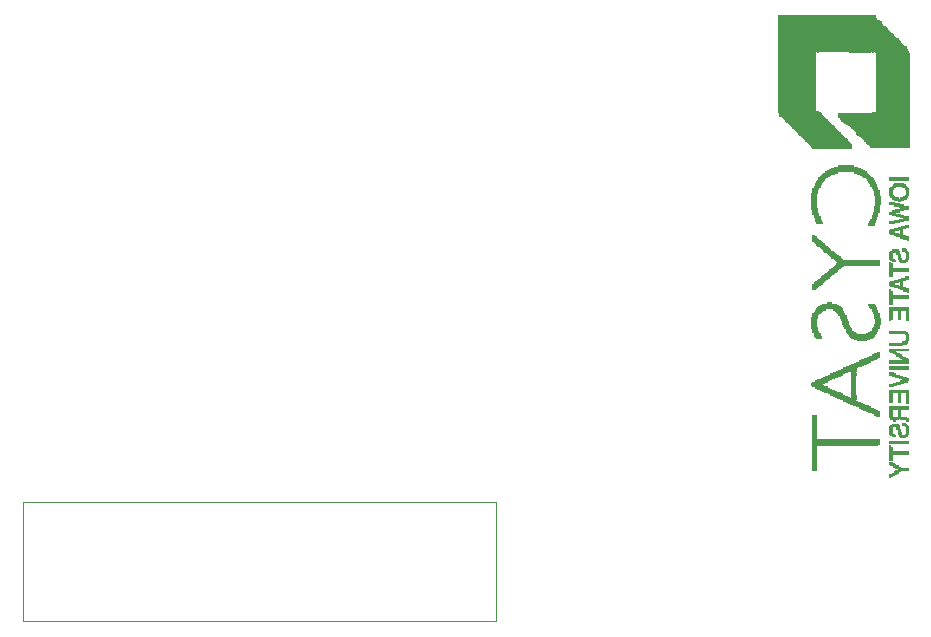
<source format=gbr>
G04 #@! TF.GenerationSoftware,KiCad,Pcbnew,5.0.0*
G04 #@! TF.CreationDate,2018-07-26T20:06:55-05:00*
G04 #@! TF.ProjectId,breakout,627265616B6F75742E6B696361645F70,rev?*
G04 #@! TF.SameCoordinates,Original*
G04 #@! TF.FileFunction,Legend,Bot*
G04 #@! TF.FilePolarity,Positive*
%FSLAX46Y46*%
G04 Gerber Fmt 4.6, Leading zero omitted, Abs format (unit mm)*
G04 Created by KiCad (PCBNEW 5.0.0) date Thu Jul 26 20:06:55 2018*
%MOMM*%
%LPD*%
G01*
G04 APERTURE LIST*
%ADD10C,0.120000*%
%ADD11C,0.010000*%
%ADD12C,0.150000*%
G04 APERTURE END LIST*
D10*
G04 #@! TO.C,P7*
X100533800Y-170100000D02*
X140613800Y-170100000D01*
X100533800Y-159990000D02*
X140613800Y-159990000D01*
X100533800Y-170100000D02*
X100533800Y-159990000D01*
X140613800Y-170100000D02*
X140613800Y-159990000D01*
D11*
G04 #@! TO.C,LOGO*
G36*
X175484000Y-129821200D02*
X175484000Y-129921200D01*
X175584000Y-129921200D01*
X175584000Y-129821200D01*
X175484000Y-129821200D01*
X175484000Y-129821200D01*
G37*
X175484000Y-129821200D02*
X175484000Y-129921200D01*
X175584000Y-129921200D01*
X175584000Y-129821200D01*
X175484000Y-129821200D01*
G36*
X175484000Y-129721200D02*
X175484000Y-129821200D01*
X175584000Y-129821200D01*
X175584000Y-129721200D01*
X175484000Y-129721200D01*
X175484000Y-129721200D01*
G37*
X175484000Y-129721200D02*
X175484000Y-129821200D01*
X175584000Y-129821200D01*
X175584000Y-129721200D01*
X175484000Y-129721200D01*
G36*
X175484000Y-129621200D02*
X175484000Y-129721200D01*
X175584000Y-129721200D01*
X175584000Y-129621200D01*
X175484000Y-129621200D01*
X175484000Y-129621200D01*
G37*
X175484000Y-129621200D02*
X175484000Y-129721200D01*
X175584000Y-129721200D01*
X175584000Y-129621200D01*
X175484000Y-129621200D01*
G36*
X175484000Y-129521200D02*
X175484000Y-129621200D01*
X175584000Y-129621200D01*
X175584000Y-129521200D01*
X175484000Y-129521200D01*
X175484000Y-129521200D01*
G37*
X175484000Y-129521200D02*
X175484000Y-129621200D01*
X175584000Y-129621200D01*
X175584000Y-129521200D01*
X175484000Y-129521200D01*
G36*
X175484000Y-129421200D02*
X175484000Y-129521200D01*
X175584000Y-129521200D01*
X175584000Y-129421200D01*
X175484000Y-129421200D01*
X175484000Y-129421200D01*
G37*
X175484000Y-129421200D02*
X175484000Y-129521200D01*
X175584000Y-129521200D01*
X175584000Y-129421200D01*
X175484000Y-129421200D01*
G36*
X175484000Y-129321200D02*
X175484000Y-129421200D01*
X175584000Y-129421200D01*
X175584000Y-129321200D01*
X175484000Y-129321200D01*
X175484000Y-129321200D01*
G37*
X175484000Y-129321200D02*
X175484000Y-129421200D01*
X175584000Y-129421200D01*
X175584000Y-129321200D01*
X175484000Y-129321200D01*
G36*
X175484000Y-129221200D02*
X175484000Y-129321200D01*
X175584000Y-129321200D01*
X175584000Y-129221200D01*
X175484000Y-129221200D01*
X175484000Y-129221200D01*
G37*
X175484000Y-129221200D02*
X175484000Y-129321200D01*
X175584000Y-129321200D01*
X175584000Y-129221200D01*
X175484000Y-129221200D01*
G36*
X175484000Y-129121200D02*
X175484000Y-129221200D01*
X175584000Y-129221200D01*
X175584000Y-129121200D01*
X175484000Y-129121200D01*
X175484000Y-129121200D01*
G37*
X175484000Y-129121200D02*
X175484000Y-129221200D01*
X175584000Y-129221200D01*
X175584000Y-129121200D01*
X175484000Y-129121200D01*
G36*
X175484000Y-129021200D02*
X175484000Y-129121200D01*
X175584000Y-129121200D01*
X175584000Y-129021200D01*
X175484000Y-129021200D01*
X175484000Y-129021200D01*
G37*
X175484000Y-129021200D02*
X175484000Y-129121200D01*
X175584000Y-129121200D01*
X175584000Y-129021200D01*
X175484000Y-129021200D01*
G36*
X175484000Y-128921200D02*
X175484000Y-129021200D01*
X175584000Y-129021200D01*
X175584000Y-128921200D01*
X175484000Y-128921200D01*
X175484000Y-128921200D01*
G37*
X175484000Y-128921200D02*
X175484000Y-129021200D01*
X175584000Y-129021200D01*
X175584000Y-128921200D01*
X175484000Y-128921200D01*
G36*
X175484000Y-128821200D02*
X175484000Y-128921200D01*
X175584000Y-128921200D01*
X175584000Y-128821200D01*
X175484000Y-128821200D01*
X175484000Y-128821200D01*
G37*
X175484000Y-128821200D02*
X175484000Y-128921200D01*
X175584000Y-128921200D01*
X175584000Y-128821200D01*
X175484000Y-128821200D01*
G36*
X175484000Y-128721200D02*
X175484000Y-128821200D01*
X175584000Y-128821200D01*
X175584000Y-128721200D01*
X175484000Y-128721200D01*
X175484000Y-128721200D01*
G37*
X175484000Y-128721200D02*
X175484000Y-128821200D01*
X175584000Y-128821200D01*
X175584000Y-128721200D01*
X175484000Y-128721200D01*
G36*
X175484000Y-128621200D02*
X175484000Y-128721200D01*
X175584000Y-128721200D01*
X175584000Y-128621200D01*
X175484000Y-128621200D01*
X175484000Y-128621200D01*
G37*
X175484000Y-128621200D02*
X175484000Y-128721200D01*
X175584000Y-128721200D01*
X175584000Y-128621200D01*
X175484000Y-128621200D01*
G36*
X175484000Y-128521200D02*
X175484000Y-128621200D01*
X175584000Y-128621200D01*
X175584000Y-128521200D01*
X175484000Y-128521200D01*
X175484000Y-128521200D01*
G37*
X175484000Y-128521200D02*
X175484000Y-128621200D01*
X175584000Y-128621200D01*
X175584000Y-128521200D01*
X175484000Y-128521200D01*
G36*
X175484000Y-128421200D02*
X175484000Y-128521200D01*
X175584000Y-128521200D01*
X175584000Y-128421200D01*
X175484000Y-128421200D01*
X175484000Y-128421200D01*
G37*
X175484000Y-128421200D02*
X175484000Y-128521200D01*
X175584000Y-128521200D01*
X175584000Y-128421200D01*
X175484000Y-128421200D01*
G36*
X175484000Y-128321200D02*
X175484000Y-128421200D01*
X175584000Y-128421200D01*
X175584000Y-128321200D01*
X175484000Y-128321200D01*
X175484000Y-128321200D01*
G37*
X175484000Y-128321200D02*
X175484000Y-128421200D01*
X175584000Y-128421200D01*
X175584000Y-128321200D01*
X175484000Y-128321200D01*
G36*
X175484000Y-128221200D02*
X175484000Y-128321200D01*
X175584000Y-128321200D01*
X175584000Y-128221200D01*
X175484000Y-128221200D01*
X175484000Y-128221200D01*
G37*
X175484000Y-128221200D02*
X175484000Y-128321200D01*
X175584000Y-128321200D01*
X175584000Y-128221200D01*
X175484000Y-128221200D01*
G36*
X175484000Y-128121200D02*
X175484000Y-128221200D01*
X175584000Y-128221200D01*
X175584000Y-128121200D01*
X175484000Y-128121200D01*
X175484000Y-128121200D01*
G37*
X175484000Y-128121200D02*
X175484000Y-128221200D01*
X175584000Y-128221200D01*
X175584000Y-128121200D01*
X175484000Y-128121200D01*
G36*
X175484000Y-128021200D02*
X175484000Y-128121200D01*
X175584000Y-128121200D01*
X175584000Y-128021200D01*
X175484000Y-128021200D01*
X175484000Y-128021200D01*
G37*
X175484000Y-128021200D02*
X175484000Y-128121200D01*
X175584000Y-128121200D01*
X175584000Y-128021200D01*
X175484000Y-128021200D01*
G36*
X175484000Y-127921200D02*
X175484000Y-128021200D01*
X175584000Y-128021200D01*
X175584000Y-127921200D01*
X175484000Y-127921200D01*
X175484000Y-127921200D01*
G37*
X175484000Y-127921200D02*
X175484000Y-128021200D01*
X175584000Y-128021200D01*
X175584000Y-127921200D01*
X175484000Y-127921200D01*
G36*
X175484000Y-127821200D02*
X175484000Y-127921200D01*
X175584000Y-127921200D01*
X175584000Y-127821200D01*
X175484000Y-127821200D01*
X175484000Y-127821200D01*
G37*
X175484000Y-127821200D02*
X175484000Y-127921200D01*
X175584000Y-127921200D01*
X175584000Y-127821200D01*
X175484000Y-127821200D01*
G36*
X175484000Y-127721200D02*
X175484000Y-127821200D01*
X175584000Y-127821200D01*
X175584000Y-127721200D01*
X175484000Y-127721200D01*
X175484000Y-127721200D01*
G37*
X175484000Y-127721200D02*
X175484000Y-127821200D01*
X175584000Y-127821200D01*
X175584000Y-127721200D01*
X175484000Y-127721200D01*
G36*
X175484000Y-127621200D02*
X175484000Y-127721200D01*
X175584000Y-127721200D01*
X175584000Y-127621200D01*
X175484000Y-127621200D01*
X175484000Y-127621200D01*
G37*
X175484000Y-127621200D02*
X175484000Y-127721200D01*
X175584000Y-127721200D01*
X175584000Y-127621200D01*
X175484000Y-127621200D01*
G36*
X175484000Y-127521200D02*
X175484000Y-127621200D01*
X175584000Y-127621200D01*
X175584000Y-127521200D01*
X175484000Y-127521200D01*
X175484000Y-127521200D01*
G37*
X175484000Y-127521200D02*
X175484000Y-127621200D01*
X175584000Y-127621200D01*
X175584000Y-127521200D01*
X175484000Y-127521200D01*
G36*
X175484000Y-127421200D02*
X175484000Y-127521200D01*
X175584000Y-127521200D01*
X175584000Y-127421200D01*
X175484000Y-127421200D01*
X175484000Y-127421200D01*
G37*
X175484000Y-127421200D02*
X175484000Y-127521200D01*
X175584000Y-127521200D01*
X175584000Y-127421200D01*
X175484000Y-127421200D01*
G36*
X175484000Y-127321200D02*
X175484000Y-127421200D01*
X175584000Y-127421200D01*
X175584000Y-127321200D01*
X175484000Y-127321200D01*
X175484000Y-127321200D01*
G37*
X175484000Y-127321200D02*
X175484000Y-127421200D01*
X175584000Y-127421200D01*
X175584000Y-127321200D01*
X175484000Y-127321200D01*
G36*
X175484000Y-127221200D02*
X175484000Y-127321200D01*
X175584000Y-127321200D01*
X175584000Y-127221200D01*
X175484000Y-127221200D01*
X175484000Y-127221200D01*
G37*
X175484000Y-127221200D02*
X175484000Y-127321200D01*
X175584000Y-127321200D01*
X175584000Y-127221200D01*
X175484000Y-127221200D01*
G36*
X175484000Y-127121200D02*
X175484000Y-127221200D01*
X175584000Y-127221200D01*
X175584000Y-127121200D01*
X175484000Y-127121200D01*
X175484000Y-127121200D01*
G37*
X175484000Y-127121200D02*
X175484000Y-127221200D01*
X175584000Y-127221200D01*
X175584000Y-127121200D01*
X175484000Y-127121200D01*
G36*
X175484000Y-127021200D02*
X175484000Y-127121200D01*
X175584000Y-127121200D01*
X175584000Y-127021200D01*
X175484000Y-127021200D01*
X175484000Y-127021200D01*
G37*
X175484000Y-127021200D02*
X175484000Y-127121200D01*
X175584000Y-127121200D01*
X175584000Y-127021200D01*
X175484000Y-127021200D01*
G36*
X175484000Y-126921200D02*
X175484000Y-127021200D01*
X175584000Y-127021200D01*
X175584000Y-126921200D01*
X175484000Y-126921200D01*
X175484000Y-126921200D01*
G37*
X175484000Y-126921200D02*
X175484000Y-127021200D01*
X175584000Y-127021200D01*
X175584000Y-126921200D01*
X175484000Y-126921200D01*
G36*
X175484000Y-126821200D02*
X175484000Y-126921200D01*
X175584000Y-126921200D01*
X175584000Y-126821200D01*
X175484000Y-126821200D01*
X175484000Y-126821200D01*
G37*
X175484000Y-126821200D02*
X175484000Y-126921200D01*
X175584000Y-126921200D01*
X175584000Y-126821200D01*
X175484000Y-126821200D01*
G36*
X175484000Y-126721200D02*
X175484000Y-126821200D01*
X175584000Y-126821200D01*
X175584000Y-126721200D01*
X175484000Y-126721200D01*
X175484000Y-126721200D01*
G37*
X175484000Y-126721200D02*
X175484000Y-126821200D01*
X175584000Y-126821200D01*
X175584000Y-126721200D01*
X175484000Y-126721200D01*
G36*
X175484000Y-126621200D02*
X175484000Y-126721200D01*
X175584000Y-126721200D01*
X175584000Y-126621200D01*
X175484000Y-126621200D01*
X175484000Y-126621200D01*
G37*
X175484000Y-126621200D02*
X175484000Y-126721200D01*
X175584000Y-126721200D01*
X175584000Y-126621200D01*
X175484000Y-126621200D01*
G36*
X175484000Y-126521200D02*
X175484000Y-126621200D01*
X175584000Y-126621200D01*
X175584000Y-126521200D01*
X175484000Y-126521200D01*
X175484000Y-126521200D01*
G37*
X175484000Y-126521200D02*
X175484000Y-126621200D01*
X175584000Y-126621200D01*
X175584000Y-126521200D01*
X175484000Y-126521200D01*
G36*
X175484000Y-126421200D02*
X175484000Y-126521200D01*
X175584000Y-126521200D01*
X175584000Y-126421200D01*
X175484000Y-126421200D01*
X175484000Y-126421200D01*
G37*
X175484000Y-126421200D02*
X175484000Y-126521200D01*
X175584000Y-126521200D01*
X175584000Y-126421200D01*
X175484000Y-126421200D01*
G36*
X175484000Y-126321200D02*
X175484000Y-126421200D01*
X175584000Y-126421200D01*
X175584000Y-126321200D01*
X175484000Y-126321200D01*
X175484000Y-126321200D01*
G37*
X175484000Y-126321200D02*
X175484000Y-126421200D01*
X175584000Y-126421200D01*
X175584000Y-126321200D01*
X175484000Y-126321200D01*
G36*
X175484000Y-126221200D02*
X175484000Y-126321200D01*
X175584000Y-126321200D01*
X175584000Y-126221200D01*
X175484000Y-126221200D01*
X175484000Y-126221200D01*
G37*
X175484000Y-126221200D02*
X175484000Y-126321200D01*
X175584000Y-126321200D01*
X175584000Y-126221200D01*
X175484000Y-126221200D01*
G36*
X175484000Y-126121200D02*
X175484000Y-126221200D01*
X175584000Y-126221200D01*
X175584000Y-126121200D01*
X175484000Y-126121200D01*
X175484000Y-126121200D01*
G37*
X175484000Y-126121200D02*
X175484000Y-126221200D01*
X175584000Y-126221200D01*
X175584000Y-126121200D01*
X175484000Y-126121200D01*
G36*
X175484000Y-126021200D02*
X175484000Y-126121200D01*
X175584000Y-126121200D01*
X175584000Y-126021200D01*
X175484000Y-126021200D01*
X175484000Y-126021200D01*
G37*
X175484000Y-126021200D02*
X175484000Y-126121200D01*
X175584000Y-126121200D01*
X175584000Y-126021200D01*
X175484000Y-126021200D01*
G36*
X175484000Y-125921200D02*
X175484000Y-126021200D01*
X175584000Y-126021200D01*
X175584000Y-125921200D01*
X175484000Y-125921200D01*
X175484000Y-125921200D01*
G37*
X175484000Y-125921200D02*
X175484000Y-126021200D01*
X175584000Y-126021200D01*
X175584000Y-125921200D01*
X175484000Y-125921200D01*
G36*
X175484000Y-125821200D02*
X175484000Y-125921200D01*
X175584000Y-125921200D01*
X175584000Y-125821200D01*
X175484000Y-125821200D01*
X175484000Y-125821200D01*
G37*
X175484000Y-125821200D02*
X175484000Y-125921200D01*
X175584000Y-125921200D01*
X175584000Y-125821200D01*
X175484000Y-125821200D01*
G36*
X175484000Y-125721200D02*
X175484000Y-125821200D01*
X175584000Y-125821200D01*
X175584000Y-125721200D01*
X175484000Y-125721200D01*
X175484000Y-125721200D01*
G37*
X175484000Y-125721200D02*
X175484000Y-125821200D01*
X175584000Y-125821200D01*
X175584000Y-125721200D01*
X175484000Y-125721200D01*
G36*
X175484000Y-125621200D02*
X175484000Y-125721200D01*
X175584000Y-125721200D01*
X175584000Y-125621200D01*
X175484000Y-125621200D01*
X175484000Y-125621200D01*
G37*
X175484000Y-125621200D02*
X175484000Y-125721200D01*
X175584000Y-125721200D01*
X175584000Y-125621200D01*
X175484000Y-125621200D01*
G36*
X175484000Y-125521200D02*
X175484000Y-125621200D01*
X175584000Y-125621200D01*
X175584000Y-125521200D01*
X175484000Y-125521200D01*
X175484000Y-125521200D01*
G37*
X175484000Y-125521200D02*
X175484000Y-125621200D01*
X175584000Y-125621200D01*
X175584000Y-125521200D01*
X175484000Y-125521200D01*
G36*
X175484000Y-125421200D02*
X175484000Y-125521200D01*
X175584000Y-125521200D01*
X175584000Y-125421200D01*
X175484000Y-125421200D01*
X175484000Y-125421200D01*
G37*
X175484000Y-125421200D02*
X175484000Y-125521200D01*
X175584000Y-125521200D01*
X175584000Y-125421200D01*
X175484000Y-125421200D01*
G36*
X175484000Y-125321200D02*
X175484000Y-125421200D01*
X175584000Y-125421200D01*
X175584000Y-125321200D01*
X175484000Y-125321200D01*
X175484000Y-125321200D01*
G37*
X175484000Y-125321200D02*
X175484000Y-125421200D01*
X175584000Y-125421200D01*
X175584000Y-125321200D01*
X175484000Y-125321200D01*
G36*
X175484000Y-125221200D02*
X175484000Y-125321200D01*
X175584000Y-125321200D01*
X175584000Y-125221200D01*
X175484000Y-125221200D01*
X175484000Y-125221200D01*
G37*
X175484000Y-125221200D02*
X175484000Y-125321200D01*
X175584000Y-125321200D01*
X175584000Y-125221200D01*
X175484000Y-125221200D01*
G36*
X175484000Y-125121200D02*
X175484000Y-125221200D01*
X175584000Y-125221200D01*
X175584000Y-125121200D01*
X175484000Y-125121200D01*
X175484000Y-125121200D01*
G37*
X175484000Y-125121200D02*
X175484000Y-125221200D01*
X175584000Y-125221200D01*
X175584000Y-125121200D01*
X175484000Y-125121200D01*
G36*
X175484000Y-125021200D02*
X175484000Y-125121200D01*
X175584000Y-125121200D01*
X175584000Y-125021200D01*
X175484000Y-125021200D01*
X175484000Y-125021200D01*
G37*
X175484000Y-125021200D02*
X175484000Y-125121200D01*
X175584000Y-125121200D01*
X175584000Y-125021200D01*
X175484000Y-125021200D01*
G36*
X175484000Y-124921200D02*
X175484000Y-125021200D01*
X175584000Y-125021200D01*
X175584000Y-124921200D01*
X175484000Y-124921200D01*
X175484000Y-124921200D01*
G37*
X175484000Y-124921200D02*
X175484000Y-125021200D01*
X175584000Y-125021200D01*
X175584000Y-124921200D01*
X175484000Y-124921200D01*
G36*
X175484000Y-124821200D02*
X175484000Y-124921200D01*
X175584000Y-124921200D01*
X175584000Y-124821200D01*
X175484000Y-124821200D01*
X175484000Y-124821200D01*
G37*
X175484000Y-124821200D02*
X175484000Y-124921200D01*
X175584000Y-124921200D01*
X175584000Y-124821200D01*
X175484000Y-124821200D01*
G36*
X175484000Y-124721200D02*
X175484000Y-124821200D01*
X175584000Y-124821200D01*
X175584000Y-124721200D01*
X175484000Y-124721200D01*
X175484000Y-124721200D01*
G37*
X175484000Y-124721200D02*
X175484000Y-124821200D01*
X175584000Y-124821200D01*
X175584000Y-124721200D01*
X175484000Y-124721200D01*
G36*
X175484000Y-124621200D02*
X175484000Y-124721200D01*
X175584000Y-124721200D01*
X175584000Y-124621200D01*
X175484000Y-124621200D01*
X175484000Y-124621200D01*
G37*
X175484000Y-124621200D02*
X175484000Y-124721200D01*
X175584000Y-124721200D01*
X175584000Y-124621200D01*
X175484000Y-124621200D01*
G36*
X175484000Y-124521200D02*
X175484000Y-124621200D01*
X175584000Y-124621200D01*
X175584000Y-124521200D01*
X175484000Y-124521200D01*
X175484000Y-124521200D01*
G37*
X175484000Y-124521200D02*
X175484000Y-124621200D01*
X175584000Y-124621200D01*
X175584000Y-124521200D01*
X175484000Y-124521200D01*
G36*
X175484000Y-124421200D02*
X175484000Y-124521200D01*
X175584000Y-124521200D01*
X175584000Y-124421200D01*
X175484000Y-124421200D01*
X175484000Y-124421200D01*
G37*
X175484000Y-124421200D02*
X175484000Y-124521200D01*
X175584000Y-124521200D01*
X175584000Y-124421200D01*
X175484000Y-124421200D01*
G36*
X175484000Y-124321200D02*
X175484000Y-124421200D01*
X175584000Y-124421200D01*
X175584000Y-124321200D01*
X175484000Y-124321200D01*
X175484000Y-124321200D01*
G37*
X175484000Y-124321200D02*
X175484000Y-124421200D01*
X175584000Y-124421200D01*
X175584000Y-124321200D01*
X175484000Y-124321200D01*
G36*
X175484000Y-124221200D02*
X175484000Y-124321200D01*
X175584000Y-124321200D01*
X175584000Y-124221200D01*
X175484000Y-124221200D01*
X175484000Y-124221200D01*
G37*
X175484000Y-124221200D02*
X175484000Y-124321200D01*
X175584000Y-124321200D01*
X175584000Y-124221200D01*
X175484000Y-124221200D01*
G36*
X175484000Y-124121200D02*
X175484000Y-124221200D01*
X175584000Y-124221200D01*
X175584000Y-124121200D01*
X175484000Y-124121200D01*
X175484000Y-124121200D01*
G37*
X175484000Y-124121200D02*
X175484000Y-124221200D01*
X175584000Y-124221200D01*
X175584000Y-124121200D01*
X175484000Y-124121200D01*
G36*
X175484000Y-124021200D02*
X175484000Y-124121200D01*
X175584000Y-124121200D01*
X175584000Y-124021200D01*
X175484000Y-124021200D01*
X175484000Y-124021200D01*
G37*
X175484000Y-124021200D02*
X175484000Y-124121200D01*
X175584000Y-124121200D01*
X175584000Y-124021200D01*
X175484000Y-124021200D01*
G36*
X175484000Y-123921200D02*
X175484000Y-124021200D01*
X175584000Y-124021200D01*
X175584000Y-123921200D01*
X175484000Y-123921200D01*
X175484000Y-123921200D01*
G37*
X175484000Y-123921200D02*
X175484000Y-124021200D01*
X175584000Y-124021200D01*
X175584000Y-123921200D01*
X175484000Y-123921200D01*
G36*
X175484000Y-123821200D02*
X175484000Y-123921200D01*
X175584000Y-123921200D01*
X175584000Y-123821200D01*
X175484000Y-123821200D01*
X175484000Y-123821200D01*
G37*
X175484000Y-123821200D02*
X175484000Y-123921200D01*
X175584000Y-123921200D01*
X175584000Y-123821200D01*
X175484000Y-123821200D01*
G36*
X175484000Y-123721200D02*
X175484000Y-123821200D01*
X175584000Y-123821200D01*
X175584000Y-123721200D01*
X175484000Y-123721200D01*
X175484000Y-123721200D01*
G37*
X175484000Y-123721200D02*
X175484000Y-123821200D01*
X175584000Y-123821200D01*
X175584000Y-123721200D01*
X175484000Y-123721200D01*
G36*
X175484000Y-123621200D02*
X175484000Y-123721200D01*
X175584000Y-123721200D01*
X175584000Y-123621200D01*
X175484000Y-123621200D01*
X175484000Y-123621200D01*
G37*
X175484000Y-123621200D02*
X175484000Y-123721200D01*
X175584000Y-123721200D01*
X175584000Y-123621200D01*
X175484000Y-123621200D01*
G36*
X175484000Y-123521200D02*
X175484000Y-123621200D01*
X175584000Y-123621200D01*
X175584000Y-123521200D01*
X175484000Y-123521200D01*
X175484000Y-123521200D01*
G37*
X175484000Y-123521200D02*
X175484000Y-123621200D01*
X175584000Y-123621200D01*
X175584000Y-123521200D01*
X175484000Y-123521200D01*
G36*
X175484000Y-123421200D02*
X175484000Y-123521200D01*
X175584000Y-123521200D01*
X175584000Y-123421200D01*
X175484000Y-123421200D01*
X175484000Y-123421200D01*
G37*
X175484000Y-123421200D02*
X175484000Y-123521200D01*
X175584000Y-123521200D01*
X175584000Y-123421200D01*
X175484000Y-123421200D01*
G36*
X175484000Y-123321200D02*
X175484000Y-123421200D01*
X175584000Y-123421200D01*
X175584000Y-123321200D01*
X175484000Y-123321200D01*
X175484000Y-123321200D01*
G37*
X175484000Y-123321200D02*
X175484000Y-123421200D01*
X175584000Y-123421200D01*
X175584000Y-123321200D01*
X175484000Y-123321200D01*
G36*
X175484000Y-123221200D02*
X175484000Y-123321200D01*
X175584000Y-123321200D01*
X175584000Y-123221200D01*
X175484000Y-123221200D01*
X175484000Y-123221200D01*
G37*
X175484000Y-123221200D02*
X175484000Y-123321200D01*
X175584000Y-123321200D01*
X175584000Y-123221200D01*
X175484000Y-123221200D01*
G36*
X175484000Y-123121200D02*
X175484000Y-123221200D01*
X175584000Y-123221200D01*
X175584000Y-123121200D01*
X175484000Y-123121200D01*
X175484000Y-123121200D01*
G37*
X175484000Y-123121200D02*
X175484000Y-123221200D01*
X175584000Y-123221200D01*
X175584000Y-123121200D01*
X175484000Y-123121200D01*
G36*
X175484000Y-123021200D02*
X175484000Y-123121200D01*
X175584000Y-123121200D01*
X175584000Y-123021200D01*
X175484000Y-123021200D01*
X175484000Y-123021200D01*
G37*
X175484000Y-123021200D02*
X175484000Y-123121200D01*
X175584000Y-123121200D01*
X175584000Y-123021200D01*
X175484000Y-123021200D01*
G36*
X175484000Y-122921200D02*
X175484000Y-123021200D01*
X175584000Y-123021200D01*
X175584000Y-122921200D01*
X175484000Y-122921200D01*
X175484000Y-122921200D01*
G37*
X175484000Y-122921200D02*
X175484000Y-123021200D01*
X175584000Y-123021200D01*
X175584000Y-122921200D01*
X175484000Y-122921200D01*
G36*
X175484000Y-122821200D02*
X175484000Y-122921200D01*
X175584000Y-122921200D01*
X175584000Y-122821200D01*
X175484000Y-122821200D01*
X175484000Y-122821200D01*
G37*
X175484000Y-122821200D02*
X175484000Y-122921200D01*
X175584000Y-122921200D01*
X175584000Y-122821200D01*
X175484000Y-122821200D01*
G36*
X175484000Y-122721200D02*
X175484000Y-122821200D01*
X175584000Y-122821200D01*
X175584000Y-122721200D01*
X175484000Y-122721200D01*
X175484000Y-122721200D01*
G37*
X175484000Y-122721200D02*
X175484000Y-122821200D01*
X175584000Y-122821200D01*
X175584000Y-122721200D01*
X175484000Y-122721200D01*
G36*
X175484000Y-122621200D02*
X175484000Y-122721200D01*
X175584000Y-122721200D01*
X175584000Y-122621200D01*
X175484000Y-122621200D01*
X175484000Y-122621200D01*
G37*
X175484000Y-122621200D02*
X175484000Y-122721200D01*
X175584000Y-122721200D01*
X175584000Y-122621200D01*
X175484000Y-122621200D01*
G36*
X175484000Y-122521200D02*
X175484000Y-122621200D01*
X175584000Y-122621200D01*
X175584000Y-122521200D01*
X175484000Y-122521200D01*
X175484000Y-122521200D01*
G37*
X175484000Y-122521200D02*
X175484000Y-122621200D01*
X175584000Y-122621200D01*
X175584000Y-122521200D01*
X175484000Y-122521200D01*
G36*
X175484000Y-122421200D02*
X175484000Y-122521200D01*
X175584000Y-122521200D01*
X175584000Y-122421200D01*
X175484000Y-122421200D01*
X175484000Y-122421200D01*
G37*
X175484000Y-122421200D02*
X175484000Y-122521200D01*
X175584000Y-122521200D01*
X175584000Y-122421200D01*
X175484000Y-122421200D01*
G36*
X175484000Y-122321200D02*
X175484000Y-122421200D01*
X175584000Y-122421200D01*
X175584000Y-122321200D01*
X175484000Y-122321200D01*
X175484000Y-122321200D01*
G37*
X175484000Y-122321200D02*
X175484000Y-122421200D01*
X175584000Y-122421200D01*
X175584000Y-122321200D01*
X175484000Y-122321200D01*
G36*
X175484000Y-122221200D02*
X175484000Y-122321200D01*
X175584000Y-122321200D01*
X175584000Y-122221200D01*
X175484000Y-122221200D01*
X175484000Y-122221200D01*
G37*
X175484000Y-122221200D02*
X175484000Y-122321200D01*
X175584000Y-122321200D01*
X175584000Y-122221200D01*
X175484000Y-122221200D01*
G36*
X175484000Y-122121200D02*
X175484000Y-122221200D01*
X175584000Y-122221200D01*
X175584000Y-122121200D01*
X175484000Y-122121200D01*
X175484000Y-122121200D01*
G37*
X175484000Y-122121200D02*
X175484000Y-122221200D01*
X175584000Y-122221200D01*
X175584000Y-122121200D01*
X175484000Y-122121200D01*
G36*
X175484000Y-122021200D02*
X175484000Y-122121200D01*
X175584000Y-122121200D01*
X175584000Y-122021200D01*
X175484000Y-122021200D01*
X175484000Y-122021200D01*
G37*
X175484000Y-122021200D02*
X175484000Y-122121200D01*
X175584000Y-122121200D01*
X175584000Y-122021200D01*
X175484000Y-122021200D01*
G36*
X175384000Y-157221200D02*
X175384000Y-157321200D01*
X175484000Y-157321200D01*
X175484000Y-157221200D01*
X175384000Y-157221200D01*
X175384000Y-157221200D01*
G37*
X175384000Y-157221200D02*
X175384000Y-157321200D01*
X175484000Y-157321200D01*
X175484000Y-157221200D01*
X175384000Y-157221200D01*
G36*
X175384000Y-157121200D02*
X175384000Y-157221200D01*
X175484000Y-157221200D01*
X175484000Y-157121200D01*
X175384000Y-157121200D01*
X175384000Y-157121200D01*
G37*
X175384000Y-157121200D02*
X175384000Y-157221200D01*
X175484000Y-157221200D01*
X175484000Y-157121200D01*
X175384000Y-157121200D01*
G36*
X175384000Y-155821200D02*
X175384000Y-155921200D01*
X175484000Y-155921200D01*
X175484000Y-155821200D01*
X175384000Y-155821200D01*
X175384000Y-155821200D01*
G37*
X175384000Y-155821200D02*
X175384000Y-155921200D01*
X175484000Y-155921200D01*
X175484000Y-155821200D01*
X175384000Y-155821200D01*
G36*
X175384000Y-155721200D02*
X175384000Y-155821200D01*
X175484000Y-155821200D01*
X175484000Y-155721200D01*
X175384000Y-155721200D01*
X175384000Y-155721200D01*
G37*
X175384000Y-155721200D02*
X175384000Y-155821200D01*
X175484000Y-155821200D01*
X175484000Y-155721200D01*
X175384000Y-155721200D01*
G36*
X175384000Y-154921200D02*
X175384000Y-155021200D01*
X175484000Y-155021200D01*
X175484000Y-154921200D01*
X175384000Y-154921200D01*
X175384000Y-154921200D01*
G37*
X175384000Y-154921200D02*
X175384000Y-155021200D01*
X175484000Y-155021200D01*
X175484000Y-154921200D01*
X175384000Y-154921200D01*
G36*
X175384000Y-154821200D02*
X175384000Y-154921200D01*
X175484000Y-154921200D01*
X175484000Y-154821200D01*
X175384000Y-154821200D01*
X175384000Y-154821200D01*
G37*
X175384000Y-154821200D02*
X175384000Y-154921200D01*
X175484000Y-154921200D01*
X175484000Y-154821200D01*
X175384000Y-154821200D01*
G36*
X175384000Y-154121200D02*
X175384000Y-154221200D01*
X175484000Y-154221200D01*
X175484000Y-154121200D01*
X175384000Y-154121200D01*
X175384000Y-154121200D01*
G37*
X175384000Y-154121200D02*
X175384000Y-154221200D01*
X175484000Y-154221200D01*
X175484000Y-154121200D01*
X175384000Y-154121200D01*
G36*
X175384000Y-154021200D02*
X175384000Y-154121200D01*
X175484000Y-154121200D01*
X175484000Y-154021200D01*
X175384000Y-154021200D01*
X175384000Y-154021200D01*
G37*
X175384000Y-154021200D02*
X175384000Y-154121200D01*
X175484000Y-154121200D01*
X175484000Y-154021200D01*
X175384000Y-154021200D01*
G36*
X175384000Y-153921200D02*
X175384000Y-154021200D01*
X175484000Y-154021200D01*
X175484000Y-153921200D01*
X175384000Y-153921200D01*
X175384000Y-153921200D01*
G37*
X175384000Y-153921200D02*
X175384000Y-154021200D01*
X175484000Y-154021200D01*
X175484000Y-153921200D01*
X175384000Y-153921200D01*
G36*
X175384000Y-153821200D02*
X175384000Y-153921200D01*
X175484000Y-153921200D01*
X175484000Y-153821200D01*
X175384000Y-153821200D01*
X175384000Y-153821200D01*
G37*
X175384000Y-153821200D02*
X175384000Y-153921200D01*
X175484000Y-153921200D01*
X175484000Y-153821200D01*
X175384000Y-153821200D01*
G36*
X175384000Y-153721200D02*
X175384000Y-153821200D01*
X175484000Y-153821200D01*
X175484000Y-153721200D01*
X175384000Y-153721200D01*
X175384000Y-153721200D01*
G37*
X175384000Y-153721200D02*
X175384000Y-153821200D01*
X175484000Y-153821200D01*
X175484000Y-153721200D01*
X175384000Y-153721200D01*
G36*
X175384000Y-153621200D02*
X175384000Y-153721200D01*
X175484000Y-153721200D01*
X175484000Y-153621200D01*
X175384000Y-153621200D01*
X175384000Y-153621200D01*
G37*
X175384000Y-153621200D02*
X175384000Y-153721200D01*
X175484000Y-153721200D01*
X175484000Y-153621200D01*
X175384000Y-153621200D01*
G36*
X175384000Y-153021200D02*
X175384000Y-153121200D01*
X175484000Y-153121200D01*
X175484000Y-153021200D01*
X175384000Y-153021200D01*
X175384000Y-153021200D01*
G37*
X175384000Y-153021200D02*
X175384000Y-153121200D01*
X175484000Y-153121200D01*
X175484000Y-153021200D01*
X175384000Y-153021200D01*
G36*
X175384000Y-152921200D02*
X175384000Y-153021200D01*
X175484000Y-153021200D01*
X175484000Y-152921200D01*
X175384000Y-152921200D01*
X175384000Y-152921200D01*
G37*
X175384000Y-152921200D02*
X175384000Y-153021200D01*
X175484000Y-153021200D01*
X175484000Y-152921200D01*
X175384000Y-152921200D01*
G36*
X175384000Y-152021200D02*
X175384000Y-152121200D01*
X175484000Y-152121200D01*
X175484000Y-152021200D01*
X175384000Y-152021200D01*
X175384000Y-152021200D01*
G37*
X175384000Y-152021200D02*
X175384000Y-152121200D01*
X175484000Y-152121200D01*
X175484000Y-152021200D01*
X175384000Y-152021200D01*
G36*
X175384000Y-151921200D02*
X175384000Y-152021200D01*
X175484000Y-152021200D01*
X175484000Y-151921200D01*
X175384000Y-151921200D01*
X175384000Y-151921200D01*
G37*
X175384000Y-151921200D02*
X175384000Y-152021200D01*
X175484000Y-152021200D01*
X175484000Y-151921200D01*
X175384000Y-151921200D01*
G36*
X175384000Y-151521200D02*
X175384000Y-151621200D01*
X175484000Y-151621200D01*
X175484000Y-151521200D01*
X175384000Y-151521200D01*
X175384000Y-151521200D01*
G37*
X175384000Y-151521200D02*
X175384000Y-151621200D01*
X175484000Y-151621200D01*
X175484000Y-151521200D01*
X175384000Y-151521200D01*
G36*
X175384000Y-151421200D02*
X175384000Y-151521200D01*
X175484000Y-151521200D01*
X175484000Y-151421200D01*
X175384000Y-151421200D01*
X175384000Y-151421200D01*
G37*
X175384000Y-151421200D02*
X175384000Y-151521200D01*
X175484000Y-151521200D01*
X175484000Y-151421200D01*
X175384000Y-151421200D01*
G36*
X175384000Y-151321200D02*
X175384000Y-151421200D01*
X175484000Y-151421200D01*
X175484000Y-151321200D01*
X175384000Y-151321200D01*
X175384000Y-151321200D01*
G37*
X175384000Y-151321200D02*
X175384000Y-151421200D01*
X175484000Y-151421200D01*
X175484000Y-151321200D01*
X175384000Y-151321200D01*
G36*
X175384000Y-151221200D02*
X175384000Y-151321200D01*
X175484000Y-151321200D01*
X175484000Y-151221200D01*
X175384000Y-151221200D01*
X175384000Y-151221200D01*
G37*
X175384000Y-151221200D02*
X175384000Y-151321200D01*
X175484000Y-151321200D01*
X175484000Y-151221200D01*
X175384000Y-151221200D01*
G36*
X175384000Y-151121200D02*
X175384000Y-151221200D01*
X175484000Y-151221200D01*
X175484000Y-151121200D01*
X175384000Y-151121200D01*
X175384000Y-151121200D01*
G37*
X175384000Y-151121200D02*
X175384000Y-151221200D01*
X175484000Y-151221200D01*
X175484000Y-151121200D01*
X175384000Y-151121200D01*
G36*
X175384000Y-151021200D02*
X175384000Y-151121200D01*
X175484000Y-151121200D01*
X175484000Y-151021200D01*
X175384000Y-151021200D01*
X175384000Y-151021200D01*
G37*
X175384000Y-151021200D02*
X175384000Y-151121200D01*
X175484000Y-151121200D01*
X175484000Y-151021200D01*
X175384000Y-151021200D01*
G36*
X175384000Y-150921200D02*
X175384000Y-151021200D01*
X175484000Y-151021200D01*
X175484000Y-150921200D01*
X175384000Y-150921200D01*
X175384000Y-150921200D01*
G37*
X175384000Y-150921200D02*
X175384000Y-151021200D01*
X175484000Y-151021200D01*
X175484000Y-150921200D01*
X175384000Y-150921200D01*
G36*
X175384000Y-150821200D02*
X175384000Y-150921200D01*
X175484000Y-150921200D01*
X175484000Y-150821200D01*
X175384000Y-150821200D01*
X175384000Y-150821200D01*
G37*
X175384000Y-150821200D02*
X175384000Y-150921200D01*
X175484000Y-150921200D01*
X175484000Y-150821200D01*
X175384000Y-150821200D01*
G36*
X175384000Y-150721200D02*
X175384000Y-150821200D01*
X175484000Y-150821200D01*
X175484000Y-150721200D01*
X175384000Y-150721200D01*
X175384000Y-150721200D01*
G37*
X175384000Y-150721200D02*
X175384000Y-150821200D01*
X175484000Y-150821200D01*
X175484000Y-150721200D01*
X175384000Y-150721200D01*
G36*
X175384000Y-150621200D02*
X175384000Y-150721200D01*
X175484000Y-150721200D01*
X175484000Y-150621200D01*
X175384000Y-150621200D01*
X175384000Y-150621200D01*
G37*
X175384000Y-150621200D02*
X175384000Y-150721200D01*
X175484000Y-150721200D01*
X175484000Y-150621200D01*
X175384000Y-150621200D01*
G36*
X175384000Y-150521200D02*
X175384000Y-150621200D01*
X175484000Y-150621200D01*
X175484000Y-150521200D01*
X175384000Y-150521200D01*
X175384000Y-150521200D01*
G37*
X175384000Y-150521200D02*
X175384000Y-150621200D01*
X175484000Y-150621200D01*
X175484000Y-150521200D01*
X175384000Y-150521200D01*
G36*
X175384000Y-149621200D02*
X175384000Y-149721200D01*
X175484000Y-149721200D01*
X175484000Y-149621200D01*
X175384000Y-149621200D01*
X175384000Y-149621200D01*
G37*
X175384000Y-149621200D02*
X175384000Y-149721200D01*
X175484000Y-149721200D01*
X175484000Y-149621200D01*
X175384000Y-149621200D01*
G36*
X175384000Y-149521200D02*
X175384000Y-149621200D01*
X175484000Y-149621200D01*
X175484000Y-149521200D01*
X175384000Y-149521200D01*
X175384000Y-149521200D01*
G37*
X175384000Y-149521200D02*
X175384000Y-149621200D01*
X175484000Y-149621200D01*
X175484000Y-149521200D01*
X175384000Y-149521200D01*
G36*
X175384000Y-148621200D02*
X175384000Y-148721200D01*
X175484000Y-148721200D01*
X175484000Y-148621200D01*
X175384000Y-148621200D01*
X175384000Y-148621200D01*
G37*
X175384000Y-148621200D02*
X175384000Y-148721200D01*
X175484000Y-148721200D01*
X175484000Y-148621200D01*
X175384000Y-148621200D01*
G36*
X175384000Y-148521200D02*
X175384000Y-148621200D01*
X175484000Y-148621200D01*
X175484000Y-148521200D01*
X175384000Y-148521200D01*
X175384000Y-148521200D01*
G37*
X175384000Y-148521200D02*
X175384000Y-148621200D01*
X175484000Y-148621200D01*
X175484000Y-148521200D01*
X175384000Y-148521200D01*
G36*
X175384000Y-148121200D02*
X175384000Y-148221200D01*
X175484000Y-148221200D01*
X175484000Y-148121200D01*
X175384000Y-148121200D01*
X175384000Y-148121200D01*
G37*
X175384000Y-148121200D02*
X175384000Y-148221200D01*
X175484000Y-148221200D01*
X175484000Y-148121200D01*
X175384000Y-148121200D01*
G36*
X175384000Y-148021200D02*
X175384000Y-148121200D01*
X175484000Y-148121200D01*
X175484000Y-148021200D01*
X175384000Y-148021200D01*
X175384000Y-148021200D01*
G37*
X175384000Y-148021200D02*
X175384000Y-148121200D01*
X175484000Y-148121200D01*
X175484000Y-148021200D01*
X175384000Y-148021200D01*
G36*
X175384000Y-147921200D02*
X175384000Y-148021200D01*
X175484000Y-148021200D01*
X175484000Y-147921200D01*
X175384000Y-147921200D01*
X175384000Y-147921200D01*
G37*
X175384000Y-147921200D02*
X175384000Y-148021200D01*
X175484000Y-148021200D01*
X175484000Y-147921200D01*
X175384000Y-147921200D01*
G36*
X175384000Y-147021200D02*
X175384000Y-147121200D01*
X175484000Y-147121200D01*
X175484000Y-147021200D01*
X175384000Y-147021200D01*
X175384000Y-147021200D01*
G37*
X175384000Y-147021200D02*
X175384000Y-147121200D01*
X175484000Y-147121200D01*
X175484000Y-147021200D01*
X175384000Y-147021200D01*
G36*
X175384000Y-146221200D02*
X175384000Y-146321200D01*
X175484000Y-146321200D01*
X175484000Y-146221200D01*
X175384000Y-146221200D01*
X175384000Y-146221200D01*
G37*
X175384000Y-146221200D02*
X175384000Y-146321200D01*
X175484000Y-146321200D01*
X175484000Y-146221200D01*
X175384000Y-146221200D01*
G36*
X175384000Y-146121200D02*
X175384000Y-146221200D01*
X175484000Y-146221200D01*
X175484000Y-146121200D01*
X175384000Y-146121200D01*
X175384000Y-146121200D01*
G37*
X175384000Y-146121200D02*
X175384000Y-146221200D01*
X175484000Y-146221200D01*
X175484000Y-146121200D01*
X175384000Y-146121200D01*
G36*
X175384000Y-146021200D02*
X175384000Y-146121200D01*
X175484000Y-146121200D01*
X175484000Y-146021200D01*
X175384000Y-146021200D01*
X175384000Y-146021200D01*
G37*
X175384000Y-146021200D02*
X175384000Y-146121200D01*
X175484000Y-146121200D01*
X175484000Y-146021200D01*
X175384000Y-146021200D01*
G36*
X175384000Y-145921200D02*
X175384000Y-146021200D01*
X175484000Y-146021200D01*
X175484000Y-145921200D01*
X175384000Y-145921200D01*
X175384000Y-145921200D01*
G37*
X175384000Y-145921200D02*
X175384000Y-146021200D01*
X175484000Y-146021200D01*
X175484000Y-145921200D01*
X175384000Y-145921200D01*
G36*
X175384000Y-145821200D02*
X175384000Y-145921200D01*
X175484000Y-145921200D01*
X175484000Y-145821200D01*
X175384000Y-145821200D01*
X175384000Y-145821200D01*
G37*
X175384000Y-145821200D02*
X175384000Y-145921200D01*
X175484000Y-145921200D01*
X175484000Y-145821200D01*
X175384000Y-145821200D01*
G36*
X175384000Y-144521200D02*
X175384000Y-144621200D01*
X175484000Y-144621200D01*
X175484000Y-144521200D01*
X175384000Y-144521200D01*
X175384000Y-144521200D01*
G37*
X175384000Y-144521200D02*
X175384000Y-144621200D01*
X175484000Y-144621200D01*
X175484000Y-144521200D01*
X175384000Y-144521200D01*
G36*
X175384000Y-144421200D02*
X175384000Y-144521200D01*
X175484000Y-144521200D01*
X175484000Y-144421200D01*
X175384000Y-144421200D01*
X175384000Y-144421200D01*
G37*
X175384000Y-144421200D02*
X175384000Y-144521200D01*
X175484000Y-144521200D01*
X175484000Y-144421200D01*
X175384000Y-144421200D01*
G36*
X175384000Y-144321200D02*
X175384000Y-144421200D01*
X175484000Y-144421200D01*
X175484000Y-144321200D01*
X175384000Y-144321200D01*
X175384000Y-144321200D01*
G37*
X175384000Y-144321200D02*
X175384000Y-144421200D01*
X175484000Y-144421200D01*
X175484000Y-144321200D01*
X175384000Y-144321200D01*
G36*
X175384000Y-144221200D02*
X175384000Y-144321200D01*
X175484000Y-144321200D01*
X175484000Y-144221200D01*
X175384000Y-144221200D01*
X175384000Y-144221200D01*
G37*
X175384000Y-144221200D02*
X175384000Y-144321200D01*
X175484000Y-144321200D01*
X175484000Y-144221200D01*
X175384000Y-144221200D01*
G36*
X175384000Y-144121200D02*
X175384000Y-144221200D01*
X175484000Y-144221200D01*
X175484000Y-144121200D01*
X175384000Y-144121200D01*
X175384000Y-144121200D01*
G37*
X175384000Y-144121200D02*
X175384000Y-144221200D01*
X175484000Y-144221200D01*
X175484000Y-144121200D01*
X175384000Y-144121200D01*
G36*
X175384000Y-144021200D02*
X175384000Y-144121200D01*
X175484000Y-144121200D01*
X175484000Y-144021200D01*
X175384000Y-144021200D01*
X175384000Y-144021200D01*
G37*
X175384000Y-144021200D02*
X175384000Y-144121200D01*
X175484000Y-144121200D01*
X175484000Y-144021200D01*
X175384000Y-144021200D01*
G36*
X175384000Y-143921200D02*
X175384000Y-144021200D01*
X175484000Y-144021200D01*
X175484000Y-143921200D01*
X175384000Y-143921200D01*
X175384000Y-143921200D01*
G37*
X175384000Y-143921200D02*
X175384000Y-144021200D01*
X175484000Y-144021200D01*
X175484000Y-143921200D01*
X175384000Y-143921200D01*
G36*
X175384000Y-143821200D02*
X175384000Y-143921200D01*
X175484000Y-143921200D01*
X175484000Y-143821200D01*
X175384000Y-143821200D01*
X175384000Y-143821200D01*
G37*
X175384000Y-143821200D02*
X175384000Y-143921200D01*
X175484000Y-143921200D01*
X175484000Y-143821200D01*
X175384000Y-143821200D01*
G36*
X175384000Y-143721200D02*
X175384000Y-143821200D01*
X175484000Y-143821200D01*
X175484000Y-143721200D01*
X175384000Y-143721200D01*
X175384000Y-143721200D01*
G37*
X175384000Y-143721200D02*
X175384000Y-143821200D01*
X175484000Y-143821200D01*
X175484000Y-143721200D01*
X175384000Y-143721200D01*
G36*
X175384000Y-143621200D02*
X175384000Y-143721200D01*
X175484000Y-143721200D01*
X175484000Y-143621200D01*
X175384000Y-143621200D01*
X175384000Y-143621200D01*
G37*
X175384000Y-143621200D02*
X175384000Y-143721200D01*
X175484000Y-143721200D01*
X175484000Y-143621200D01*
X175384000Y-143621200D01*
G36*
X175384000Y-143521200D02*
X175384000Y-143621200D01*
X175484000Y-143621200D01*
X175484000Y-143521200D01*
X175384000Y-143521200D01*
X175384000Y-143521200D01*
G37*
X175384000Y-143521200D02*
X175384000Y-143621200D01*
X175484000Y-143621200D01*
X175484000Y-143521200D01*
X175384000Y-143521200D01*
G36*
X175384000Y-142621200D02*
X175384000Y-142721200D01*
X175484000Y-142721200D01*
X175484000Y-142621200D01*
X175384000Y-142621200D01*
X175384000Y-142621200D01*
G37*
X175384000Y-142621200D02*
X175384000Y-142721200D01*
X175484000Y-142721200D01*
X175484000Y-142621200D01*
X175384000Y-142621200D01*
G36*
X175384000Y-142521200D02*
X175384000Y-142621200D01*
X175484000Y-142621200D01*
X175484000Y-142521200D01*
X175384000Y-142521200D01*
X175384000Y-142521200D01*
G37*
X175384000Y-142521200D02*
X175384000Y-142621200D01*
X175484000Y-142621200D01*
X175484000Y-142521200D01*
X175384000Y-142521200D01*
G36*
X175384000Y-142121200D02*
X175384000Y-142221200D01*
X175484000Y-142221200D01*
X175484000Y-142121200D01*
X175384000Y-142121200D01*
X175384000Y-142121200D01*
G37*
X175384000Y-142121200D02*
X175384000Y-142221200D01*
X175484000Y-142221200D01*
X175484000Y-142121200D01*
X175384000Y-142121200D01*
G36*
X175384000Y-142021200D02*
X175384000Y-142121200D01*
X175484000Y-142121200D01*
X175484000Y-142021200D01*
X175384000Y-142021200D01*
X175384000Y-142021200D01*
G37*
X175384000Y-142021200D02*
X175384000Y-142121200D01*
X175484000Y-142121200D01*
X175484000Y-142021200D01*
X175384000Y-142021200D01*
G36*
X175384000Y-141921200D02*
X175384000Y-142021200D01*
X175484000Y-142021200D01*
X175484000Y-141921200D01*
X175384000Y-141921200D01*
X175384000Y-141921200D01*
G37*
X175384000Y-141921200D02*
X175384000Y-142021200D01*
X175484000Y-142021200D01*
X175484000Y-141921200D01*
X175384000Y-141921200D01*
G36*
X175384000Y-141021200D02*
X175384000Y-141121200D01*
X175484000Y-141121200D01*
X175484000Y-141021200D01*
X175384000Y-141021200D01*
X175384000Y-141021200D01*
G37*
X175384000Y-141021200D02*
X175384000Y-141121200D01*
X175484000Y-141121200D01*
X175484000Y-141021200D01*
X175384000Y-141021200D01*
G36*
X175384000Y-140921200D02*
X175384000Y-141021200D01*
X175484000Y-141021200D01*
X175484000Y-140921200D01*
X175384000Y-140921200D01*
X175384000Y-140921200D01*
G37*
X175384000Y-140921200D02*
X175384000Y-141021200D01*
X175484000Y-141021200D01*
X175484000Y-140921200D01*
X175384000Y-140921200D01*
G36*
X175384000Y-140321200D02*
X175384000Y-140421200D01*
X175484000Y-140421200D01*
X175484000Y-140321200D01*
X175384000Y-140321200D01*
X175384000Y-140321200D01*
G37*
X175384000Y-140321200D02*
X175384000Y-140421200D01*
X175484000Y-140421200D01*
X175484000Y-140321200D01*
X175384000Y-140321200D01*
G36*
X175384000Y-140221200D02*
X175384000Y-140321200D01*
X175484000Y-140321200D01*
X175484000Y-140221200D01*
X175384000Y-140221200D01*
X175384000Y-140221200D01*
G37*
X175384000Y-140221200D02*
X175384000Y-140321200D01*
X175484000Y-140321200D01*
X175484000Y-140221200D01*
X175384000Y-140221200D01*
G36*
X175384000Y-139321200D02*
X175384000Y-139421200D01*
X175484000Y-139421200D01*
X175484000Y-139321200D01*
X175384000Y-139321200D01*
X175384000Y-139321200D01*
G37*
X175384000Y-139321200D02*
X175384000Y-139421200D01*
X175484000Y-139421200D01*
X175484000Y-139321200D01*
X175384000Y-139321200D01*
G36*
X175384000Y-139221200D02*
X175384000Y-139321200D01*
X175484000Y-139321200D01*
X175484000Y-139221200D01*
X175384000Y-139221200D01*
X175384000Y-139221200D01*
G37*
X175384000Y-139221200D02*
X175384000Y-139321200D01*
X175484000Y-139321200D01*
X175484000Y-139221200D01*
X175384000Y-139221200D01*
G36*
X175384000Y-139121200D02*
X175384000Y-139221200D01*
X175484000Y-139221200D01*
X175484000Y-139121200D01*
X175384000Y-139121200D01*
X175384000Y-139121200D01*
G37*
X175384000Y-139121200D02*
X175384000Y-139221200D01*
X175484000Y-139221200D01*
X175484000Y-139121200D01*
X175384000Y-139121200D01*
G36*
X175384000Y-139021200D02*
X175384000Y-139121200D01*
X175484000Y-139121200D01*
X175484000Y-139021200D01*
X175384000Y-139021200D01*
X175384000Y-139021200D01*
G37*
X175384000Y-139021200D02*
X175384000Y-139121200D01*
X175484000Y-139121200D01*
X175484000Y-139021200D01*
X175384000Y-139021200D01*
G36*
X175384000Y-138921200D02*
X175384000Y-139021200D01*
X175484000Y-139021200D01*
X175484000Y-138921200D01*
X175384000Y-138921200D01*
X175384000Y-138921200D01*
G37*
X175384000Y-138921200D02*
X175384000Y-139021200D01*
X175484000Y-139021200D01*
X175484000Y-138921200D01*
X175384000Y-138921200D01*
G36*
X175384000Y-138821200D02*
X175384000Y-138921200D01*
X175484000Y-138921200D01*
X175484000Y-138821200D01*
X175384000Y-138821200D01*
X175384000Y-138821200D01*
G37*
X175384000Y-138821200D02*
X175384000Y-138921200D01*
X175484000Y-138921200D01*
X175484000Y-138821200D01*
X175384000Y-138821200D01*
G36*
X175384000Y-137721200D02*
X175384000Y-137821200D01*
X175484000Y-137821200D01*
X175484000Y-137721200D01*
X175384000Y-137721200D01*
X175384000Y-137721200D01*
G37*
X175384000Y-137721200D02*
X175384000Y-137821200D01*
X175484000Y-137821200D01*
X175484000Y-137721200D01*
X175384000Y-137721200D01*
G36*
X175384000Y-137621200D02*
X175384000Y-137721200D01*
X175484000Y-137721200D01*
X175484000Y-137621200D01*
X175384000Y-137621200D01*
X175384000Y-137621200D01*
G37*
X175384000Y-137621200D02*
X175384000Y-137721200D01*
X175484000Y-137721200D01*
X175484000Y-137621200D01*
X175384000Y-137621200D01*
G36*
X175384000Y-137521200D02*
X175384000Y-137621200D01*
X175484000Y-137621200D01*
X175484000Y-137521200D01*
X175384000Y-137521200D01*
X175384000Y-137521200D01*
G37*
X175384000Y-137521200D02*
X175384000Y-137621200D01*
X175484000Y-137621200D01*
X175484000Y-137521200D01*
X175384000Y-137521200D01*
G36*
X175384000Y-136621200D02*
X175384000Y-136721200D01*
X175484000Y-136721200D01*
X175484000Y-136621200D01*
X175384000Y-136621200D01*
X175384000Y-136621200D01*
G37*
X175384000Y-136621200D02*
X175384000Y-136721200D01*
X175484000Y-136721200D01*
X175484000Y-136621200D01*
X175384000Y-136621200D01*
G36*
X175384000Y-136521200D02*
X175384000Y-136621200D01*
X175484000Y-136621200D01*
X175484000Y-136521200D01*
X175384000Y-136521200D01*
X175384000Y-136521200D01*
G37*
X175384000Y-136521200D02*
X175384000Y-136621200D01*
X175484000Y-136621200D01*
X175484000Y-136521200D01*
X175384000Y-136521200D01*
G36*
X175384000Y-136021200D02*
X175384000Y-136121200D01*
X175484000Y-136121200D01*
X175484000Y-136021200D01*
X175384000Y-136021200D01*
X175384000Y-136021200D01*
G37*
X175384000Y-136021200D02*
X175384000Y-136121200D01*
X175484000Y-136121200D01*
X175484000Y-136021200D01*
X175384000Y-136021200D01*
G36*
X175384000Y-135921200D02*
X175384000Y-136021200D01*
X175484000Y-136021200D01*
X175484000Y-135921200D01*
X175384000Y-135921200D01*
X175384000Y-135921200D01*
G37*
X175384000Y-135921200D02*
X175384000Y-136021200D01*
X175484000Y-136021200D01*
X175484000Y-135921200D01*
X175384000Y-135921200D01*
G36*
X175384000Y-135821200D02*
X175384000Y-135921200D01*
X175484000Y-135921200D01*
X175484000Y-135821200D01*
X175384000Y-135821200D01*
X175384000Y-135821200D01*
G37*
X175384000Y-135821200D02*
X175384000Y-135921200D01*
X175484000Y-135921200D01*
X175484000Y-135821200D01*
X175384000Y-135821200D01*
G36*
X175384000Y-135121200D02*
X175384000Y-135221200D01*
X175484000Y-135221200D01*
X175484000Y-135121200D01*
X175384000Y-135121200D01*
X175384000Y-135121200D01*
G37*
X175384000Y-135121200D02*
X175384000Y-135221200D01*
X175484000Y-135221200D01*
X175484000Y-135121200D01*
X175384000Y-135121200D01*
G36*
X175384000Y-135021200D02*
X175384000Y-135121200D01*
X175484000Y-135121200D01*
X175484000Y-135021200D01*
X175384000Y-135021200D01*
X175384000Y-135021200D01*
G37*
X175384000Y-135021200D02*
X175384000Y-135121200D01*
X175484000Y-135121200D01*
X175484000Y-135021200D01*
X175384000Y-135021200D01*
G36*
X175384000Y-134921200D02*
X175384000Y-135021200D01*
X175484000Y-135021200D01*
X175484000Y-134921200D01*
X175384000Y-134921200D01*
X175384000Y-134921200D01*
G37*
X175384000Y-134921200D02*
X175384000Y-135021200D01*
X175484000Y-135021200D01*
X175484000Y-134921200D01*
X175384000Y-134921200D01*
G36*
X175384000Y-133921200D02*
X175384000Y-134021200D01*
X175484000Y-134021200D01*
X175484000Y-133921200D01*
X175384000Y-133921200D01*
X175384000Y-133921200D01*
G37*
X175384000Y-133921200D02*
X175384000Y-134021200D01*
X175484000Y-134021200D01*
X175484000Y-133921200D01*
X175384000Y-133921200D01*
G36*
X175384000Y-133821200D02*
X175384000Y-133921200D01*
X175484000Y-133921200D01*
X175484000Y-133821200D01*
X175384000Y-133821200D01*
X175384000Y-133821200D01*
G37*
X175384000Y-133821200D02*
X175384000Y-133921200D01*
X175484000Y-133921200D01*
X175484000Y-133821200D01*
X175384000Y-133821200D01*
G36*
X175384000Y-133721200D02*
X175384000Y-133821200D01*
X175484000Y-133821200D01*
X175484000Y-133721200D01*
X175384000Y-133721200D01*
X175384000Y-133721200D01*
G37*
X175384000Y-133721200D02*
X175384000Y-133821200D01*
X175484000Y-133821200D01*
X175484000Y-133721200D01*
X175384000Y-133721200D01*
G36*
X175384000Y-133621200D02*
X175384000Y-133721200D01*
X175484000Y-133721200D01*
X175484000Y-133621200D01*
X175384000Y-133621200D01*
X175384000Y-133621200D01*
G37*
X175384000Y-133621200D02*
X175384000Y-133721200D01*
X175484000Y-133721200D01*
X175484000Y-133621200D01*
X175384000Y-133621200D01*
G36*
X175384000Y-133521200D02*
X175384000Y-133621200D01*
X175484000Y-133621200D01*
X175484000Y-133521200D01*
X175384000Y-133521200D01*
X175384000Y-133521200D01*
G37*
X175384000Y-133521200D02*
X175384000Y-133621200D01*
X175484000Y-133621200D01*
X175484000Y-133521200D01*
X175384000Y-133521200D01*
G36*
X175384000Y-133421200D02*
X175384000Y-133521200D01*
X175484000Y-133521200D01*
X175484000Y-133421200D01*
X175384000Y-133421200D01*
X175384000Y-133421200D01*
G37*
X175384000Y-133421200D02*
X175384000Y-133521200D01*
X175484000Y-133521200D01*
X175484000Y-133421200D01*
X175384000Y-133421200D01*
G36*
X175384000Y-132621200D02*
X175384000Y-132721200D01*
X175484000Y-132721200D01*
X175484000Y-132621200D01*
X175384000Y-132621200D01*
X175384000Y-132621200D01*
G37*
X175384000Y-132621200D02*
X175384000Y-132721200D01*
X175484000Y-132721200D01*
X175484000Y-132621200D01*
X175384000Y-132621200D01*
G36*
X175384000Y-132521200D02*
X175384000Y-132621200D01*
X175484000Y-132621200D01*
X175484000Y-132521200D01*
X175384000Y-132521200D01*
X175384000Y-132521200D01*
G37*
X175384000Y-132521200D02*
X175384000Y-132621200D01*
X175484000Y-132621200D01*
X175484000Y-132521200D01*
X175384000Y-132521200D01*
G36*
X175384000Y-129821200D02*
X175384000Y-129921200D01*
X175484000Y-129921200D01*
X175484000Y-129821200D01*
X175384000Y-129821200D01*
X175384000Y-129821200D01*
G37*
X175384000Y-129821200D02*
X175384000Y-129921200D01*
X175484000Y-129921200D01*
X175484000Y-129821200D01*
X175384000Y-129821200D01*
G36*
X175384000Y-129721200D02*
X175384000Y-129821200D01*
X175484000Y-129821200D01*
X175484000Y-129721200D01*
X175384000Y-129721200D01*
X175384000Y-129721200D01*
G37*
X175384000Y-129721200D02*
X175384000Y-129821200D01*
X175484000Y-129821200D01*
X175484000Y-129721200D01*
X175384000Y-129721200D01*
G36*
X175384000Y-129621200D02*
X175384000Y-129721200D01*
X175484000Y-129721200D01*
X175484000Y-129621200D01*
X175384000Y-129621200D01*
X175384000Y-129621200D01*
G37*
X175384000Y-129621200D02*
X175384000Y-129721200D01*
X175484000Y-129721200D01*
X175484000Y-129621200D01*
X175384000Y-129621200D01*
G36*
X175384000Y-129521200D02*
X175384000Y-129621200D01*
X175484000Y-129621200D01*
X175484000Y-129521200D01*
X175384000Y-129521200D01*
X175384000Y-129521200D01*
G37*
X175384000Y-129521200D02*
X175384000Y-129621200D01*
X175484000Y-129621200D01*
X175484000Y-129521200D01*
X175384000Y-129521200D01*
G36*
X175384000Y-129421200D02*
X175384000Y-129521200D01*
X175484000Y-129521200D01*
X175484000Y-129421200D01*
X175384000Y-129421200D01*
X175384000Y-129421200D01*
G37*
X175384000Y-129421200D02*
X175384000Y-129521200D01*
X175484000Y-129521200D01*
X175484000Y-129421200D01*
X175384000Y-129421200D01*
G36*
X175384000Y-129321200D02*
X175384000Y-129421200D01*
X175484000Y-129421200D01*
X175484000Y-129321200D01*
X175384000Y-129321200D01*
X175384000Y-129321200D01*
G37*
X175384000Y-129321200D02*
X175384000Y-129421200D01*
X175484000Y-129421200D01*
X175484000Y-129321200D01*
X175384000Y-129321200D01*
G36*
X175384000Y-129221200D02*
X175384000Y-129321200D01*
X175484000Y-129321200D01*
X175484000Y-129221200D01*
X175384000Y-129221200D01*
X175384000Y-129221200D01*
G37*
X175384000Y-129221200D02*
X175384000Y-129321200D01*
X175484000Y-129321200D01*
X175484000Y-129221200D01*
X175384000Y-129221200D01*
G36*
X175384000Y-129121200D02*
X175384000Y-129221200D01*
X175484000Y-129221200D01*
X175484000Y-129121200D01*
X175384000Y-129121200D01*
X175384000Y-129121200D01*
G37*
X175384000Y-129121200D02*
X175384000Y-129221200D01*
X175484000Y-129221200D01*
X175484000Y-129121200D01*
X175384000Y-129121200D01*
G36*
X175384000Y-129021200D02*
X175384000Y-129121200D01*
X175484000Y-129121200D01*
X175484000Y-129021200D01*
X175384000Y-129021200D01*
X175384000Y-129021200D01*
G37*
X175384000Y-129021200D02*
X175384000Y-129121200D01*
X175484000Y-129121200D01*
X175484000Y-129021200D01*
X175384000Y-129021200D01*
G36*
X175384000Y-128921200D02*
X175384000Y-129021200D01*
X175484000Y-129021200D01*
X175484000Y-128921200D01*
X175384000Y-128921200D01*
X175384000Y-128921200D01*
G37*
X175384000Y-128921200D02*
X175384000Y-129021200D01*
X175484000Y-129021200D01*
X175484000Y-128921200D01*
X175384000Y-128921200D01*
G36*
X175384000Y-128821200D02*
X175384000Y-128921200D01*
X175484000Y-128921200D01*
X175484000Y-128821200D01*
X175384000Y-128821200D01*
X175384000Y-128821200D01*
G37*
X175384000Y-128821200D02*
X175384000Y-128921200D01*
X175484000Y-128921200D01*
X175484000Y-128821200D01*
X175384000Y-128821200D01*
G36*
X175384000Y-128721200D02*
X175384000Y-128821200D01*
X175484000Y-128821200D01*
X175484000Y-128721200D01*
X175384000Y-128721200D01*
X175384000Y-128721200D01*
G37*
X175384000Y-128721200D02*
X175384000Y-128821200D01*
X175484000Y-128821200D01*
X175484000Y-128721200D01*
X175384000Y-128721200D01*
G36*
X175384000Y-128621200D02*
X175384000Y-128721200D01*
X175484000Y-128721200D01*
X175484000Y-128621200D01*
X175384000Y-128621200D01*
X175384000Y-128621200D01*
G37*
X175384000Y-128621200D02*
X175384000Y-128721200D01*
X175484000Y-128721200D01*
X175484000Y-128621200D01*
X175384000Y-128621200D01*
G36*
X175384000Y-128521200D02*
X175384000Y-128621200D01*
X175484000Y-128621200D01*
X175484000Y-128521200D01*
X175384000Y-128521200D01*
X175384000Y-128521200D01*
G37*
X175384000Y-128521200D02*
X175384000Y-128621200D01*
X175484000Y-128621200D01*
X175484000Y-128521200D01*
X175384000Y-128521200D01*
G36*
X175384000Y-128421200D02*
X175384000Y-128521200D01*
X175484000Y-128521200D01*
X175484000Y-128421200D01*
X175384000Y-128421200D01*
X175384000Y-128421200D01*
G37*
X175384000Y-128421200D02*
X175384000Y-128521200D01*
X175484000Y-128521200D01*
X175484000Y-128421200D01*
X175384000Y-128421200D01*
G36*
X175384000Y-128321200D02*
X175384000Y-128421200D01*
X175484000Y-128421200D01*
X175484000Y-128321200D01*
X175384000Y-128321200D01*
X175384000Y-128321200D01*
G37*
X175384000Y-128321200D02*
X175384000Y-128421200D01*
X175484000Y-128421200D01*
X175484000Y-128321200D01*
X175384000Y-128321200D01*
G36*
X175384000Y-128221200D02*
X175384000Y-128321200D01*
X175484000Y-128321200D01*
X175484000Y-128221200D01*
X175384000Y-128221200D01*
X175384000Y-128221200D01*
G37*
X175384000Y-128221200D02*
X175384000Y-128321200D01*
X175484000Y-128321200D01*
X175484000Y-128221200D01*
X175384000Y-128221200D01*
G36*
X175384000Y-128121200D02*
X175384000Y-128221200D01*
X175484000Y-128221200D01*
X175484000Y-128121200D01*
X175384000Y-128121200D01*
X175384000Y-128121200D01*
G37*
X175384000Y-128121200D02*
X175384000Y-128221200D01*
X175484000Y-128221200D01*
X175484000Y-128121200D01*
X175384000Y-128121200D01*
G36*
X175384000Y-128021200D02*
X175384000Y-128121200D01*
X175484000Y-128121200D01*
X175484000Y-128021200D01*
X175384000Y-128021200D01*
X175384000Y-128021200D01*
G37*
X175384000Y-128021200D02*
X175384000Y-128121200D01*
X175484000Y-128121200D01*
X175484000Y-128021200D01*
X175384000Y-128021200D01*
G36*
X175384000Y-127921200D02*
X175384000Y-128021200D01*
X175484000Y-128021200D01*
X175484000Y-127921200D01*
X175384000Y-127921200D01*
X175384000Y-127921200D01*
G37*
X175384000Y-127921200D02*
X175384000Y-128021200D01*
X175484000Y-128021200D01*
X175484000Y-127921200D01*
X175384000Y-127921200D01*
G36*
X175384000Y-127821200D02*
X175384000Y-127921200D01*
X175484000Y-127921200D01*
X175484000Y-127821200D01*
X175384000Y-127821200D01*
X175384000Y-127821200D01*
G37*
X175384000Y-127821200D02*
X175384000Y-127921200D01*
X175484000Y-127921200D01*
X175484000Y-127821200D01*
X175384000Y-127821200D01*
G36*
X175384000Y-127721200D02*
X175384000Y-127821200D01*
X175484000Y-127821200D01*
X175484000Y-127721200D01*
X175384000Y-127721200D01*
X175384000Y-127721200D01*
G37*
X175384000Y-127721200D02*
X175384000Y-127821200D01*
X175484000Y-127821200D01*
X175484000Y-127721200D01*
X175384000Y-127721200D01*
G36*
X175384000Y-127621200D02*
X175384000Y-127721200D01*
X175484000Y-127721200D01*
X175484000Y-127621200D01*
X175384000Y-127621200D01*
X175384000Y-127621200D01*
G37*
X175384000Y-127621200D02*
X175384000Y-127721200D01*
X175484000Y-127721200D01*
X175484000Y-127621200D01*
X175384000Y-127621200D01*
G36*
X175384000Y-127521200D02*
X175384000Y-127621200D01*
X175484000Y-127621200D01*
X175484000Y-127521200D01*
X175384000Y-127521200D01*
X175384000Y-127521200D01*
G37*
X175384000Y-127521200D02*
X175384000Y-127621200D01*
X175484000Y-127621200D01*
X175484000Y-127521200D01*
X175384000Y-127521200D01*
G36*
X175384000Y-127421200D02*
X175384000Y-127521200D01*
X175484000Y-127521200D01*
X175484000Y-127421200D01*
X175384000Y-127421200D01*
X175384000Y-127421200D01*
G37*
X175384000Y-127421200D02*
X175384000Y-127521200D01*
X175484000Y-127521200D01*
X175484000Y-127421200D01*
X175384000Y-127421200D01*
G36*
X175384000Y-127321200D02*
X175384000Y-127421200D01*
X175484000Y-127421200D01*
X175484000Y-127321200D01*
X175384000Y-127321200D01*
X175384000Y-127321200D01*
G37*
X175384000Y-127321200D02*
X175384000Y-127421200D01*
X175484000Y-127421200D01*
X175484000Y-127321200D01*
X175384000Y-127321200D01*
G36*
X175384000Y-127221200D02*
X175384000Y-127321200D01*
X175484000Y-127321200D01*
X175484000Y-127221200D01*
X175384000Y-127221200D01*
X175384000Y-127221200D01*
G37*
X175384000Y-127221200D02*
X175384000Y-127321200D01*
X175484000Y-127321200D01*
X175484000Y-127221200D01*
X175384000Y-127221200D01*
G36*
X175384000Y-127121200D02*
X175384000Y-127221200D01*
X175484000Y-127221200D01*
X175484000Y-127121200D01*
X175384000Y-127121200D01*
X175384000Y-127121200D01*
G37*
X175384000Y-127121200D02*
X175384000Y-127221200D01*
X175484000Y-127221200D01*
X175484000Y-127121200D01*
X175384000Y-127121200D01*
G36*
X175384000Y-127021200D02*
X175384000Y-127121200D01*
X175484000Y-127121200D01*
X175484000Y-127021200D01*
X175384000Y-127021200D01*
X175384000Y-127021200D01*
G37*
X175384000Y-127021200D02*
X175384000Y-127121200D01*
X175484000Y-127121200D01*
X175484000Y-127021200D01*
X175384000Y-127021200D01*
G36*
X175384000Y-126921200D02*
X175384000Y-127021200D01*
X175484000Y-127021200D01*
X175484000Y-126921200D01*
X175384000Y-126921200D01*
X175384000Y-126921200D01*
G37*
X175384000Y-126921200D02*
X175384000Y-127021200D01*
X175484000Y-127021200D01*
X175484000Y-126921200D01*
X175384000Y-126921200D01*
G36*
X175384000Y-126821200D02*
X175384000Y-126921200D01*
X175484000Y-126921200D01*
X175484000Y-126821200D01*
X175384000Y-126821200D01*
X175384000Y-126821200D01*
G37*
X175384000Y-126821200D02*
X175384000Y-126921200D01*
X175484000Y-126921200D01*
X175484000Y-126821200D01*
X175384000Y-126821200D01*
G36*
X175384000Y-126721200D02*
X175384000Y-126821200D01*
X175484000Y-126821200D01*
X175484000Y-126721200D01*
X175384000Y-126721200D01*
X175384000Y-126721200D01*
G37*
X175384000Y-126721200D02*
X175384000Y-126821200D01*
X175484000Y-126821200D01*
X175484000Y-126721200D01*
X175384000Y-126721200D01*
G36*
X175384000Y-126621200D02*
X175384000Y-126721200D01*
X175484000Y-126721200D01*
X175484000Y-126621200D01*
X175384000Y-126621200D01*
X175384000Y-126621200D01*
G37*
X175384000Y-126621200D02*
X175384000Y-126721200D01*
X175484000Y-126721200D01*
X175484000Y-126621200D01*
X175384000Y-126621200D01*
G36*
X175384000Y-126521200D02*
X175384000Y-126621200D01*
X175484000Y-126621200D01*
X175484000Y-126521200D01*
X175384000Y-126521200D01*
X175384000Y-126521200D01*
G37*
X175384000Y-126521200D02*
X175384000Y-126621200D01*
X175484000Y-126621200D01*
X175484000Y-126521200D01*
X175384000Y-126521200D01*
G36*
X175384000Y-126421200D02*
X175384000Y-126521200D01*
X175484000Y-126521200D01*
X175484000Y-126421200D01*
X175384000Y-126421200D01*
X175384000Y-126421200D01*
G37*
X175384000Y-126421200D02*
X175384000Y-126521200D01*
X175484000Y-126521200D01*
X175484000Y-126421200D01*
X175384000Y-126421200D01*
G36*
X175384000Y-126321200D02*
X175384000Y-126421200D01*
X175484000Y-126421200D01*
X175484000Y-126321200D01*
X175384000Y-126321200D01*
X175384000Y-126321200D01*
G37*
X175384000Y-126321200D02*
X175384000Y-126421200D01*
X175484000Y-126421200D01*
X175484000Y-126321200D01*
X175384000Y-126321200D01*
G36*
X175384000Y-126221200D02*
X175384000Y-126321200D01*
X175484000Y-126321200D01*
X175484000Y-126221200D01*
X175384000Y-126221200D01*
X175384000Y-126221200D01*
G37*
X175384000Y-126221200D02*
X175384000Y-126321200D01*
X175484000Y-126321200D01*
X175484000Y-126221200D01*
X175384000Y-126221200D01*
G36*
X175384000Y-126121200D02*
X175384000Y-126221200D01*
X175484000Y-126221200D01*
X175484000Y-126121200D01*
X175384000Y-126121200D01*
X175384000Y-126121200D01*
G37*
X175384000Y-126121200D02*
X175384000Y-126221200D01*
X175484000Y-126221200D01*
X175484000Y-126121200D01*
X175384000Y-126121200D01*
G36*
X175384000Y-126021200D02*
X175384000Y-126121200D01*
X175484000Y-126121200D01*
X175484000Y-126021200D01*
X175384000Y-126021200D01*
X175384000Y-126021200D01*
G37*
X175384000Y-126021200D02*
X175384000Y-126121200D01*
X175484000Y-126121200D01*
X175484000Y-126021200D01*
X175384000Y-126021200D01*
G36*
X175384000Y-125921200D02*
X175384000Y-126021200D01*
X175484000Y-126021200D01*
X175484000Y-125921200D01*
X175384000Y-125921200D01*
X175384000Y-125921200D01*
G37*
X175384000Y-125921200D02*
X175384000Y-126021200D01*
X175484000Y-126021200D01*
X175484000Y-125921200D01*
X175384000Y-125921200D01*
G36*
X175384000Y-125821200D02*
X175384000Y-125921200D01*
X175484000Y-125921200D01*
X175484000Y-125821200D01*
X175384000Y-125821200D01*
X175384000Y-125821200D01*
G37*
X175384000Y-125821200D02*
X175384000Y-125921200D01*
X175484000Y-125921200D01*
X175484000Y-125821200D01*
X175384000Y-125821200D01*
G36*
X175384000Y-125721200D02*
X175384000Y-125821200D01*
X175484000Y-125821200D01*
X175484000Y-125721200D01*
X175384000Y-125721200D01*
X175384000Y-125721200D01*
G37*
X175384000Y-125721200D02*
X175384000Y-125821200D01*
X175484000Y-125821200D01*
X175484000Y-125721200D01*
X175384000Y-125721200D01*
G36*
X175384000Y-125621200D02*
X175384000Y-125721200D01*
X175484000Y-125721200D01*
X175484000Y-125621200D01*
X175384000Y-125621200D01*
X175384000Y-125621200D01*
G37*
X175384000Y-125621200D02*
X175384000Y-125721200D01*
X175484000Y-125721200D01*
X175484000Y-125621200D01*
X175384000Y-125621200D01*
G36*
X175384000Y-125521200D02*
X175384000Y-125621200D01*
X175484000Y-125621200D01*
X175484000Y-125521200D01*
X175384000Y-125521200D01*
X175384000Y-125521200D01*
G37*
X175384000Y-125521200D02*
X175384000Y-125621200D01*
X175484000Y-125621200D01*
X175484000Y-125521200D01*
X175384000Y-125521200D01*
G36*
X175384000Y-125421200D02*
X175384000Y-125521200D01*
X175484000Y-125521200D01*
X175484000Y-125421200D01*
X175384000Y-125421200D01*
X175384000Y-125421200D01*
G37*
X175384000Y-125421200D02*
X175384000Y-125521200D01*
X175484000Y-125521200D01*
X175484000Y-125421200D01*
X175384000Y-125421200D01*
G36*
X175384000Y-125321200D02*
X175384000Y-125421200D01*
X175484000Y-125421200D01*
X175484000Y-125321200D01*
X175384000Y-125321200D01*
X175384000Y-125321200D01*
G37*
X175384000Y-125321200D02*
X175384000Y-125421200D01*
X175484000Y-125421200D01*
X175484000Y-125321200D01*
X175384000Y-125321200D01*
G36*
X175384000Y-125221200D02*
X175384000Y-125321200D01*
X175484000Y-125321200D01*
X175484000Y-125221200D01*
X175384000Y-125221200D01*
X175384000Y-125221200D01*
G37*
X175384000Y-125221200D02*
X175384000Y-125321200D01*
X175484000Y-125321200D01*
X175484000Y-125221200D01*
X175384000Y-125221200D01*
G36*
X175384000Y-125121200D02*
X175384000Y-125221200D01*
X175484000Y-125221200D01*
X175484000Y-125121200D01*
X175384000Y-125121200D01*
X175384000Y-125121200D01*
G37*
X175384000Y-125121200D02*
X175384000Y-125221200D01*
X175484000Y-125221200D01*
X175484000Y-125121200D01*
X175384000Y-125121200D01*
G36*
X175384000Y-125021200D02*
X175384000Y-125121200D01*
X175484000Y-125121200D01*
X175484000Y-125021200D01*
X175384000Y-125021200D01*
X175384000Y-125021200D01*
G37*
X175384000Y-125021200D02*
X175384000Y-125121200D01*
X175484000Y-125121200D01*
X175484000Y-125021200D01*
X175384000Y-125021200D01*
G36*
X175384000Y-124921200D02*
X175384000Y-125021200D01*
X175484000Y-125021200D01*
X175484000Y-124921200D01*
X175384000Y-124921200D01*
X175384000Y-124921200D01*
G37*
X175384000Y-124921200D02*
X175384000Y-125021200D01*
X175484000Y-125021200D01*
X175484000Y-124921200D01*
X175384000Y-124921200D01*
G36*
X175384000Y-124821200D02*
X175384000Y-124921200D01*
X175484000Y-124921200D01*
X175484000Y-124821200D01*
X175384000Y-124821200D01*
X175384000Y-124821200D01*
G37*
X175384000Y-124821200D02*
X175384000Y-124921200D01*
X175484000Y-124921200D01*
X175484000Y-124821200D01*
X175384000Y-124821200D01*
G36*
X175384000Y-124721200D02*
X175384000Y-124821200D01*
X175484000Y-124821200D01*
X175484000Y-124721200D01*
X175384000Y-124721200D01*
X175384000Y-124721200D01*
G37*
X175384000Y-124721200D02*
X175384000Y-124821200D01*
X175484000Y-124821200D01*
X175484000Y-124721200D01*
X175384000Y-124721200D01*
G36*
X175384000Y-124621200D02*
X175384000Y-124721200D01*
X175484000Y-124721200D01*
X175484000Y-124621200D01*
X175384000Y-124621200D01*
X175384000Y-124621200D01*
G37*
X175384000Y-124621200D02*
X175384000Y-124721200D01*
X175484000Y-124721200D01*
X175484000Y-124621200D01*
X175384000Y-124621200D01*
G36*
X175384000Y-124521200D02*
X175384000Y-124621200D01*
X175484000Y-124621200D01*
X175484000Y-124521200D01*
X175384000Y-124521200D01*
X175384000Y-124521200D01*
G37*
X175384000Y-124521200D02*
X175384000Y-124621200D01*
X175484000Y-124621200D01*
X175484000Y-124521200D01*
X175384000Y-124521200D01*
G36*
X175384000Y-124421200D02*
X175384000Y-124521200D01*
X175484000Y-124521200D01*
X175484000Y-124421200D01*
X175384000Y-124421200D01*
X175384000Y-124421200D01*
G37*
X175384000Y-124421200D02*
X175384000Y-124521200D01*
X175484000Y-124521200D01*
X175484000Y-124421200D01*
X175384000Y-124421200D01*
G36*
X175384000Y-124321200D02*
X175384000Y-124421200D01*
X175484000Y-124421200D01*
X175484000Y-124321200D01*
X175384000Y-124321200D01*
X175384000Y-124321200D01*
G37*
X175384000Y-124321200D02*
X175384000Y-124421200D01*
X175484000Y-124421200D01*
X175484000Y-124321200D01*
X175384000Y-124321200D01*
G36*
X175384000Y-124221200D02*
X175384000Y-124321200D01*
X175484000Y-124321200D01*
X175484000Y-124221200D01*
X175384000Y-124221200D01*
X175384000Y-124221200D01*
G37*
X175384000Y-124221200D02*
X175384000Y-124321200D01*
X175484000Y-124321200D01*
X175484000Y-124221200D01*
X175384000Y-124221200D01*
G36*
X175384000Y-124121200D02*
X175384000Y-124221200D01*
X175484000Y-124221200D01*
X175484000Y-124121200D01*
X175384000Y-124121200D01*
X175384000Y-124121200D01*
G37*
X175384000Y-124121200D02*
X175384000Y-124221200D01*
X175484000Y-124221200D01*
X175484000Y-124121200D01*
X175384000Y-124121200D01*
G36*
X175384000Y-124021200D02*
X175384000Y-124121200D01*
X175484000Y-124121200D01*
X175484000Y-124021200D01*
X175384000Y-124021200D01*
X175384000Y-124021200D01*
G37*
X175384000Y-124021200D02*
X175384000Y-124121200D01*
X175484000Y-124121200D01*
X175484000Y-124021200D01*
X175384000Y-124021200D01*
G36*
X175384000Y-123921200D02*
X175384000Y-124021200D01*
X175484000Y-124021200D01*
X175484000Y-123921200D01*
X175384000Y-123921200D01*
X175384000Y-123921200D01*
G37*
X175384000Y-123921200D02*
X175384000Y-124021200D01*
X175484000Y-124021200D01*
X175484000Y-123921200D01*
X175384000Y-123921200D01*
G36*
X175384000Y-123821200D02*
X175384000Y-123921200D01*
X175484000Y-123921200D01*
X175484000Y-123821200D01*
X175384000Y-123821200D01*
X175384000Y-123821200D01*
G37*
X175384000Y-123821200D02*
X175384000Y-123921200D01*
X175484000Y-123921200D01*
X175484000Y-123821200D01*
X175384000Y-123821200D01*
G36*
X175384000Y-123721200D02*
X175384000Y-123821200D01*
X175484000Y-123821200D01*
X175484000Y-123721200D01*
X175384000Y-123721200D01*
X175384000Y-123721200D01*
G37*
X175384000Y-123721200D02*
X175384000Y-123821200D01*
X175484000Y-123821200D01*
X175484000Y-123721200D01*
X175384000Y-123721200D01*
G36*
X175384000Y-123621200D02*
X175384000Y-123721200D01*
X175484000Y-123721200D01*
X175484000Y-123621200D01*
X175384000Y-123621200D01*
X175384000Y-123621200D01*
G37*
X175384000Y-123621200D02*
X175384000Y-123721200D01*
X175484000Y-123721200D01*
X175484000Y-123621200D01*
X175384000Y-123621200D01*
G36*
X175384000Y-123521200D02*
X175384000Y-123621200D01*
X175484000Y-123621200D01*
X175484000Y-123521200D01*
X175384000Y-123521200D01*
X175384000Y-123521200D01*
G37*
X175384000Y-123521200D02*
X175384000Y-123621200D01*
X175484000Y-123621200D01*
X175484000Y-123521200D01*
X175384000Y-123521200D01*
G36*
X175384000Y-123421200D02*
X175384000Y-123521200D01*
X175484000Y-123521200D01*
X175484000Y-123421200D01*
X175384000Y-123421200D01*
X175384000Y-123421200D01*
G37*
X175384000Y-123421200D02*
X175384000Y-123521200D01*
X175484000Y-123521200D01*
X175484000Y-123421200D01*
X175384000Y-123421200D01*
G36*
X175384000Y-123321200D02*
X175384000Y-123421200D01*
X175484000Y-123421200D01*
X175484000Y-123321200D01*
X175384000Y-123321200D01*
X175384000Y-123321200D01*
G37*
X175384000Y-123321200D02*
X175384000Y-123421200D01*
X175484000Y-123421200D01*
X175484000Y-123321200D01*
X175384000Y-123321200D01*
G36*
X175384000Y-123221200D02*
X175384000Y-123321200D01*
X175484000Y-123321200D01*
X175484000Y-123221200D01*
X175384000Y-123221200D01*
X175384000Y-123221200D01*
G37*
X175384000Y-123221200D02*
X175384000Y-123321200D01*
X175484000Y-123321200D01*
X175484000Y-123221200D01*
X175384000Y-123221200D01*
G36*
X175384000Y-123121200D02*
X175384000Y-123221200D01*
X175484000Y-123221200D01*
X175484000Y-123121200D01*
X175384000Y-123121200D01*
X175384000Y-123121200D01*
G37*
X175384000Y-123121200D02*
X175384000Y-123221200D01*
X175484000Y-123221200D01*
X175484000Y-123121200D01*
X175384000Y-123121200D01*
G36*
X175384000Y-123021200D02*
X175384000Y-123121200D01*
X175484000Y-123121200D01*
X175484000Y-123021200D01*
X175384000Y-123021200D01*
X175384000Y-123021200D01*
G37*
X175384000Y-123021200D02*
X175384000Y-123121200D01*
X175484000Y-123121200D01*
X175484000Y-123021200D01*
X175384000Y-123021200D01*
G36*
X175384000Y-122921200D02*
X175384000Y-123021200D01*
X175484000Y-123021200D01*
X175484000Y-122921200D01*
X175384000Y-122921200D01*
X175384000Y-122921200D01*
G37*
X175384000Y-122921200D02*
X175384000Y-123021200D01*
X175484000Y-123021200D01*
X175484000Y-122921200D01*
X175384000Y-122921200D01*
G36*
X175384000Y-122821200D02*
X175384000Y-122921200D01*
X175484000Y-122921200D01*
X175484000Y-122821200D01*
X175384000Y-122821200D01*
X175384000Y-122821200D01*
G37*
X175384000Y-122821200D02*
X175384000Y-122921200D01*
X175484000Y-122921200D01*
X175484000Y-122821200D01*
X175384000Y-122821200D01*
G36*
X175384000Y-122721200D02*
X175384000Y-122821200D01*
X175484000Y-122821200D01*
X175484000Y-122721200D01*
X175384000Y-122721200D01*
X175384000Y-122721200D01*
G37*
X175384000Y-122721200D02*
X175384000Y-122821200D01*
X175484000Y-122821200D01*
X175484000Y-122721200D01*
X175384000Y-122721200D01*
G36*
X175384000Y-122621200D02*
X175384000Y-122721200D01*
X175484000Y-122721200D01*
X175484000Y-122621200D01*
X175384000Y-122621200D01*
X175384000Y-122621200D01*
G37*
X175384000Y-122621200D02*
X175384000Y-122721200D01*
X175484000Y-122721200D01*
X175484000Y-122621200D01*
X175384000Y-122621200D01*
G36*
X175384000Y-122521200D02*
X175384000Y-122621200D01*
X175484000Y-122621200D01*
X175484000Y-122521200D01*
X175384000Y-122521200D01*
X175384000Y-122521200D01*
G37*
X175384000Y-122521200D02*
X175384000Y-122621200D01*
X175484000Y-122621200D01*
X175484000Y-122521200D01*
X175384000Y-122521200D01*
G36*
X175384000Y-122421200D02*
X175384000Y-122521200D01*
X175484000Y-122521200D01*
X175484000Y-122421200D01*
X175384000Y-122421200D01*
X175384000Y-122421200D01*
G37*
X175384000Y-122421200D02*
X175384000Y-122521200D01*
X175484000Y-122521200D01*
X175484000Y-122421200D01*
X175384000Y-122421200D01*
G36*
X175384000Y-122321200D02*
X175384000Y-122421200D01*
X175484000Y-122421200D01*
X175484000Y-122321200D01*
X175384000Y-122321200D01*
X175384000Y-122321200D01*
G37*
X175384000Y-122321200D02*
X175384000Y-122421200D01*
X175484000Y-122421200D01*
X175484000Y-122321200D01*
X175384000Y-122321200D01*
G36*
X175384000Y-122221200D02*
X175384000Y-122321200D01*
X175484000Y-122321200D01*
X175484000Y-122221200D01*
X175384000Y-122221200D01*
X175384000Y-122221200D01*
G37*
X175384000Y-122221200D02*
X175384000Y-122321200D01*
X175484000Y-122321200D01*
X175484000Y-122221200D01*
X175384000Y-122221200D01*
G36*
X175384000Y-122121200D02*
X175384000Y-122221200D01*
X175484000Y-122221200D01*
X175484000Y-122121200D01*
X175384000Y-122121200D01*
X175384000Y-122121200D01*
G37*
X175384000Y-122121200D02*
X175384000Y-122221200D01*
X175484000Y-122221200D01*
X175484000Y-122121200D01*
X175384000Y-122121200D01*
G36*
X175384000Y-122021200D02*
X175384000Y-122121200D01*
X175484000Y-122121200D01*
X175484000Y-122021200D01*
X175384000Y-122021200D01*
X175384000Y-122021200D01*
G37*
X175384000Y-122021200D02*
X175384000Y-122121200D01*
X175484000Y-122121200D01*
X175484000Y-122021200D01*
X175384000Y-122021200D01*
G36*
X175384000Y-121921200D02*
X175384000Y-122021200D01*
X175484000Y-122021200D01*
X175484000Y-121921200D01*
X175384000Y-121921200D01*
X175384000Y-121921200D01*
G37*
X175384000Y-121921200D02*
X175384000Y-122021200D01*
X175484000Y-122021200D01*
X175484000Y-121921200D01*
X175384000Y-121921200D01*
G36*
X175384000Y-121821200D02*
X175384000Y-121921200D01*
X175484000Y-121921200D01*
X175484000Y-121821200D01*
X175384000Y-121821200D01*
X175384000Y-121821200D01*
G37*
X175384000Y-121821200D02*
X175384000Y-121921200D01*
X175484000Y-121921200D01*
X175484000Y-121821200D01*
X175384000Y-121821200D01*
G36*
X175284000Y-157221200D02*
X175284000Y-157321200D01*
X175384000Y-157321200D01*
X175384000Y-157221200D01*
X175284000Y-157221200D01*
X175284000Y-157221200D01*
G37*
X175284000Y-157221200D02*
X175284000Y-157321200D01*
X175384000Y-157321200D01*
X175384000Y-157221200D01*
X175284000Y-157221200D01*
G36*
X175284000Y-157121200D02*
X175284000Y-157221200D01*
X175384000Y-157221200D01*
X175384000Y-157121200D01*
X175284000Y-157121200D01*
X175284000Y-157121200D01*
G37*
X175284000Y-157121200D02*
X175284000Y-157221200D01*
X175384000Y-157221200D01*
X175384000Y-157121200D01*
X175284000Y-157121200D01*
G36*
X175284000Y-155821200D02*
X175284000Y-155921200D01*
X175384000Y-155921200D01*
X175384000Y-155821200D01*
X175284000Y-155821200D01*
X175284000Y-155821200D01*
G37*
X175284000Y-155821200D02*
X175284000Y-155921200D01*
X175384000Y-155921200D01*
X175384000Y-155821200D01*
X175284000Y-155821200D01*
G36*
X175284000Y-155721200D02*
X175284000Y-155821200D01*
X175384000Y-155821200D01*
X175384000Y-155721200D01*
X175284000Y-155721200D01*
X175284000Y-155721200D01*
G37*
X175284000Y-155721200D02*
X175284000Y-155821200D01*
X175384000Y-155821200D01*
X175384000Y-155721200D01*
X175284000Y-155721200D01*
G36*
X175284000Y-154921200D02*
X175284000Y-155021200D01*
X175384000Y-155021200D01*
X175384000Y-154921200D01*
X175284000Y-154921200D01*
X175284000Y-154921200D01*
G37*
X175284000Y-154921200D02*
X175284000Y-155021200D01*
X175384000Y-155021200D01*
X175384000Y-154921200D01*
X175284000Y-154921200D01*
G36*
X175284000Y-154821200D02*
X175284000Y-154921200D01*
X175384000Y-154921200D01*
X175384000Y-154821200D01*
X175284000Y-154821200D01*
X175284000Y-154821200D01*
G37*
X175284000Y-154821200D02*
X175284000Y-154921200D01*
X175384000Y-154921200D01*
X175384000Y-154821200D01*
X175284000Y-154821200D01*
G36*
X175284000Y-154321200D02*
X175284000Y-154421200D01*
X175384000Y-154421200D01*
X175384000Y-154321200D01*
X175284000Y-154321200D01*
X175284000Y-154321200D01*
G37*
X175284000Y-154321200D02*
X175284000Y-154421200D01*
X175384000Y-154421200D01*
X175384000Y-154321200D01*
X175284000Y-154321200D01*
G36*
X175284000Y-154221200D02*
X175284000Y-154321200D01*
X175384000Y-154321200D01*
X175384000Y-154221200D01*
X175284000Y-154221200D01*
X175284000Y-154221200D01*
G37*
X175284000Y-154221200D02*
X175284000Y-154321200D01*
X175384000Y-154321200D01*
X175384000Y-154221200D01*
X175284000Y-154221200D01*
G36*
X175284000Y-154121200D02*
X175284000Y-154221200D01*
X175384000Y-154221200D01*
X175384000Y-154121200D01*
X175284000Y-154121200D01*
X175284000Y-154121200D01*
G37*
X175284000Y-154121200D02*
X175284000Y-154221200D01*
X175384000Y-154221200D01*
X175384000Y-154121200D01*
X175284000Y-154121200D01*
G36*
X175284000Y-154021200D02*
X175284000Y-154121200D01*
X175384000Y-154121200D01*
X175384000Y-154021200D01*
X175284000Y-154021200D01*
X175284000Y-154021200D01*
G37*
X175284000Y-154021200D02*
X175284000Y-154121200D01*
X175384000Y-154121200D01*
X175384000Y-154021200D01*
X175284000Y-154021200D01*
G36*
X175284000Y-153921200D02*
X175284000Y-154021200D01*
X175384000Y-154021200D01*
X175384000Y-153921200D01*
X175284000Y-153921200D01*
X175284000Y-153921200D01*
G37*
X175284000Y-153921200D02*
X175284000Y-154021200D01*
X175384000Y-154021200D01*
X175384000Y-153921200D01*
X175284000Y-153921200D01*
G36*
X175284000Y-153821200D02*
X175284000Y-153921200D01*
X175384000Y-153921200D01*
X175384000Y-153821200D01*
X175284000Y-153821200D01*
X175284000Y-153821200D01*
G37*
X175284000Y-153821200D02*
X175284000Y-153921200D01*
X175384000Y-153921200D01*
X175384000Y-153821200D01*
X175284000Y-153821200D01*
G36*
X175284000Y-153721200D02*
X175284000Y-153821200D01*
X175384000Y-153821200D01*
X175384000Y-153721200D01*
X175284000Y-153721200D01*
X175284000Y-153721200D01*
G37*
X175284000Y-153721200D02*
X175284000Y-153821200D01*
X175384000Y-153821200D01*
X175384000Y-153721200D01*
X175284000Y-153721200D01*
G36*
X175284000Y-153621200D02*
X175284000Y-153721200D01*
X175384000Y-153721200D01*
X175384000Y-153621200D01*
X175284000Y-153621200D01*
X175284000Y-153621200D01*
G37*
X175284000Y-153621200D02*
X175284000Y-153721200D01*
X175384000Y-153721200D01*
X175384000Y-153621200D01*
X175284000Y-153621200D01*
G36*
X175284000Y-153521200D02*
X175284000Y-153621200D01*
X175384000Y-153621200D01*
X175384000Y-153521200D01*
X175284000Y-153521200D01*
X175284000Y-153521200D01*
G37*
X175284000Y-153521200D02*
X175284000Y-153621200D01*
X175384000Y-153621200D01*
X175384000Y-153521200D01*
X175284000Y-153521200D01*
G36*
X175284000Y-153021200D02*
X175284000Y-153121200D01*
X175384000Y-153121200D01*
X175384000Y-153021200D01*
X175284000Y-153021200D01*
X175284000Y-153021200D01*
G37*
X175284000Y-153021200D02*
X175284000Y-153121200D01*
X175384000Y-153121200D01*
X175384000Y-153021200D01*
X175284000Y-153021200D01*
G36*
X175284000Y-152921200D02*
X175284000Y-153021200D01*
X175384000Y-153021200D01*
X175384000Y-152921200D01*
X175284000Y-152921200D01*
X175284000Y-152921200D01*
G37*
X175284000Y-152921200D02*
X175284000Y-153021200D01*
X175384000Y-153021200D01*
X175384000Y-152921200D01*
X175284000Y-152921200D01*
G36*
X175284000Y-152021200D02*
X175284000Y-152121200D01*
X175384000Y-152121200D01*
X175384000Y-152021200D01*
X175284000Y-152021200D01*
X175284000Y-152021200D01*
G37*
X175284000Y-152021200D02*
X175284000Y-152121200D01*
X175384000Y-152121200D01*
X175384000Y-152021200D01*
X175284000Y-152021200D01*
G36*
X175284000Y-151921200D02*
X175284000Y-152021200D01*
X175384000Y-152021200D01*
X175384000Y-151921200D01*
X175284000Y-151921200D01*
X175284000Y-151921200D01*
G37*
X175284000Y-151921200D02*
X175284000Y-152021200D01*
X175384000Y-152021200D01*
X175384000Y-151921200D01*
X175284000Y-151921200D01*
G36*
X175284000Y-151521200D02*
X175284000Y-151621200D01*
X175384000Y-151621200D01*
X175384000Y-151521200D01*
X175284000Y-151521200D01*
X175284000Y-151521200D01*
G37*
X175284000Y-151521200D02*
X175284000Y-151621200D01*
X175384000Y-151621200D01*
X175384000Y-151521200D01*
X175284000Y-151521200D01*
G36*
X175284000Y-151421200D02*
X175284000Y-151521200D01*
X175384000Y-151521200D01*
X175384000Y-151421200D01*
X175284000Y-151421200D01*
X175284000Y-151421200D01*
G37*
X175284000Y-151421200D02*
X175284000Y-151521200D01*
X175384000Y-151521200D01*
X175384000Y-151421200D01*
X175284000Y-151421200D01*
G36*
X175284000Y-151321200D02*
X175284000Y-151421200D01*
X175384000Y-151421200D01*
X175384000Y-151321200D01*
X175284000Y-151321200D01*
X175284000Y-151321200D01*
G37*
X175284000Y-151321200D02*
X175284000Y-151421200D01*
X175384000Y-151421200D01*
X175384000Y-151321200D01*
X175284000Y-151321200D01*
G36*
X175284000Y-151221200D02*
X175284000Y-151321200D01*
X175384000Y-151321200D01*
X175384000Y-151221200D01*
X175284000Y-151221200D01*
X175284000Y-151221200D01*
G37*
X175284000Y-151221200D02*
X175284000Y-151321200D01*
X175384000Y-151321200D01*
X175384000Y-151221200D01*
X175284000Y-151221200D01*
G36*
X175284000Y-151121200D02*
X175284000Y-151221200D01*
X175384000Y-151221200D01*
X175384000Y-151121200D01*
X175284000Y-151121200D01*
X175284000Y-151121200D01*
G37*
X175284000Y-151121200D02*
X175284000Y-151221200D01*
X175384000Y-151221200D01*
X175384000Y-151121200D01*
X175284000Y-151121200D01*
G36*
X175284000Y-151021200D02*
X175284000Y-151121200D01*
X175384000Y-151121200D01*
X175384000Y-151021200D01*
X175284000Y-151021200D01*
X175284000Y-151021200D01*
G37*
X175284000Y-151021200D02*
X175284000Y-151121200D01*
X175384000Y-151121200D01*
X175384000Y-151021200D01*
X175284000Y-151021200D01*
G36*
X175284000Y-150921200D02*
X175284000Y-151021200D01*
X175384000Y-151021200D01*
X175384000Y-150921200D01*
X175284000Y-150921200D01*
X175284000Y-150921200D01*
G37*
X175284000Y-150921200D02*
X175284000Y-151021200D01*
X175384000Y-151021200D01*
X175384000Y-150921200D01*
X175284000Y-150921200D01*
G36*
X175284000Y-150821200D02*
X175284000Y-150921200D01*
X175384000Y-150921200D01*
X175384000Y-150821200D01*
X175284000Y-150821200D01*
X175284000Y-150821200D01*
G37*
X175284000Y-150821200D02*
X175284000Y-150921200D01*
X175384000Y-150921200D01*
X175384000Y-150821200D01*
X175284000Y-150821200D01*
G36*
X175284000Y-150721200D02*
X175284000Y-150821200D01*
X175384000Y-150821200D01*
X175384000Y-150721200D01*
X175284000Y-150721200D01*
X175284000Y-150721200D01*
G37*
X175284000Y-150721200D02*
X175284000Y-150821200D01*
X175384000Y-150821200D01*
X175384000Y-150721200D01*
X175284000Y-150721200D01*
G36*
X175284000Y-150621200D02*
X175284000Y-150721200D01*
X175384000Y-150721200D01*
X175384000Y-150621200D01*
X175284000Y-150621200D01*
X175284000Y-150621200D01*
G37*
X175284000Y-150621200D02*
X175284000Y-150721200D01*
X175384000Y-150721200D01*
X175384000Y-150621200D01*
X175284000Y-150621200D01*
G36*
X175284000Y-150521200D02*
X175284000Y-150621200D01*
X175384000Y-150621200D01*
X175384000Y-150521200D01*
X175284000Y-150521200D01*
X175284000Y-150521200D01*
G37*
X175284000Y-150521200D02*
X175284000Y-150621200D01*
X175384000Y-150621200D01*
X175384000Y-150521200D01*
X175284000Y-150521200D01*
G36*
X175284000Y-149721200D02*
X175284000Y-149821200D01*
X175384000Y-149821200D01*
X175384000Y-149721200D01*
X175284000Y-149721200D01*
X175284000Y-149721200D01*
G37*
X175284000Y-149721200D02*
X175284000Y-149821200D01*
X175384000Y-149821200D01*
X175384000Y-149721200D01*
X175284000Y-149721200D01*
G36*
X175284000Y-149621200D02*
X175284000Y-149721200D01*
X175384000Y-149721200D01*
X175384000Y-149621200D01*
X175284000Y-149621200D01*
X175284000Y-149621200D01*
G37*
X175284000Y-149621200D02*
X175284000Y-149721200D01*
X175384000Y-149721200D01*
X175384000Y-149621200D01*
X175284000Y-149621200D01*
G36*
X175284000Y-149521200D02*
X175284000Y-149621200D01*
X175384000Y-149621200D01*
X175384000Y-149521200D01*
X175284000Y-149521200D01*
X175284000Y-149521200D01*
G37*
X175284000Y-149521200D02*
X175284000Y-149621200D01*
X175384000Y-149621200D01*
X175384000Y-149521200D01*
X175284000Y-149521200D01*
G36*
X175284000Y-148621200D02*
X175284000Y-148721200D01*
X175384000Y-148721200D01*
X175384000Y-148621200D01*
X175284000Y-148621200D01*
X175284000Y-148621200D01*
G37*
X175284000Y-148621200D02*
X175284000Y-148721200D01*
X175384000Y-148721200D01*
X175384000Y-148621200D01*
X175284000Y-148621200D01*
G36*
X175284000Y-148521200D02*
X175284000Y-148621200D01*
X175384000Y-148621200D01*
X175384000Y-148521200D01*
X175284000Y-148521200D01*
X175284000Y-148521200D01*
G37*
X175284000Y-148521200D02*
X175284000Y-148621200D01*
X175384000Y-148621200D01*
X175384000Y-148521200D01*
X175284000Y-148521200D01*
G36*
X175284000Y-148121200D02*
X175284000Y-148221200D01*
X175384000Y-148221200D01*
X175384000Y-148121200D01*
X175284000Y-148121200D01*
X175284000Y-148121200D01*
G37*
X175284000Y-148121200D02*
X175284000Y-148221200D01*
X175384000Y-148221200D01*
X175384000Y-148121200D01*
X175284000Y-148121200D01*
G36*
X175284000Y-148021200D02*
X175284000Y-148121200D01*
X175384000Y-148121200D01*
X175384000Y-148021200D01*
X175284000Y-148021200D01*
X175284000Y-148021200D01*
G37*
X175284000Y-148021200D02*
X175284000Y-148121200D01*
X175384000Y-148121200D01*
X175384000Y-148021200D01*
X175284000Y-148021200D01*
G36*
X175284000Y-147921200D02*
X175284000Y-148021200D01*
X175384000Y-148021200D01*
X175384000Y-147921200D01*
X175284000Y-147921200D01*
X175284000Y-147921200D01*
G37*
X175284000Y-147921200D02*
X175284000Y-148021200D01*
X175384000Y-148021200D01*
X175384000Y-147921200D01*
X175284000Y-147921200D01*
G36*
X175284000Y-147821200D02*
X175284000Y-147921200D01*
X175384000Y-147921200D01*
X175384000Y-147821200D01*
X175284000Y-147821200D01*
X175284000Y-147821200D01*
G37*
X175284000Y-147821200D02*
X175284000Y-147921200D01*
X175384000Y-147921200D01*
X175384000Y-147821200D01*
X175284000Y-147821200D01*
G36*
X175284000Y-147021200D02*
X175284000Y-147121200D01*
X175384000Y-147121200D01*
X175384000Y-147021200D01*
X175284000Y-147021200D01*
X175284000Y-147021200D01*
G37*
X175284000Y-147021200D02*
X175284000Y-147121200D01*
X175384000Y-147121200D01*
X175384000Y-147021200D01*
X175284000Y-147021200D01*
G36*
X175284000Y-146421200D02*
X175284000Y-146521200D01*
X175384000Y-146521200D01*
X175384000Y-146421200D01*
X175284000Y-146421200D01*
X175284000Y-146421200D01*
G37*
X175284000Y-146421200D02*
X175284000Y-146521200D01*
X175384000Y-146521200D01*
X175384000Y-146421200D01*
X175284000Y-146421200D01*
G36*
X175284000Y-146321200D02*
X175284000Y-146421200D01*
X175384000Y-146421200D01*
X175384000Y-146321200D01*
X175284000Y-146321200D01*
X175284000Y-146321200D01*
G37*
X175284000Y-146321200D02*
X175284000Y-146421200D01*
X175384000Y-146421200D01*
X175384000Y-146321200D01*
X175284000Y-146321200D01*
G36*
X175284000Y-146221200D02*
X175284000Y-146321200D01*
X175384000Y-146321200D01*
X175384000Y-146221200D01*
X175284000Y-146221200D01*
X175284000Y-146221200D01*
G37*
X175284000Y-146221200D02*
X175284000Y-146321200D01*
X175384000Y-146321200D01*
X175384000Y-146221200D01*
X175284000Y-146221200D01*
G36*
X175284000Y-146121200D02*
X175284000Y-146221200D01*
X175384000Y-146221200D01*
X175384000Y-146121200D01*
X175284000Y-146121200D01*
X175284000Y-146121200D01*
G37*
X175284000Y-146121200D02*
X175284000Y-146221200D01*
X175384000Y-146221200D01*
X175384000Y-146121200D01*
X175284000Y-146121200D01*
G36*
X175284000Y-146021200D02*
X175284000Y-146121200D01*
X175384000Y-146121200D01*
X175384000Y-146021200D01*
X175284000Y-146021200D01*
X175284000Y-146021200D01*
G37*
X175284000Y-146021200D02*
X175284000Y-146121200D01*
X175384000Y-146121200D01*
X175384000Y-146021200D01*
X175284000Y-146021200D01*
G36*
X175284000Y-145921200D02*
X175284000Y-146021200D01*
X175384000Y-146021200D01*
X175384000Y-145921200D01*
X175284000Y-145921200D01*
X175284000Y-145921200D01*
G37*
X175284000Y-145921200D02*
X175284000Y-146021200D01*
X175384000Y-146021200D01*
X175384000Y-145921200D01*
X175284000Y-145921200D01*
G36*
X175284000Y-145821200D02*
X175284000Y-145921200D01*
X175384000Y-145921200D01*
X175384000Y-145821200D01*
X175284000Y-145821200D01*
X175284000Y-145821200D01*
G37*
X175284000Y-145821200D02*
X175284000Y-145921200D01*
X175384000Y-145921200D01*
X175384000Y-145821200D01*
X175284000Y-145821200D01*
G36*
X175284000Y-145721200D02*
X175284000Y-145821200D01*
X175384000Y-145821200D01*
X175384000Y-145721200D01*
X175284000Y-145721200D01*
X175284000Y-145721200D01*
G37*
X175284000Y-145721200D02*
X175284000Y-145821200D01*
X175384000Y-145821200D01*
X175384000Y-145721200D01*
X175284000Y-145721200D01*
G36*
X175284000Y-145621200D02*
X175284000Y-145721200D01*
X175384000Y-145721200D01*
X175384000Y-145621200D01*
X175284000Y-145621200D01*
X175284000Y-145621200D01*
G37*
X175284000Y-145621200D02*
X175284000Y-145721200D01*
X175384000Y-145721200D01*
X175384000Y-145621200D01*
X175284000Y-145621200D01*
G36*
X175284000Y-144521200D02*
X175284000Y-144621200D01*
X175384000Y-144621200D01*
X175384000Y-144521200D01*
X175284000Y-144521200D01*
X175284000Y-144521200D01*
G37*
X175284000Y-144521200D02*
X175284000Y-144621200D01*
X175384000Y-144621200D01*
X175384000Y-144521200D01*
X175284000Y-144521200D01*
G36*
X175284000Y-144421200D02*
X175284000Y-144521200D01*
X175384000Y-144521200D01*
X175384000Y-144421200D01*
X175284000Y-144421200D01*
X175284000Y-144421200D01*
G37*
X175284000Y-144421200D02*
X175284000Y-144521200D01*
X175384000Y-144521200D01*
X175384000Y-144421200D01*
X175284000Y-144421200D01*
G36*
X175284000Y-144321200D02*
X175284000Y-144421200D01*
X175384000Y-144421200D01*
X175384000Y-144321200D01*
X175284000Y-144321200D01*
X175284000Y-144321200D01*
G37*
X175284000Y-144321200D02*
X175284000Y-144421200D01*
X175384000Y-144421200D01*
X175384000Y-144321200D01*
X175284000Y-144321200D01*
G36*
X175284000Y-144221200D02*
X175284000Y-144321200D01*
X175384000Y-144321200D01*
X175384000Y-144221200D01*
X175284000Y-144221200D01*
X175284000Y-144221200D01*
G37*
X175284000Y-144221200D02*
X175284000Y-144321200D01*
X175384000Y-144321200D01*
X175384000Y-144221200D01*
X175284000Y-144221200D01*
G36*
X175284000Y-144121200D02*
X175284000Y-144221200D01*
X175384000Y-144221200D01*
X175384000Y-144121200D01*
X175284000Y-144121200D01*
X175284000Y-144121200D01*
G37*
X175284000Y-144121200D02*
X175284000Y-144221200D01*
X175384000Y-144221200D01*
X175384000Y-144121200D01*
X175284000Y-144121200D01*
G36*
X175284000Y-144021200D02*
X175284000Y-144121200D01*
X175384000Y-144121200D01*
X175384000Y-144021200D01*
X175284000Y-144021200D01*
X175284000Y-144021200D01*
G37*
X175284000Y-144021200D02*
X175284000Y-144121200D01*
X175384000Y-144121200D01*
X175384000Y-144021200D01*
X175284000Y-144021200D01*
G36*
X175284000Y-143921200D02*
X175284000Y-144021200D01*
X175384000Y-144021200D01*
X175384000Y-143921200D01*
X175284000Y-143921200D01*
X175284000Y-143921200D01*
G37*
X175284000Y-143921200D02*
X175284000Y-144021200D01*
X175384000Y-144021200D01*
X175384000Y-143921200D01*
X175284000Y-143921200D01*
G36*
X175284000Y-143821200D02*
X175284000Y-143921200D01*
X175384000Y-143921200D01*
X175384000Y-143821200D01*
X175284000Y-143821200D01*
X175284000Y-143821200D01*
G37*
X175284000Y-143821200D02*
X175284000Y-143921200D01*
X175384000Y-143921200D01*
X175384000Y-143821200D01*
X175284000Y-143821200D01*
G36*
X175284000Y-143721200D02*
X175284000Y-143821200D01*
X175384000Y-143821200D01*
X175384000Y-143721200D01*
X175284000Y-143721200D01*
X175284000Y-143721200D01*
G37*
X175284000Y-143721200D02*
X175284000Y-143821200D01*
X175384000Y-143821200D01*
X175384000Y-143721200D01*
X175284000Y-143721200D01*
G36*
X175284000Y-143621200D02*
X175284000Y-143721200D01*
X175384000Y-143721200D01*
X175384000Y-143621200D01*
X175284000Y-143621200D01*
X175284000Y-143621200D01*
G37*
X175284000Y-143621200D02*
X175284000Y-143721200D01*
X175384000Y-143721200D01*
X175384000Y-143621200D01*
X175284000Y-143621200D01*
G36*
X175284000Y-143521200D02*
X175284000Y-143621200D01*
X175384000Y-143621200D01*
X175384000Y-143521200D01*
X175284000Y-143521200D01*
X175284000Y-143521200D01*
G37*
X175284000Y-143521200D02*
X175284000Y-143621200D01*
X175384000Y-143621200D01*
X175384000Y-143521200D01*
X175284000Y-143521200D01*
G36*
X175284000Y-142621200D02*
X175284000Y-142721200D01*
X175384000Y-142721200D01*
X175384000Y-142621200D01*
X175284000Y-142621200D01*
X175284000Y-142621200D01*
G37*
X175284000Y-142621200D02*
X175284000Y-142721200D01*
X175384000Y-142721200D01*
X175384000Y-142621200D01*
X175284000Y-142621200D01*
G36*
X175284000Y-142521200D02*
X175284000Y-142621200D01*
X175384000Y-142621200D01*
X175384000Y-142521200D01*
X175284000Y-142521200D01*
X175284000Y-142521200D01*
G37*
X175284000Y-142521200D02*
X175284000Y-142621200D01*
X175384000Y-142621200D01*
X175384000Y-142521200D01*
X175284000Y-142521200D01*
G36*
X175284000Y-142021200D02*
X175284000Y-142121200D01*
X175384000Y-142121200D01*
X175384000Y-142021200D01*
X175284000Y-142021200D01*
X175284000Y-142021200D01*
G37*
X175284000Y-142021200D02*
X175284000Y-142121200D01*
X175384000Y-142121200D01*
X175384000Y-142021200D01*
X175284000Y-142021200D01*
G36*
X175284000Y-141921200D02*
X175284000Y-142021200D01*
X175384000Y-142021200D01*
X175384000Y-141921200D01*
X175284000Y-141921200D01*
X175284000Y-141921200D01*
G37*
X175284000Y-141921200D02*
X175284000Y-142021200D01*
X175384000Y-142021200D01*
X175384000Y-141921200D01*
X175284000Y-141921200D01*
G36*
X175284000Y-141021200D02*
X175284000Y-141121200D01*
X175384000Y-141121200D01*
X175384000Y-141021200D01*
X175284000Y-141021200D01*
X175284000Y-141021200D01*
G37*
X175284000Y-141021200D02*
X175284000Y-141121200D01*
X175384000Y-141121200D01*
X175384000Y-141021200D01*
X175284000Y-141021200D01*
G36*
X175284000Y-140921200D02*
X175284000Y-141021200D01*
X175384000Y-141021200D01*
X175384000Y-140921200D01*
X175284000Y-140921200D01*
X175284000Y-140921200D01*
G37*
X175284000Y-140921200D02*
X175284000Y-141021200D01*
X175384000Y-141021200D01*
X175384000Y-140921200D01*
X175284000Y-140921200D01*
G36*
X175284000Y-140321200D02*
X175284000Y-140421200D01*
X175384000Y-140421200D01*
X175384000Y-140321200D01*
X175284000Y-140321200D01*
X175284000Y-140321200D01*
G37*
X175284000Y-140321200D02*
X175284000Y-140421200D01*
X175384000Y-140421200D01*
X175384000Y-140321200D01*
X175284000Y-140321200D01*
G36*
X175284000Y-140221200D02*
X175284000Y-140321200D01*
X175384000Y-140321200D01*
X175384000Y-140221200D01*
X175284000Y-140221200D01*
X175284000Y-140221200D01*
G37*
X175284000Y-140221200D02*
X175284000Y-140321200D01*
X175384000Y-140321200D01*
X175384000Y-140221200D01*
X175284000Y-140221200D01*
G36*
X175284000Y-139521200D02*
X175284000Y-139621200D01*
X175384000Y-139621200D01*
X175384000Y-139521200D01*
X175284000Y-139521200D01*
X175284000Y-139521200D01*
G37*
X175284000Y-139521200D02*
X175284000Y-139621200D01*
X175384000Y-139621200D01*
X175384000Y-139521200D01*
X175284000Y-139521200D01*
G36*
X175284000Y-139421200D02*
X175284000Y-139521200D01*
X175384000Y-139521200D01*
X175384000Y-139421200D01*
X175284000Y-139421200D01*
X175284000Y-139421200D01*
G37*
X175284000Y-139421200D02*
X175284000Y-139521200D01*
X175384000Y-139521200D01*
X175384000Y-139421200D01*
X175284000Y-139421200D01*
G36*
X175284000Y-139321200D02*
X175284000Y-139421200D01*
X175384000Y-139421200D01*
X175384000Y-139321200D01*
X175284000Y-139321200D01*
X175284000Y-139321200D01*
G37*
X175284000Y-139321200D02*
X175284000Y-139421200D01*
X175384000Y-139421200D01*
X175384000Y-139321200D01*
X175284000Y-139321200D01*
G36*
X175284000Y-139221200D02*
X175284000Y-139321200D01*
X175384000Y-139321200D01*
X175384000Y-139221200D01*
X175284000Y-139221200D01*
X175284000Y-139221200D01*
G37*
X175284000Y-139221200D02*
X175284000Y-139321200D01*
X175384000Y-139321200D01*
X175384000Y-139221200D01*
X175284000Y-139221200D01*
G36*
X175284000Y-139121200D02*
X175284000Y-139221200D01*
X175384000Y-139221200D01*
X175384000Y-139121200D01*
X175284000Y-139121200D01*
X175284000Y-139121200D01*
G37*
X175284000Y-139121200D02*
X175284000Y-139221200D01*
X175384000Y-139221200D01*
X175384000Y-139121200D01*
X175284000Y-139121200D01*
G36*
X175284000Y-139021200D02*
X175284000Y-139121200D01*
X175384000Y-139121200D01*
X175384000Y-139021200D01*
X175284000Y-139021200D01*
X175284000Y-139021200D01*
G37*
X175284000Y-139021200D02*
X175284000Y-139121200D01*
X175384000Y-139121200D01*
X175384000Y-139021200D01*
X175284000Y-139021200D01*
G36*
X175284000Y-138921200D02*
X175284000Y-139021200D01*
X175384000Y-139021200D01*
X175384000Y-138921200D01*
X175284000Y-138921200D01*
X175284000Y-138921200D01*
G37*
X175284000Y-138921200D02*
X175284000Y-139021200D01*
X175384000Y-139021200D01*
X175384000Y-138921200D01*
X175284000Y-138921200D01*
G36*
X175284000Y-138821200D02*
X175284000Y-138921200D01*
X175384000Y-138921200D01*
X175384000Y-138821200D01*
X175284000Y-138821200D01*
X175284000Y-138821200D01*
G37*
X175284000Y-138821200D02*
X175284000Y-138921200D01*
X175384000Y-138921200D01*
X175384000Y-138821200D01*
X175284000Y-138821200D01*
G36*
X175284000Y-138721200D02*
X175284000Y-138821200D01*
X175384000Y-138821200D01*
X175384000Y-138721200D01*
X175284000Y-138721200D01*
X175284000Y-138721200D01*
G37*
X175284000Y-138721200D02*
X175284000Y-138821200D01*
X175384000Y-138821200D01*
X175384000Y-138721200D01*
X175284000Y-138721200D01*
G36*
X175284000Y-137621200D02*
X175284000Y-137721200D01*
X175384000Y-137721200D01*
X175384000Y-137621200D01*
X175284000Y-137621200D01*
X175284000Y-137621200D01*
G37*
X175284000Y-137621200D02*
X175284000Y-137721200D01*
X175384000Y-137721200D01*
X175384000Y-137621200D01*
X175284000Y-137621200D01*
G36*
X175284000Y-137521200D02*
X175284000Y-137621200D01*
X175384000Y-137621200D01*
X175384000Y-137521200D01*
X175284000Y-137521200D01*
X175284000Y-137521200D01*
G37*
X175284000Y-137521200D02*
X175284000Y-137621200D01*
X175384000Y-137621200D01*
X175384000Y-137521200D01*
X175284000Y-137521200D01*
G36*
X175284000Y-136621200D02*
X175284000Y-136721200D01*
X175384000Y-136721200D01*
X175384000Y-136621200D01*
X175284000Y-136621200D01*
X175284000Y-136621200D01*
G37*
X175284000Y-136621200D02*
X175284000Y-136721200D01*
X175384000Y-136721200D01*
X175384000Y-136621200D01*
X175284000Y-136621200D01*
G36*
X175284000Y-136521200D02*
X175284000Y-136621200D01*
X175384000Y-136621200D01*
X175384000Y-136521200D01*
X175284000Y-136521200D01*
X175284000Y-136521200D01*
G37*
X175284000Y-136521200D02*
X175284000Y-136621200D01*
X175384000Y-136621200D01*
X175384000Y-136521200D01*
X175284000Y-136521200D01*
G36*
X175284000Y-136021200D02*
X175284000Y-136121200D01*
X175384000Y-136121200D01*
X175384000Y-136021200D01*
X175284000Y-136021200D01*
X175284000Y-136021200D01*
G37*
X175284000Y-136021200D02*
X175284000Y-136121200D01*
X175384000Y-136121200D01*
X175384000Y-136021200D01*
X175284000Y-136021200D01*
G36*
X175284000Y-135921200D02*
X175284000Y-136021200D01*
X175384000Y-136021200D01*
X175384000Y-135921200D01*
X175284000Y-135921200D01*
X175284000Y-135921200D01*
G37*
X175284000Y-135921200D02*
X175284000Y-136021200D01*
X175384000Y-136021200D01*
X175384000Y-135921200D01*
X175284000Y-135921200D01*
G36*
X175284000Y-135821200D02*
X175284000Y-135921200D01*
X175384000Y-135921200D01*
X175384000Y-135821200D01*
X175284000Y-135821200D01*
X175284000Y-135821200D01*
G37*
X175284000Y-135821200D02*
X175284000Y-135921200D01*
X175384000Y-135921200D01*
X175384000Y-135821200D01*
X175284000Y-135821200D01*
G36*
X175284000Y-135121200D02*
X175284000Y-135221200D01*
X175384000Y-135221200D01*
X175384000Y-135121200D01*
X175284000Y-135121200D01*
X175284000Y-135121200D01*
G37*
X175284000Y-135121200D02*
X175284000Y-135221200D01*
X175384000Y-135221200D01*
X175384000Y-135121200D01*
X175284000Y-135121200D01*
G36*
X175284000Y-135021200D02*
X175284000Y-135121200D01*
X175384000Y-135121200D01*
X175384000Y-135021200D01*
X175284000Y-135021200D01*
X175284000Y-135021200D01*
G37*
X175284000Y-135021200D02*
X175284000Y-135121200D01*
X175384000Y-135121200D01*
X175384000Y-135021200D01*
X175284000Y-135021200D01*
G36*
X175284000Y-134921200D02*
X175284000Y-135021200D01*
X175384000Y-135021200D01*
X175384000Y-134921200D01*
X175284000Y-134921200D01*
X175284000Y-134921200D01*
G37*
X175284000Y-134921200D02*
X175284000Y-135021200D01*
X175384000Y-135021200D01*
X175384000Y-134921200D01*
X175284000Y-134921200D01*
G36*
X175284000Y-134121200D02*
X175284000Y-134221200D01*
X175384000Y-134221200D01*
X175384000Y-134121200D01*
X175284000Y-134121200D01*
X175284000Y-134121200D01*
G37*
X175284000Y-134121200D02*
X175284000Y-134221200D01*
X175384000Y-134221200D01*
X175384000Y-134121200D01*
X175284000Y-134121200D01*
G36*
X175284000Y-134021200D02*
X175284000Y-134121200D01*
X175384000Y-134121200D01*
X175384000Y-134021200D01*
X175284000Y-134021200D01*
X175284000Y-134021200D01*
G37*
X175284000Y-134021200D02*
X175284000Y-134121200D01*
X175384000Y-134121200D01*
X175384000Y-134021200D01*
X175284000Y-134021200D01*
G36*
X175284000Y-133921200D02*
X175284000Y-134021200D01*
X175384000Y-134021200D01*
X175384000Y-133921200D01*
X175284000Y-133921200D01*
X175284000Y-133921200D01*
G37*
X175284000Y-133921200D02*
X175284000Y-134021200D01*
X175384000Y-134021200D01*
X175384000Y-133921200D01*
X175284000Y-133921200D01*
G36*
X175284000Y-133821200D02*
X175284000Y-133921200D01*
X175384000Y-133921200D01*
X175384000Y-133821200D01*
X175284000Y-133821200D01*
X175284000Y-133821200D01*
G37*
X175284000Y-133821200D02*
X175284000Y-133921200D01*
X175384000Y-133921200D01*
X175384000Y-133821200D01*
X175284000Y-133821200D01*
G36*
X175284000Y-133721200D02*
X175284000Y-133821200D01*
X175384000Y-133821200D01*
X175384000Y-133721200D01*
X175284000Y-133721200D01*
X175284000Y-133721200D01*
G37*
X175284000Y-133721200D02*
X175284000Y-133821200D01*
X175384000Y-133821200D01*
X175384000Y-133721200D01*
X175284000Y-133721200D01*
G36*
X175284000Y-133621200D02*
X175284000Y-133721200D01*
X175384000Y-133721200D01*
X175384000Y-133621200D01*
X175284000Y-133621200D01*
X175284000Y-133621200D01*
G37*
X175284000Y-133621200D02*
X175284000Y-133721200D01*
X175384000Y-133721200D01*
X175384000Y-133621200D01*
X175284000Y-133621200D01*
G36*
X175284000Y-133521200D02*
X175284000Y-133621200D01*
X175384000Y-133621200D01*
X175384000Y-133521200D01*
X175284000Y-133521200D01*
X175284000Y-133521200D01*
G37*
X175284000Y-133521200D02*
X175284000Y-133621200D01*
X175384000Y-133621200D01*
X175384000Y-133521200D01*
X175284000Y-133521200D01*
G36*
X175284000Y-133421200D02*
X175284000Y-133521200D01*
X175384000Y-133521200D01*
X175384000Y-133421200D01*
X175284000Y-133421200D01*
X175284000Y-133421200D01*
G37*
X175284000Y-133421200D02*
X175284000Y-133521200D01*
X175384000Y-133521200D01*
X175384000Y-133421200D01*
X175284000Y-133421200D01*
G36*
X175284000Y-133321200D02*
X175284000Y-133421200D01*
X175384000Y-133421200D01*
X175384000Y-133321200D01*
X175284000Y-133321200D01*
X175284000Y-133321200D01*
G37*
X175284000Y-133321200D02*
X175284000Y-133421200D01*
X175384000Y-133421200D01*
X175384000Y-133321200D01*
X175284000Y-133321200D01*
G36*
X175284000Y-132621200D02*
X175284000Y-132721200D01*
X175384000Y-132721200D01*
X175384000Y-132621200D01*
X175284000Y-132621200D01*
X175284000Y-132621200D01*
G37*
X175284000Y-132621200D02*
X175284000Y-132721200D01*
X175384000Y-132721200D01*
X175384000Y-132621200D01*
X175284000Y-132621200D01*
G36*
X175284000Y-132521200D02*
X175284000Y-132621200D01*
X175384000Y-132621200D01*
X175384000Y-132521200D01*
X175284000Y-132521200D01*
X175284000Y-132521200D01*
G37*
X175284000Y-132521200D02*
X175284000Y-132621200D01*
X175384000Y-132621200D01*
X175384000Y-132521200D01*
X175284000Y-132521200D01*
G36*
X175284000Y-129821200D02*
X175284000Y-129921200D01*
X175384000Y-129921200D01*
X175384000Y-129821200D01*
X175284000Y-129821200D01*
X175284000Y-129821200D01*
G37*
X175284000Y-129821200D02*
X175284000Y-129921200D01*
X175384000Y-129921200D01*
X175384000Y-129821200D01*
X175284000Y-129821200D01*
G36*
X175284000Y-129721200D02*
X175284000Y-129821200D01*
X175384000Y-129821200D01*
X175384000Y-129721200D01*
X175284000Y-129721200D01*
X175284000Y-129721200D01*
G37*
X175284000Y-129721200D02*
X175284000Y-129821200D01*
X175384000Y-129821200D01*
X175384000Y-129721200D01*
X175284000Y-129721200D01*
G36*
X175284000Y-129621200D02*
X175284000Y-129721200D01*
X175384000Y-129721200D01*
X175384000Y-129621200D01*
X175284000Y-129621200D01*
X175284000Y-129621200D01*
G37*
X175284000Y-129621200D02*
X175284000Y-129721200D01*
X175384000Y-129721200D01*
X175384000Y-129621200D01*
X175284000Y-129621200D01*
G36*
X175284000Y-129521200D02*
X175284000Y-129621200D01*
X175384000Y-129621200D01*
X175384000Y-129521200D01*
X175284000Y-129521200D01*
X175284000Y-129521200D01*
G37*
X175284000Y-129521200D02*
X175284000Y-129621200D01*
X175384000Y-129621200D01*
X175384000Y-129521200D01*
X175284000Y-129521200D01*
G36*
X175284000Y-129421200D02*
X175284000Y-129521200D01*
X175384000Y-129521200D01*
X175384000Y-129421200D01*
X175284000Y-129421200D01*
X175284000Y-129421200D01*
G37*
X175284000Y-129421200D02*
X175284000Y-129521200D01*
X175384000Y-129521200D01*
X175384000Y-129421200D01*
X175284000Y-129421200D01*
G36*
X175284000Y-129321200D02*
X175284000Y-129421200D01*
X175384000Y-129421200D01*
X175384000Y-129321200D01*
X175284000Y-129321200D01*
X175284000Y-129321200D01*
G37*
X175284000Y-129321200D02*
X175284000Y-129421200D01*
X175384000Y-129421200D01*
X175384000Y-129321200D01*
X175284000Y-129321200D01*
G36*
X175284000Y-129221200D02*
X175284000Y-129321200D01*
X175384000Y-129321200D01*
X175384000Y-129221200D01*
X175284000Y-129221200D01*
X175284000Y-129221200D01*
G37*
X175284000Y-129221200D02*
X175284000Y-129321200D01*
X175384000Y-129321200D01*
X175384000Y-129221200D01*
X175284000Y-129221200D01*
G36*
X175284000Y-129121200D02*
X175284000Y-129221200D01*
X175384000Y-129221200D01*
X175384000Y-129121200D01*
X175284000Y-129121200D01*
X175284000Y-129121200D01*
G37*
X175284000Y-129121200D02*
X175284000Y-129221200D01*
X175384000Y-129221200D01*
X175384000Y-129121200D01*
X175284000Y-129121200D01*
G36*
X175284000Y-129021200D02*
X175284000Y-129121200D01*
X175384000Y-129121200D01*
X175384000Y-129021200D01*
X175284000Y-129021200D01*
X175284000Y-129021200D01*
G37*
X175284000Y-129021200D02*
X175284000Y-129121200D01*
X175384000Y-129121200D01*
X175384000Y-129021200D01*
X175284000Y-129021200D01*
G36*
X175284000Y-128921200D02*
X175284000Y-129021200D01*
X175384000Y-129021200D01*
X175384000Y-128921200D01*
X175284000Y-128921200D01*
X175284000Y-128921200D01*
G37*
X175284000Y-128921200D02*
X175284000Y-129021200D01*
X175384000Y-129021200D01*
X175384000Y-128921200D01*
X175284000Y-128921200D01*
G36*
X175284000Y-128821200D02*
X175284000Y-128921200D01*
X175384000Y-128921200D01*
X175384000Y-128821200D01*
X175284000Y-128821200D01*
X175284000Y-128821200D01*
G37*
X175284000Y-128821200D02*
X175284000Y-128921200D01*
X175384000Y-128921200D01*
X175384000Y-128821200D01*
X175284000Y-128821200D01*
G36*
X175284000Y-128721200D02*
X175284000Y-128821200D01*
X175384000Y-128821200D01*
X175384000Y-128721200D01*
X175284000Y-128721200D01*
X175284000Y-128721200D01*
G37*
X175284000Y-128721200D02*
X175284000Y-128821200D01*
X175384000Y-128821200D01*
X175384000Y-128721200D01*
X175284000Y-128721200D01*
G36*
X175284000Y-128621200D02*
X175284000Y-128721200D01*
X175384000Y-128721200D01*
X175384000Y-128621200D01*
X175284000Y-128621200D01*
X175284000Y-128621200D01*
G37*
X175284000Y-128621200D02*
X175284000Y-128721200D01*
X175384000Y-128721200D01*
X175384000Y-128621200D01*
X175284000Y-128621200D01*
G36*
X175284000Y-128521200D02*
X175284000Y-128621200D01*
X175384000Y-128621200D01*
X175384000Y-128521200D01*
X175284000Y-128521200D01*
X175284000Y-128521200D01*
G37*
X175284000Y-128521200D02*
X175284000Y-128621200D01*
X175384000Y-128621200D01*
X175384000Y-128521200D01*
X175284000Y-128521200D01*
G36*
X175284000Y-128421200D02*
X175284000Y-128521200D01*
X175384000Y-128521200D01*
X175384000Y-128421200D01*
X175284000Y-128421200D01*
X175284000Y-128421200D01*
G37*
X175284000Y-128421200D02*
X175284000Y-128521200D01*
X175384000Y-128521200D01*
X175384000Y-128421200D01*
X175284000Y-128421200D01*
G36*
X175284000Y-128321200D02*
X175284000Y-128421200D01*
X175384000Y-128421200D01*
X175384000Y-128321200D01*
X175284000Y-128321200D01*
X175284000Y-128321200D01*
G37*
X175284000Y-128321200D02*
X175284000Y-128421200D01*
X175384000Y-128421200D01*
X175384000Y-128321200D01*
X175284000Y-128321200D01*
G36*
X175284000Y-128221200D02*
X175284000Y-128321200D01*
X175384000Y-128321200D01*
X175384000Y-128221200D01*
X175284000Y-128221200D01*
X175284000Y-128221200D01*
G37*
X175284000Y-128221200D02*
X175284000Y-128321200D01*
X175384000Y-128321200D01*
X175384000Y-128221200D01*
X175284000Y-128221200D01*
G36*
X175284000Y-128121200D02*
X175284000Y-128221200D01*
X175384000Y-128221200D01*
X175384000Y-128121200D01*
X175284000Y-128121200D01*
X175284000Y-128121200D01*
G37*
X175284000Y-128121200D02*
X175284000Y-128221200D01*
X175384000Y-128221200D01*
X175384000Y-128121200D01*
X175284000Y-128121200D01*
G36*
X175284000Y-128021200D02*
X175284000Y-128121200D01*
X175384000Y-128121200D01*
X175384000Y-128021200D01*
X175284000Y-128021200D01*
X175284000Y-128021200D01*
G37*
X175284000Y-128021200D02*
X175284000Y-128121200D01*
X175384000Y-128121200D01*
X175384000Y-128021200D01*
X175284000Y-128021200D01*
G36*
X175284000Y-127921200D02*
X175284000Y-128021200D01*
X175384000Y-128021200D01*
X175384000Y-127921200D01*
X175284000Y-127921200D01*
X175284000Y-127921200D01*
G37*
X175284000Y-127921200D02*
X175284000Y-128021200D01*
X175384000Y-128021200D01*
X175384000Y-127921200D01*
X175284000Y-127921200D01*
G36*
X175284000Y-127821200D02*
X175284000Y-127921200D01*
X175384000Y-127921200D01*
X175384000Y-127821200D01*
X175284000Y-127821200D01*
X175284000Y-127821200D01*
G37*
X175284000Y-127821200D02*
X175284000Y-127921200D01*
X175384000Y-127921200D01*
X175384000Y-127821200D01*
X175284000Y-127821200D01*
G36*
X175284000Y-127721200D02*
X175284000Y-127821200D01*
X175384000Y-127821200D01*
X175384000Y-127721200D01*
X175284000Y-127721200D01*
X175284000Y-127721200D01*
G37*
X175284000Y-127721200D02*
X175284000Y-127821200D01*
X175384000Y-127821200D01*
X175384000Y-127721200D01*
X175284000Y-127721200D01*
G36*
X175284000Y-127621200D02*
X175284000Y-127721200D01*
X175384000Y-127721200D01*
X175384000Y-127621200D01*
X175284000Y-127621200D01*
X175284000Y-127621200D01*
G37*
X175284000Y-127621200D02*
X175284000Y-127721200D01*
X175384000Y-127721200D01*
X175384000Y-127621200D01*
X175284000Y-127621200D01*
G36*
X175284000Y-127521200D02*
X175284000Y-127621200D01*
X175384000Y-127621200D01*
X175384000Y-127521200D01*
X175284000Y-127521200D01*
X175284000Y-127521200D01*
G37*
X175284000Y-127521200D02*
X175284000Y-127621200D01*
X175384000Y-127621200D01*
X175384000Y-127521200D01*
X175284000Y-127521200D01*
G36*
X175284000Y-127421200D02*
X175284000Y-127521200D01*
X175384000Y-127521200D01*
X175384000Y-127421200D01*
X175284000Y-127421200D01*
X175284000Y-127421200D01*
G37*
X175284000Y-127421200D02*
X175284000Y-127521200D01*
X175384000Y-127521200D01*
X175384000Y-127421200D01*
X175284000Y-127421200D01*
G36*
X175284000Y-127321200D02*
X175284000Y-127421200D01*
X175384000Y-127421200D01*
X175384000Y-127321200D01*
X175284000Y-127321200D01*
X175284000Y-127321200D01*
G37*
X175284000Y-127321200D02*
X175284000Y-127421200D01*
X175384000Y-127421200D01*
X175384000Y-127321200D01*
X175284000Y-127321200D01*
G36*
X175284000Y-127221200D02*
X175284000Y-127321200D01*
X175384000Y-127321200D01*
X175384000Y-127221200D01*
X175284000Y-127221200D01*
X175284000Y-127221200D01*
G37*
X175284000Y-127221200D02*
X175284000Y-127321200D01*
X175384000Y-127321200D01*
X175384000Y-127221200D01*
X175284000Y-127221200D01*
G36*
X175284000Y-127121200D02*
X175284000Y-127221200D01*
X175384000Y-127221200D01*
X175384000Y-127121200D01*
X175284000Y-127121200D01*
X175284000Y-127121200D01*
G37*
X175284000Y-127121200D02*
X175284000Y-127221200D01*
X175384000Y-127221200D01*
X175384000Y-127121200D01*
X175284000Y-127121200D01*
G36*
X175284000Y-127021200D02*
X175284000Y-127121200D01*
X175384000Y-127121200D01*
X175384000Y-127021200D01*
X175284000Y-127021200D01*
X175284000Y-127021200D01*
G37*
X175284000Y-127021200D02*
X175284000Y-127121200D01*
X175384000Y-127121200D01*
X175384000Y-127021200D01*
X175284000Y-127021200D01*
G36*
X175284000Y-126921200D02*
X175284000Y-127021200D01*
X175384000Y-127021200D01*
X175384000Y-126921200D01*
X175284000Y-126921200D01*
X175284000Y-126921200D01*
G37*
X175284000Y-126921200D02*
X175284000Y-127021200D01*
X175384000Y-127021200D01*
X175384000Y-126921200D01*
X175284000Y-126921200D01*
G36*
X175284000Y-126821200D02*
X175284000Y-126921200D01*
X175384000Y-126921200D01*
X175384000Y-126821200D01*
X175284000Y-126821200D01*
X175284000Y-126821200D01*
G37*
X175284000Y-126821200D02*
X175284000Y-126921200D01*
X175384000Y-126921200D01*
X175384000Y-126821200D01*
X175284000Y-126821200D01*
G36*
X175284000Y-126721200D02*
X175284000Y-126821200D01*
X175384000Y-126821200D01*
X175384000Y-126721200D01*
X175284000Y-126721200D01*
X175284000Y-126721200D01*
G37*
X175284000Y-126721200D02*
X175284000Y-126821200D01*
X175384000Y-126821200D01*
X175384000Y-126721200D01*
X175284000Y-126721200D01*
G36*
X175284000Y-126621200D02*
X175284000Y-126721200D01*
X175384000Y-126721200D01*
X175384000Y-126621200D01*
X175284000Y-126621200D01*
X175284000Y-126621200D01*
G37*
X175284000Y-126621200D02*
X175284000Y-126721200D01*
X175384000Y-126721200D01*
X175384000Y-126621200D01*
X175284000Y-126621200D01*
G36*
X175284000Y-126521200D02*
X175284000Y-126621200D01*
X175384000Y-126621200D01*
X175384000Y-126521200D01*
X175284000Y-126521200D01*
X175284000Y-126521200D01*
G37*
X175284000Y-126521200D02*
X175284000Y-126621200D01*
X175384000Y-126621200D01*
X175384000Y-126521200D01*
X175284000Y-126521200D01*
G36*
X175284000Y-126421200D02*
X175284000Y-126521200D01*
X175384000Y-126521200D01*
X175384000Y-126421200D01*
X175284000Y-126421200D01*
X175284000Y-126421200D01*
G37*
X175284000Y-126421200D02*
X175284000Y-126521200D01*
X175384000Y-126521200D01*
X175384000Y-126421200D01*
X175284000Y-126421200D01*
G36*
X175284000Y-126321200D02*
X175284000Y-126421200D01*
X175384000Y-126421200D01*
X175384000Y-126321200D01*
X175284000Y-126321200D01*
X175284000Y-126321200D01*
G37*
X175284000Y-126321200D02*
X175284000Y-126421200D01*
X175384000Y-126421200D01*
X175384000Y-126321200D01*
X175284000Y-126321200D01*
G36*
X175284000Y-126221200D02*
X175284000Y-126321200D01*
X175384000Y-126321200D01*
X175384000Y-126221200D01*
X175284000Y-126221200D01*
X175284000Y-126221200D01*
G37*
X175284000Y-126221200D02*
X175284000Y-126321200D01*
X175384000Y-126321200D01*
X175384000Y-126221200D01*
X175284000Y-126221200D01*
G36*
X175284000Y-126121200D02*
X175284000Y-126221200D01*
X175384000Y-126221200D01*
X175384000Y-126121200D01*
X175284000Y-126121200D01*
X175284000Y-126121200D01*
G37*
X175284000Y-126121200D02*
X175284000Y-126221200D01*
X175384000Y-126221200D01*
X175384000Y-126121200D01*
X175284000Y-126121200D01*
G36*
X175284000Y-126021200D02*
X175284000Y-126121200D01*
X175384000Y-126121200D01*
X175384000Y-126021200D01*
X175284000Y-126021200D01*
X175284000Y-126021200D01*
G37*
X175284000Y-126021200D02*
X175284000Y-126121200D01*
X175384000Y-126121200D01*
X175384000Y-126021200D01*
X175284000Y-126021200D01*
G36*
X175284000Y-125921200D02*
X175284000Y-126021200D01*
X175384000Y-126021200D01*
X175384000Y-125921200D01*
X175284000Y-125921200D01*
X175284000Y-125921200D01*
G37*
X175284000Y-125921200D02*
X175284000Y-126021200D01*
X175384000Y-126021200D01*
X175384000Y-125921200D01*
X175284000Y-125921200D01*
G36*
X175284000Y-125821200D02*
X175284000Y-125921200D01*
X175384000Y-125921200D01*
X175384000Y-125821200D01*
X175284000Y-125821200D01*
X175284000Y-125821200D01*
G37*
X175284000Y-125821200D02*
X175284000Y-125921200D01*
X175384000Y-125921200D01*
X175384000Y-125821200D01*
X175284000Y-125821200D01*
G36*
X175284000Y-125721200D02*
X175284000Y-125821200D01*
X175384000Y-125821200D01*
X175384000Y-125721200D01*
X175284000Y-125721200D01*
X175284000Y-125721200D01*
G37*
X175284000Y-125721200D02*
X175284000Y-125821200D01*
X175384000Y-125821200D01*
X175384000Y-125721200D01*
X175284000Y-125721200D01*
G36*
X175284000Y-125621200D02*
X175284000Y-125721200D01*
X175384000Y-125721200D01*
X175384000Y-125621200D01*
X175284000Y-125621200D01*
X175284000Y-125621200D01*
G37*
X175284000Y-125621200D02*
X175284000Y-125721200D01*
X175384000Y-125721200D01*
X175384000Y-125621200D01*
X175284000Y-125621200D01*
G36*
X175284000Y-125521200D02*
X175284000Y-125621200D01*
X175384000Y-125621200D01*
X175384000Y-125521200D01*
X175284000Y-125521200D01*
X175284000Y-125521200D01*
G37*
X175284000Y-125521200D02*
X175284000Y-125621200D01*
X175384000Y-125621200D01*
X175384000Y-125521200D01*
X175284000Y-125521200D01*
G36*
X175284000Y-125421200D02*
X175284000Y-125521200D01*
X175384000Y-125521200D01*
X175384000Y-125421200D01*
X175284000Y-125421200D01*
X175284000Y-125421200D01*
G37*
X175284000Y-125421200D02*
X175284000Y-125521200D01*
X175384000Y-125521200D01*
X175384000Y-125421200D01*
X175284000Y-125421200D01*
G36*
X175284000Y-125321200D02*
X175284000Y-125421200D01*
X175384000Y-125421200D01*
X175384000Y-125321200D01*
X175284000Y-125321200D01*
X175284000Y-125321200D01*
G37*
X175284000Y-125321200D02*
X175284000Y-125421200D01*
X175384000Y-125421200D01*
X175384000Y-125321200D01*
X175284000Y-125321200D01*
G36*
X175284000Y-125221200D02*
X175284000Y-125321200D01*
X175384000Y-125321200D01*
X175384000Y-125221200D01*
X175284000Y-125221200D01*
X175284000Y-125221200D01*
G37*
X175284000Y-125221200D02*
X175284000Y-125321200D01*
X175384000Y-125321200D01*
X175384000Y-125221200D01*
X175284000Y-125221200D01*
G36*
X175284000Y-125121200D02*
X175284000Y-125221200D01*
X175384000Y-125221200D01*
X175384000Y-125121200D01*
X175284000Y-125121200D01*
X175284000Y-125121200D01*
G37*
X175284000Y-125121200D02*
X175284000Y-125221200D01*
X175384000Y-125221200D01*
X175384000Y-125121200D01*
X175284000Y-125121200D01*
G36*
X175284000Y-125021200D02*
X175284000Y-125121200D01*
X175384000Y-125121200D01*
X175384000Y-125021200D01*
X175284000Y-125021200D01*
X175284000Y-125021200D01*
G37*
X175284000Y-125021200D02*
X175284000Y-125121200D01*
X175384000Y-125121200D01*
X175384000Y-125021200D01*
X175284000Y-125021200D01*
G36*
X175284000Y-124921200D02*
X175284000Y-125021200D01*
X175384000Y-125021200D01*
X175384000Y-124921200D01*
X175284000Y-124921200D01*
X175284000Y-124921200D01*
G37*
X175284000Y-124921200D02*
X175284000Y-125021200D01*
X175384000Y-125021200D01*
X175384000Y-124921200D01*
X175284000Y-124921200D01*
G36*
X175284000Y-124821200D02*
X175284000Y-124921200D01*
X175384000Y-124921200D01*
X175384000Y-124821200D01*
X175284000Y-124821200D01*
X175284000Y-124821200D01*
G37*
X175284000Y-124821200D02*
X175284000Y-124921200D01*
X175384000Y-124921200D01*
X175384000Y-124821200D01*
X175284000Y-124821200D01*
G36*
X175284000Y-124721200D02*
X175284000Y-124821200D01*
X175384000Y-124821200D01*
X175384000Y-124721200D01*
X175284000Y-124721200D01*
X175284000Y-124721200D01*
G37*
X175284000Y-124721200D02*
X175284000Y-124821200D01*
X175384000Y-124821200D01*
X175384000Y-124721200D01*
X175284000Y-124721200D01*
G36*
X175284000Y-124621200D02*
X175284000Y-124721200D01*
X175384000Y-124721200D01*
X175384000Y-124621200D01*
X175284000Y-124621200D01*
X175284000Y-124621200D01*
G37*
X175284000Y-124621200D02*
X175284000Y-124721200D01*
X175384000Y-124721200D01*
X175384000Y-124621200D01*
X175284000Y-124621200D01*
G36*
X175284000Y-124521200D02*
X175284000Y-124621200D01*
X175384000Y-124621200D01*
X175384000Y-124521200D01*
X175284000Y-124521200D01*
X175284000Y-124521200D01*
G37*
X175284000Y-124521200D02*
X175284000Y-124621200D01*
X175384000Y-124621200D01*
X175384000Y-124521200D01*
X175284000Y-124521200D01*
G36*
X175284000Y-124421200D02*
X175284000Y-124521200D01*
X175384000Y-124521200D01*
X175384000Y-124421200D01*
X175284000Y-124421200D01*
X175284000Y-124421200D01*
G37*
X175284000Y-124421200D02*
X175284000Y-124521200D01*
X175384000Y-124521200D01*
X175384000Y-124421200D01*
X175284000Y-124421200D01*
G36*
X175284000Y-124321200D02*
X175284000Y-124421200D01*
X175384000Y-124421200D01*
X175384000Y-124321200D01*
X175284000Y-124321200D01*
X175284000Y-124321200D01*
G37*
X175284000Y-124321200D02*
X175284000Y-124421200D01*
X175384000Y-124421200D01*
X175384000Y-124321200D01*
X175284000Y-124321200D01*
G36*
X175284000Y-124221200D02*
X175284000Y-124321200D01*
X175384000Y-124321200D01*
X175384000Y-124221200D01*
X175284000Y-124221200D01*
X175284000Y-124221200D01*
G37*
X175284000Y-124221200D02*
X175284000Y-124321200D01*
X175384000Y-124321200D01*
X175384000Y-124221200D01*
X175284000Y-124221200D01*
G36*
X175284000Y-124121200D02*
X175284000Y-124221200D01*
X175384000Y-124221200D01*
X175384000Y-124121200D01*
X175284000Y-124121200D01*
X175284000Y-124121200D01*
G37*
X175284000Y-124121200D02*
X175284000Y-124221200D01*
X175384000Y-124221200D01*
X175384000Y-124121200D01*
X175284000Y-124121200D01*
G36*
X175284000Y-124021200D02*
X175284000Y-124121200D01*
X175384000Y-124121200D01*
X175384000Y-124021200D01*
X175284000Y-124021200D01*
X175284000Y-124021200D01*
G37*
X175284000Y-124021200D02*
X175284000Y-124121200D01*
X175384000Y-124121200D01*
X175384000Y-124021200D01*
X175284000Y-124021200D01*
G36*
X175284000Y-123921200D02*
X175284000Y-124021200D01*
X175384000Y-124021200D01*
X175384000Y-123921200D01*
X175284000Y-123921200D01*
X175284000Y-123921200D01*
G37*
X175284000Y-123921200D02*
X175284000Y-124021200D01*
X175384000Y-124021200D01*
X175384000Y-123921200D01*
X175284000Y-123921200D01*
G36*
X175284000Y-123821200D02*
X175284000Y-123921200D01*
X175384000Y-123921200D01*
X175384000Y-123821200D01*
X175284000Y-123821200D01*
X175284000Y-123821200D01*
G37*
X175284000Y-123821200D02*
X175284000Y-123921200D01*
X175384000Y-123921200D01*
X175384000Y-123821200D01*
X175284000Y-123821200D01*
G36*
X175284000Y-123721200D02*
X175284000Y-123821200D01*
X175384000Y-123821200D01*
X175384000Y-123721200D01*
X175284000Y-123721200D01*
X175284000Y-123721200D01*
G37*
X175284000Y-123721200D02*
X175284000Y-123821200D01*
X175384000Y-123821200D01*
X175384000Y-123721200D01*
X175284000Y-123721200D01*
G36*
X175284000Y-123621200D02*
X175284000Y-123721200D01*
X175384000Y-123721200D01*
X175384000Y-123621200D01*
X175284000Y-123621200D01*
X175284000Y-123621200D01*
G37*
X175284000Y-123621200D02*
X175284000Y-123721200D01*
X175384000Y-123721200D01*
X175384000Y-123621200D01*
X175284000Y-123621200D01*
G36*
X175284000Y-123521200D02*
X175284000Y-123621200D01*
X175384000Y-123621200D01*
X175384000Y-123521200D01*
X175284000Y-123521200D01*
X175284000Y-123521200D01*
G37*
X175284000Y-123521200D02*
X175284000Y-123621200D01*
X175384000Y-123621200D01*
X175384000Y-123521200D01*
X175284000Y-123521200D01*
G36*
X175284000Y-123421200D02*
X175284000Y-123521200D01*
X175384000Y-123521200D01*
X175384000Y-123421200D01*
X175284000Y-123421200D01*
X175284000Y-123421200D01*
G37*
X175284000Y-123421200D02*
X175284000Y-123521200D01*
X175384000Y-123521200D01*
X175384000Y-123421200D01*
X175284000Y-123421200D01*
G36*
X175284000Y-123321200D02*
X175284000Y-123421200D01*
X175384000Y-123421200D01*
X175384000Y-123321200D01*
X175284000Y-123321200D01*
X175284000Y-123321200D01*
G37*
X175284000Y-123321200D02*
X175284000Y-123421200D01*
X175384000Y-123421200D01*
X175384000Y-123321200D01*
X175284000Y-123321200D01*
G36*
X175284000Y-123221200D02*
X175284000Y-123321200D01*
X175384000Y-123321200D01*
X175384000Y-123221200D01*
X175284000Y-123221200D01*
X175284000Y-123221200D01*
G37*
X175284000Y-123221200D02*
X175284000Y-123321200D01*
X175384000Y-123321200D01*
X175384000Y-123221200D01*
X175284000Y-123221200D01*
G36*
X175284000Y-123121200D02*
X175284000Y-123221200D01*
X175384000Y-123221200D01*
X175384000Y-123121200D01*
X175284000Y-123121200D01*
X175284000Y-123121200D01*
G37*
X175284000Y-123121200D02*
X175284000Y-123221200D01*
X175384000Y-123221200D01*
X175384000Y-123121200D01*
X175284000Y-123121200D01*
G36*
X175284000Y-123021200D02*
X175284000Y-123121200D01*
X175384000Y-123121200D01*
X175384000Y-123021200D01*
X175284000Y-123021200D01*
X175284000Y-123021200D01*
G37*
X175284000Y-123021200D02*
X175284000Y-123121200D01*
X175384000Y-123121200D01*
X175384000Y-123021200D01*
X175284000Y-123021200D01*
G36*
X175284000Y-122921200D02*
X175284000Y-123021200D01*
X175384000Y-123021200D01*
X175384000Y-122921200D01*
X175284000Y-122921200D01*
X175284000Y-122921200D01*
G37*
X175284000Y-122921200D02*
X175284000Y-123021200D01*
X175384000Y-123021200D01*
X175384000Y-122921200D01*
X175284000Y-122921200D01*
G36*
X175284000Y-122821200D02*
X175284000Y-122921200D01*
X175384000Y-122921200D01*
X175384000Y-122821200D01*
X175284000Y-122821200D01*
X175284000Y-122821200D01*
G37*
X175284000Y-122821200D02*
X175284000Y-122921200D01*
X175384000Y-122921200D01*
X175384000Y-122821200D01*
X175284000Y-122821200D01*
G36*
X175284000Y-122721200D02*
X175284000Y-122821200D01*
X175384000Y-122821200D01*
X175384000Y-122721200D01*
X175284000Y-122721200D01*
X175284000Y-122721200D01*
G37*
X175284000Y-122721200D02*
X175284000Y-122821200D01*
X175384000Y-122821200D01*
X175384000Y-122721200D01*
X175284000Y-122721200D01*
G36*
X175284000Y-122621200D02*
X175284000Y-122721200D01*
X175384000Y-122721200D01*
X175384000Y-122621200D01*
X175284000Y-122621200D01*
X175284000Y-122621200D01*
G37*
X175284000Y-122621200D02*
X175284000Y-122721200D01*
X175384000Y-122721200D01*
X175384000Y-122621200D01*
X175284000Y-122621200D01*
G36*
X175284000Y-122521200D02*
X175284000Y-122621200D01*
X175384000Y-122621200D01*
X175384000Y-122521200D01*
X175284000Y-122521200D01*
X175284000Y-122521200D01*
G37*
X175284000Y-122521200D02*
X175284000Y-122621200D01*
X175384000Y-122621200D01*
X175384000Y-122521200D01*
X175284000Y-122521200D01*
G36*
X175284000Y-122421200D02*
X175284000Y-122521200D01*
X175384000Y-122521200D01*
X175384000Y-122421200D01*
X175284000Y-122421200D01*
X175284000Y-122421200D01*
G37*
X175284000Y-122421200D02*
X175284000Y-122521200D01*
X175384000Y-122521200D01*
X175384000Y-122421200D01*
X175284000Y-122421200D01*
G36*
X175284000Y-122321200D02*
X175284000Y-122421200D01*
X175384000Y-122421200D01*
X175384000Y-122321200D01*
X175284000Y-122321200D01*
X175284000Y-122321200D01*
G37*
X175284000Y-122321200D02*
X175284000Y-122421200D01*
X175384000Y-122421200D01*
X175384000Y-122321200D01*
X175284000Y-122321200D01*
G36*
X175284000Y-122221200D02*
X175284000Y-122321200D01*
X175384000Y-122321200D01*
X175384000Y-122221200D01*
X175284000Y-122221200D01*
X175284000Y-122221200D01*
G37*
X175284000Y-122221200D02*
X175284000Y-122321200D01*
X175384000Y-122321200D01*
X175384000Y-122221200D01*
X175284000Y-122221200D01*
G36*
X175284000Y-122121200D02*
X175284000Y-122221200D01*
X175384000Y-122221200D01*
X175384000Y-122121200D01*
X175284000Y-122121200D01*
X175284000Y-122121200D01*
G37*
X175284000Y-122121200D02*
X175284000Y-122221200D01*
X175384000Y-122221200D01*
X175384000Y-122121200D01*
X175284000Y-122121200D01*
G36*
X175284000Y-122021200D02*
X175284000Y-122121200D01*
X175384000Y-122121200D01*
X175384000Y-122021200D01*
X175284000Y-122021200D01*
X175284000Y-122021200D01*
G37*
X175284000Y-122021200D02*
X175284000Y-122121200D01*
X175384000Y-122121200D01*
X175384000Y-122021200D01*
X175284000Y-122021200D01*
G36*
X175284000Y-121921200D02*
X175284000Y-122021200D01*
X175384000Y-122021200D01*
X175384000Y-121921200D01*
X175284000Y-121921200D01*
X175284000Y-121921200D01*
G37*
X175284000Y-121921200D02*
X175284000Y-122021200D01*
X175384000Y-122021200D01*
X175384000Y-121921200D01*
X175284000Y-121921200D01*
G36*
X175284000Y-121821200D02*
X175284000Y-121921200D01*
X175384000Y-121921200D01*
X175384000Y-121821200D01*
X175284000Y-121821200D01*
X175284000Y-121821200D01*
G37*
X175284000Y-121821200D02*
X175284000Y-121921200D01*
X175384000Y-121921200D01*
X175384000Y-121821200D01*
X175284000Y-121821200D01*
G36*
X175284000Y-121721200D02*
X175284000Y-121821200D01*
X175384000Y-121821200D01*
X175384000Y-121721200D01*
X175284000Y-121721200D01*
X175284000Y-121721200D01*
G37*
X175284000Y-121721200D02*
X175284000Y-121821200D01*
X175384000Y-121821200D01*
X175384000Y-121721200D01*
X175284000Y-121721200D01*
G36*
X175284000Y-121621200D02*
X175284000Y-121721200D01*
X175384000Y-121721200D01*
X175384000Y-121621200D01*
X175284000Y-121621200D01*
X175284000Y-121621200D01*
G37*
X175284000Y-121621200D02*
X175284000Y-121721200D01*
X175384000Y-121721200D01*
X175384000Y-121621200D01*
X175284000Y-121621200D01*
G36*
X175184000Y-157221200D02*
X175184000Y-157321200D01*
X175284000Y-157321200D01*
X175284000Y-157221200D01*
X175184000Y-157221200D01*
X175184000Y-157221200D01*
G37*
X175184000Y-157221200D02*
X175184000Y-157321200D01*
X175284000Y-157321200D01*
X175284000Y-157221200D01*
X175184000Y-157221200D01*
G36*
X175184000Y-157121200D02*
X175184000Y-157221200D01*
X175284000Y-157221200D01*
X175284000Y-157121200D01*
X175184000Y-157121200D01*
X175184000Y-157121200D01*
G37*
X175184000Y-157121200D02*
X175184000Y-157221200D01*
X175284000Y-157221200D01*
X175284000Y-157121200D01*
X175184000Y-157121200D01*
G36*
X175184000Y-155821200D02*
X175184000Y-155921200D01*
X175284000Y-155921200D01*
X175284000Y-155821200D01*
X175184000Y-155821200D01*
X175184000Y-155821200D01*
G37*
X175184000Y-155821200D02*
X175184000Y-155921200D01*
X175284000Y-155921200D01*
X175284000Y-155821200D01*
X175184000Y-155821200D01*
G36*
X175184000Y-155721200D02*
X175184000Y-155821200D01*
X175284000Y-155821200D01*
X175284000Y-155721200D01*
X175184000Y-155721200D01*
X175184000Y-155721200D01*
G37*
X175184000Y-155721200D02*
X175184000Y-155821200D01*
X175284000Y-155821200D01*
X175284000Y-155721200D01*
X175184000Y-155721200D01*
G36*
X175184000Y-154921200D02*
X175184000Y-155021200D01*
X175284000Y-155021200D01*
X175284000Y-154921200D01*
X175184000Y-154921200D01*
X175184000Y-154921200D01*
G37*
X175184000Y-154921200D02*
X175184000Y-155021200D01*
X175284000Y-155021200D01*
X175284000Y-154921200D01*
X175184000Y-154921200D01*
G36*
X175184000Y-154821200D02*
X175184000Y-154921200D01*
X175284000Y-154921200D01*
X175284000Y-154821200D01*
X175184000Y-154821200D01*
X175184000Y-154821200D01*
G37*
X175184000Y-154821200D02*
X175184000Y-154921200D01*
X175284000Y-154921200D01*
X175284000Y-154821200D01*
X175184000Y-154821200D01*
G36*
X175184000Y-154321200D02*
X175184000Y-154421200D01*
X175284000Y-154421200D01*
X175284000Y-154321200D01*
X175184000Y-154321200D01*
X175184000Y-154321200D01*
G37*
X175184000Y-154321200D02*
X175184000Y-154421200D01*
X175284000Y-154421200D01*
X175284000Y-154321200D01*
X175184000Y-154321200D01*
G36*
X175184000Y-154221200D02*
X175184000Y-154321200D01*
X175284000Y-154321200D01*
X175284000Y-154221200D01*
X175184000Y-154221200D01*
X175184000Y-154221200D01*
G37*
X175184000Y-154221200D02*
X175184000Y-154321200D01*
X175284000Y-154321200D01*
X175284000Y-154221200D01*
X175184000Y-154221200D01*
G36*
X175184000Y-153521200D02*
X175184000Y-153621200D01*
X175284000Y-153621200D01*
X175284000Y-153521200D01*
X175184000Y-153521200D01*
X175184000Y-153521200D01*
G37*
X175184000Y-153521200D02*
X175184000Y-153621200D01*
X175284000Y-153621200D01*
X175284000Y-153521200D01*
X175184000Y-153521200D01*
G36*
X175184000Y-153421200D02*
X175184000Y-153521200D01*
X175284000Y-153521200D01*
X175284000Y-153421200D01*
X175184000Y-153421200D01*
X175184000Y-153421200D01*
G37*
X175184000Y-153421200D02*
X175184000Y-153521200D01*
X175284000Y-153521200D01*
X175284000Y-153421200D01*
X175184000Y-153421200D01*
G36*
X175184000Y-152921200D02*
X175184000Y-153021200D01*
X175284000Y-153021200D01*
X175284000Y-152921200D01*
X175184000Y-152921200D01*
X175184000Y-152921200D01*
G37*
X175184000Y-152921200D02*
X175184000Y-153021200D01*
X175284000Y-153021200D01*
X175284000Y-152921200D01*
X175184000Y-152921200D01*
G36*
X175184000Y-152821200D02*
X175184000Y-152921200D01*
X175284000Y-152921200D01*
X175284000Y-152821200D01*
X175184000Y-152821200D01*
X175184000Y-152821200D01*
G37*
X175184000Y-152821200D02*
X175184000Y-152921200D01*
X175284000Y-152921200D01*
X175284000Y-152821200D01*
X175184000Y-152821200D01*
G36*
X175184000Y-152021200D02*
X175184000Y-152121200D01*
X175284000Y-152121200D01*
X175284000Y-152021200D01*
X175184000Y-152021200D01*
X175184000Y-152021200D01*
G37*
X175184000Y-152021200D02*
X175184000Y-152121200D01*
X175284000Y-152121200D01*
X175284000Y-152021200D01*
X175184000Y-152021200D01*
G36*
X175184000Y-151921200D02*
X175184000Y-152021200D01*
X175284000Y-152021200D01*
X175284000Y-151921200D01*
X175184000Y-151921200D01*
X175184000Y-151921200D01*
G37*
X175184000Y-151921200D02*
X175184000Y-152021200D01*
X175284000Y-152021200D01*
X175284000Y-151921200D01*
X175184000Y-151921200D01*
G36*
X175184000Y-150621200D02*
X175184000Y-150721200D01*
X175284000Y-150721200D01*
X175284000Y-150621200D01*
X175184000Y-150621200D01*
X175184000Y-150621200D01*
G37*
X175184000Y-150621200D02*
X175184000Y-150721200D01*
X175284000Y-150721200D01*
X175284000Y-150621200D01*
X175184000Y-150621200D01*
G36*
X175184000Y-150521200D02*
X175184000Y-150621200D01*
X175284000Y-150621200D01*
X175284000Y-150521200D01*
X175184000Y-150521200D01*
X175184000Y-150521200D01*
G37*
X175184000Y-150521200D02*
X175184000Y-150621200D01*
X175284000Y-150621200D01*
X175284000Y-150521200D01*
X175184000Y-150521200D01*
G36*
X175184000Y-149721200D02*
X175184000Y-149821200D01*
X175284000Y-149821200D01*
X175284000Y-149721200D01*
X175184000Y-149721200D01*
X175184000Y-149721200D01*
G37*
X175184000Y-149721200D02*
X175184000Y-149821200D01*
X175284000Y-149821200D01*
X175284000Y-149721200D01*
X175184000Y-149721200D01*
G36*
X175184000Y-149621200D02*
X175184000Y-149721200D01*
X175284000Y-149721200D01*
X175284000Y-149621200D01*
X175184000Y-149621200D01*
X175184000Y-149621200D01*
G37*
X175184000Y-149621200D02*
X175184000Y-149721200D01*
X175284000Y-149721200D01*
X175284000Y-149621200D01*
X175184000Y-149621200D01*
G36*
X175184000Y-149521200D02*
X175184000Y-149621200D01*
X175284000Y-149621200D01*
X175284000Y-149521200D01*
X175184000Y-149521200D01*
X175184000Y-149521200D01*
G37*
X175184000Y-149521200D02*
X175184000Y-149621200D01*
X175284000Y-149621200D01*
X175284000Y-149521200D01*
X175184000Y-149521200D01*
G36*
X175184000Y-149421200D02*
X175184000Y-149521200D01*
X175284000Y-149521200D01*
X175284000Y-149421200D01*
X175184000Y-149421200D01*
X175184000Y-149421200D01*
G37*
X175184000Y-149421200D02*
X175184000Y-149521200D01*
X175284000Y-149521200D01*
X175284000Y-149421200D01*
X175184000Y-149421200D01*
G36*
X175184000Y-148621200D02*
X175184000Y-148721200D01*
X175284000Y-148721200D01*
X175284000Y-148621200D01*
X175184000Y-148621200D01*
X175184000Y-148621200D01*
G37*
X175184000Y-148621200D02*
X175184000Y-148721200D01*
X175284000Y-148721200D01*
X175284000Y-148621200D01*
X175184000Y-148621200D01*
G36*
X175184000Y-148521200D02*
X175184000Y-148621200D01*
X175284000Y-148621200D01*
X175284000Y-148521200D01*
X175184000Y-148521200D01*
X175184000Y-148521200D01*
G37*
X175184000Y-148521200D02*
X175184000Y-148621200D01*
X175284000Y-148621200D01*
X175284000Y-148521200D01*
X175184000Y-148521200D01*
G36*
X175184000Y-148121200D02*
X175184000Y-148221200D01*
X175284000Y-148221200D01*
X175284000Y-148121200D01*
X175184000Y-148121200D01*
X175184000Y-148121200D01*
G37*
X175184000Y-148121200D02*
X175184000Y-148221200D01*
X175284000Y-148221200D01*
X175284000Y-148121200D01*
X175184000Y-148121200D01*
G36*
X175184000Y-148021200D02*
X175184000Y-148121200D01*
X175284000Y-148121200D01*
X175284000Y-148021200D01*
X175184000Y-148021200D01*
X175184000Y-148021200D01*
G37*
X175184000Y-148021200D02*
X175184000Y-148121200D01*
X175284000Y-148121200D01*
X175284000Y-148021200D01*
X175184000Y-148021200D01*
G36*
X175184000Y-147921200D02*
X175184000Y-148021200D01*
X175284000Y-148021200D01*
X175284000Y-147921200D01*
X175184000Y-147921200D01*
X175184000Y-147921200D01*
G37*
X175184000Y-147921200D02*
X175184000Y-148021200D01*
X175284000Y-148021200D01*
X175284000Y-147921200D01*
X175184000Y-147921200D01*
G36*
X175184000Y-147821200D02*
X175184000Y-147921200D01*
X175284000Y-147921200D01*
X175284000Y-147821200D01*
X175184000Y-147821200D01*
X175184000Y-147821200D01*
G37*
X175184000Y-147821200D02*
X175184000Y-147921200D01*
X175284000Y-147921200D01*
X175284000Y-147821200D01*
X175184000Y-147821200D01*
G36*
X175184000Y-147021200D02*
X175184000Y-147121200D01*
X175284000Y-147121200D01*
X175284000Y-147021200D01*
X175184000Y-147021200D01*
X175184000Y-147021200D01*
G37*
X175184000Y-147021200D02*
X175184000Y-147121200D01*
X175284000Y-147121200D01*
X175284000Y-147021200D01*
X175184000Y-147021200D01*
G36*
X175184000Y-146521200D02*
X175184000Y-146621200D01*
X175284000Y-146621200D01*
X175284000Y-146521200D01*
X175184000Y-146521200D01*
X175184000Y-146521200D01*
G37*
X175184000Y-146521200D02*
X175184000Y-146621200D01*
X175284000Y-146621200D01*
X175284000Y-146521200D01*
X175184000Y-146521200D01*
G36*
X175184000Y-146421200D02*
X175184000Y-146521200D01*
X175284000Y-146521200D01*
X175284000Y-146421200D01*
X175184000Y-146421200D01*
X175184000Y-146421200D01*
G37*
X175184000Y-146421200D02*
X175184000Y-146521200D01*
X175284000Y-146521200D01*
X175284000Y-146421200D01*
X175184000Y-146421200D01*
G36*
X175184000Y-146321200D02*
X175184000Y-146421200D01*
X175284000Y-146421200D01*
X175284000Y-146321200D01*
X175184000Y-146321200D01*
X175184000Y-146321200D01*
G37*
X175184000Y-146321200D02*
X175184000Y-146421200D01*
X175284000Y-146421200D01*
X175284000Y-146321200D01*
X175184000Y-146321200D01*
G36*
X175184000Y-145721200D02*
X175184000Y-145821200D01*
X175284000Y-145821200D01*
X175284000Y-145721200D01*
X175184000Y-145721200D01*
X175184000Y-145721200D01*
G37*
X175184000Y-145721200D02*
X175184000Y-145821200D01*
X175284000Y-145821200D01*
X175284000Y-145721200D01*
X175184000Y-145721200D01*
G36*
X175184000Y-145621200D02*
X175184000Y-145721200D01*
X175284000Y-145721200D01*
X175284000Y-145621200D01*
X175184000Y-145621200D01*
X175184000Y-145621200D01*
G37*
X175184000Y-145621200D02*
X175184000Y-145721200D01*
X175284000Y-145721200D01*
X175284000Y-145621200D01*
X175184000Y-145621200D01*
G36*
X175184000Y-143621200D02*
X175184000Y-143721200D01*
X175284000Y-143721200D01*
X175284000Y-143621200D01*
X175184000Y-143621200D01*
X175184000Y-143621200D01*
G37*
X175184000Y-143621200D02*
X175184000Y-143721200D01*
X175284000Y-143721200D01*
X175284000Y-143621200D01*
X175184000Y-143621200D01*
G36*
X175184000Y-143521200D02*
X175184000Y-143621200D01*
X175284000Y-143621200D01*
X175284000Y-143521200D01*
X175184000Y-143521200D01*
X175184000Y-143521200D01*
G37*
X175184000Y-143521200D02*
X175184000Y-143621200D01*
X175284000Y-143621200D01*
X175284000Y-143521200D01*
X175184000Y-143521200D01*
G36*
X175184000Y-142621200D02*
X175184000Y-142721200D01*
X175284000Y-142721200D01*
X175284000Y-142621200D01*
X175184000Y-142621200D01*
X175184000Y-142621200D01*
G37*
X175184000Y-142621200D02*
X175184000Y-142721200D01*
X175284000Y-142721200D01*
X175284000Y-142621200D01*
X175184000Y-142621200D01*
G36*
X175184000Y-142521200D02*
X175184000Y-142621200D01*
X175284000Y-142621200D01*
X175284000Y-142521200D01*
X175184000Y-142521200D01*
X175184000Y-142521200D01*
G37*
X175184000Y-142521200D02*
X175184000Y-142621200D01*
X175284000Y-142621200D01*
X175284000Y-142521200D01*
X175184000Y-142521200D01*
G36*
X175184000Y-142021200D02*
X175184000Y-142121200D01*
X175284000Y-142121200D01*
X175284000Y-142021200D01*
X175184000Y-142021200D01*
X175184000Y-142021200D01*
G37*
X175184000Y-142021200D02*
X175184000Y-142121200D01*
X175284000Y-142121200D01*
X175284000Y-142021200D01*
X175184000Y-142021200D01*
G36*
X175184000Y-141921200D02*
X175184000Y-142021200D01*
X175284000Y-142021200D01*
X175284000Y-141921200D01*
X175184000Y-141921200D01*
X175184000Y-141921200D01*
G37*
X175184000Y-141921200D02*
X175184000Y-142021200D01*
X175284000Y-142021200D01*
X175284000Y-141921200D01*
X175184000Y-141921200D01*
G36*
X175184000Y-141021200D02*
X175184000Y-141121200D01*
X175284000Y-141121200D01*
X175284000Y-141021200D01*
X175184000Y-141021200D01*
X175184000Y-141021200D01*
G37*
X175184000Y-141021200D02*
X175184000Y-141121200D01*
X175284000Y-141121200D01*
X175284000Y-141021200D01*
X175184000Y-141021200D01*
G36*
X175184000Y-140921200D02*
X175184000Y-141021200D01*
X175284000Y-141021200D01*
X175284000Y-140921200D01*
X175184000Y-140921200D01*
X175184000Y-140921200D01*
G37*
X175184000Y-140921200D02*
X175184000Y-141021200D01*
X175284000Y-141021200D01*
X175284000Y-140921200D01*
X175184000Y-140921200D01*
G36*
X175184000Y-140321200D02*
X175184000Y-140421200D01*
X175284000Y-140421200D01*
X175284000Y-140321200D01*
X175184000Y-140321200D01*
X175184000Y-140321200D01*
G37*
X175184000Y-140321200D02*
X175184000Y-140421200D01*
X175284000Y-140421200D01*
X175284000Y-140321200D01*
X175184000Y-140321200D01*
G36*
X175184000Y-140221200D02*
X175184000Y-140321200D01*
X175284000Y-140321200D01*
X175284000Y-140221200D01*
X175184000Y-140221200D01*
X175184000Y-140221200D01*
G37*
X175184000Y-140221200D02*
X175184000Y-140321200D01*
X175284000Y-140321200D01*
X175284000Y-140221200D01*
X175184000Y-140221200D01*
G36*
X175184000Y-139521200D02*
X175184000Y-139621200D01*
X175284000Y-139621200D01*
X175284000Y-139521200D01*
X175184000Y-139521200D01*
X175184000Y-139521200D01*
G37*
X175184000Y-139521200D02*
X175184000Y-139621200D01*
X175284000Y-139621200D01*
X175284000Y-139521200D01*
X175184000Y-139521200D01*
G36*
X175184000Y-139421200D02*
X175184000Y-139521200D01*
X175284000Y-139521200D01*
X175284000Y-139421200D01*
X175184000Y-139421200D01*
X175184000Y-139421200D01*
G37*
X175184000Y-139421200D02*
X175184000Y-139521200D01*
X175284000Y-139521200D01*
X175284000Y-139421200D01*
X175184000Y-139421200D01*
G36*
X175184000Y-138721200D02*
X175184000Y-138821200D01*
X175284000Y-138821200D01*
X175284000Y-138721200D01*
X175184000Y-138721200D01*
X175184000Y-138721200D01*
G37*
X175184000Y-138721200D02*
X175184000Y-138821200D01*
X175284000Y-138821200D01*
X175284000Y-138721200D01*
X175184000Y-138721200D01*
G36*
X175184000Y-138621200D02*
X175184000Y-138721200D01*
X175284000Y-138721200D01*
X175284000Y-138621200D01*
X175184000Y-138621200D01*
X175184000Y-138621200D01*
G37*
X175184000Y-138621200D02*
X175184000Y-138721200D01*
X175284000Y-138721200D01*
X175284000Y-138621200D01*
X175184000Y-138621200D01*
G36*
X175184000Y-137621200D02*
X175184000Y-137721200D01*
X175284000Y-137721200D01*
X175284000Y-137621200D01*
X175184000Y-137621200D01*
X175184000Y-137621200D01*
G37*
X175184000Y-137621200D02*
X175184000Y-137721200D01*
X175284000Y-137721200D01*
X175284000Y-137621200D01*
X175184000Y-137621200D01*
G36*
X175184000Y-137521200D02*
X175184000Y-137621200D01*
X175284000Y-137621200D01*
X175284000Y-137521200D01*
X175184000Y-137521200D01*
X175184000Y-137521200D01*
G37*
X175184000Y-137521200D02*
X175184000Y-137621200D01*
X175284000Y-137621200D01*
X175284000Y-137521200D01*
X175184000Y-137521200D01*
G36*
X175184000Y-136621200D02*
X175184000Y-136721200D01*
X175284000Y-136721200D01*
X175284000Y-136621200D01*
X175184000Y-136621200D01*
X175184000Y-136621200D01*
G37*
X175184000Y-136621200D02*
X175184000Y-136721200D01*
X175284000Y-136721200D01*
X175284000Y-136621200D01*
X175184000Y-136621200D01*
G36*
X175184000Y-136521200D02*
X175184000Y-136621200D01*
X175284000Y-136621200D01*
X175284000Y-136521200D01*
X175184000Y-136521200D01*
X175184000Y-136521200D01*
G37*
X175184000Y-136521200D02*
X175184000Y-136621200D01*
X175284000Y-136621200D01*
X175284000Y-136521200D01*
X175184000Y-136521200D01*
G36*
X175184000Y-136021200D02*
X175184000Y-136121200D01*
X175284000Y-136121200D01*
X175284000Y-136021200D01*
X175184000Y-136021200D01*
X175184000Y-136021200D01*
G37*
X175184000Y-136021200D02*
X175184000Y-136121200D01*
X175284000Y-136121200D01*
X175284000Y-136021200D01*
X175184000Y-136021200D01*
G36*
X175184000Y-135921200D02*
X175184000Y-136021200D01*
X175284000Y-136021200D01*
X175284000Y-135921200D01*
X175184000Y-135921200D01*
X175184000Y-135921200D01*
G37*
X175184000Y-135921200D02*
X175184000Y-136021200D01*
X175284000Y-136021200D01*
X175284000Y-135921200D01*
X175184000Y-135921200D01*
G36*
X175184000Y-135821200D02*
X175184000Y-135921200D01*
X175284000Y-135921200D01*
X175284000Y-135821200D01*
X175184000Y-135821200D01*
X175184000Y-135821200D01*
G37*
X175184000Y-135821200D02*
X175184000Y-135921200D01*
X175284000Y-135921200D01*
X175284000Y-135821200D01*
X175184000Y-135821200D01*
G36*
X175184000Y-135121200D02*
X175184000Y-135221200D01*
X175284000Y-135221200D01*
X175284000Y-135121200D01*
X175184000Y-135121200D01*
X175184000Y-135121200D01*
G37*
X175184000Y-135121200D02*
X175184000Y-135221200D01*
X175284000Y-135221200D01*
X175284000Y-135121200D01*
X175184000Y-135121200D01*
G36*
X175184000Y-135021200D02*
X175184000Y-135121200D01*
X175284000Y-135121200D01*
X175284000Y-135021200D01*
X175184000Y-135021200D01*
X175184000Y-135021200D01*
G37*
X175184000Y-135021200D02*
X175184000Y-135121200D01*
X175284000Y-135121200D01*
X175284000Y-135021200D01*
X175184000Y-135021200D01*
G36*
X175184000Y-134921200D02*
X175184000Y-135021200D01*
X175284000Y-135021200D01*
X175284000Y-134921200D01*
X175184000Y-134921200D01*
X175184000Y-134921200D01*
G37*
X175184000Y-134921200D02*
X175184000Y-135021200D01*
X175284000Y-135021200D01*
X175284000Y-134921200D01*
X175184000Y-134921200D01*
G36*
X175184000Y-134221200D02*
X175184000Y-134321200D01*
X175284000Y-134321200D01*
X175284000Y-134221200D01*
X175184000Y-134221200D01*
X175184000Y-134221200D01*
G37*
X175184000Y-134221200D02*
X175184000Y-134321200D01*
X175284000Y-134321200D01*
X175284000Y-134221200D01*
X175184000Y-134221200D01*
G36*
X175184000Y-134121200D02*
X175184000Y-134221200D01*
X175284000Y-134221200D01*
X175284000Y-134121200D01*
X175184000Y-134121200D01*
X175184000Y-134121200D01*
G37*
X175184000Y-134121200D02*
X175184000Y-134221200D01*
X175284000Y-134221200D01*
X175284000Y-134121200D01*
X175184000Y-134121200D01*
G36*
X175184000Y-134021200D02*
X175184000Y-134121200D01*
X175284000Y-134121200D01*
X175284000Y-134021200D01*
X175184000Y-134021200D01*
X175184000Y-134021200D01*
G37*
X175184000Y-134021200D02*
X175184000Y-134121200D01*
X175284000Y-134121200D01*
X175284000Y-134021200D01*
X175184000Y-134021200D01*
G36*
X175184000Y-133421200D02*
X175184000Y-133521200D01*
X175284000Y-133521200D01*
X175284000Y-133421200D01*
X175184000Y-133421200D01*
X175184000Y-133421200D01*
G37*
X175184000Y-133421200D02*
X175184000Y-133521200D01*
X175284000Y-133521200D01*
X175284000Y-133421200D01*
X175184000Y-133421200D01*
G36*
X175184000Y-133321200D02*
X175184000Y-133421200D01*
X175284000Y-133421200D01*
X175284000Y-133321200D01*
X175184000Y-133321200D01*
X175184000Y-133321200D01*
G37*
X175184000Y-133321200D02*
X175184000Y-133421200D01*
X175284000Y-133421200D01*
X175284000Y-133321200D01*
X175184000Y-133321200D01*
G36*
X175184000Y-133221200D02*
X175184000Y-133321200D01*
X175284000Y-133321200D01*
X175284000Y-133221200D01*
X175184000Y-133221200D01*
X175184000Y-133221200D01*
G37*
X175184000Y-133221200D02*
X175184000Y-133321200D01*
X175284000Y-133321200D01*
X175284000Y-133221200D01*
X175184000Y-133221200D01*
G36*
X175184000Y-132621200D02*
X175184000Y-132721200D01*
X175284000Y-132721200D01*
X175284000Y-132621200D01*
X175184000Y-132621200D01*
X175184000Y-132621200D01*
G37*
X175184000Y-132621200D02*
X175184000Y-132721200D01*
X175284000Y-132721200D01*
X175284000Y-132621200D01*
X175184000Y-132621200D01*
G36*
X175184000Y-132521200D02*
X175184000Y-132621200D01*
X175284000Y-132621200D01*
X175284000Y-132521200D01*
X175184000Y-132521200D01*
X175184000Y-132521200D01*
G37*
X175184000Y-132521200D02*
X175184000Y-132621200D01*
X175284000Y-132621200D01*
X175284000Y-132521200D01*
X175184000Y-132521200D01*
G36*
X175184000Y-129821200D02*
X175184000Y-129921200D01*
X175284000Y-129921200D01*
X175284000Y-129821200D01*
X175184000Y-129821200D01*
X175184000Y-129821200D01*
G37*
X175184000Y-129821200D02*
X175184000Y-129921200D01*
X175284000Y-129921200D01*
X175284000Y-129821200D01*
X175184000Y-129821200D01*
G36*
X175184000Y-129721200D02*
X175184000Y-129821200D01*
X175284000Y-129821200D01*
X175284000Y-129721200D01*
X175184000Y-129721200D01*
X175184000Y-129721200D01*
G37*
X175184000Y-129721200D02*
X175184000Y-129821200D01*
X175284000Y-129821200D01*
X175284000Y-129721200D01*
X175184000Y-129721200D01*
G36*
X175184000Y-129621200D02*
X175184000Y-129721200D01*
X175284000Y-129721200D01*
X175284000Y-129621200D01*
X175184000Y-129621200D01*
X175184000Y-129621200D01*
G37*
X175184000Y-129621200D02*
X175184000Y-129721200D01*
X175284000Y-129721200D01*
X175284000Y-129621200D01*
X175184000Y-129621200D01*
G36*
X175184000Y-129521200D02*
X175184000Y-129621200D01*
X175284000Y-129621200D01*
X175284000Y-129521200D01*
X175184000Y-129521200D01*
X175184000Y-129521200D01*
G37*
X175184000Y-129521200D02*
X175184000Y-129621200D01*
X175284000Y-129621200D01*
X175284000Y-129521200D01*
X175184000Y-129521200D01*
G36*
X175184000Y-129421200D02*
X175184000Y-129521200D01*
X175284000Y-129521200D01*
X175284000Y-129421200D01*
X175184000Y-129421200D01*
X175184000Y-129421200D01*
G37*
X175184000Y-129421200D02*
X175184000Y-129521200D01*
X175284000Y-129521200D01*
X175284000Y-129421200D01*
X175184000Y-129421200D01*
G36*
X175184000Y-129321200D02*
X175184000Y-129421200D01*
X175284000Y-129421200D01*
X175284000Y-129321200D01*
X175184000Y-129321200D01*
X175184000Y-129321200D01*
G37*
X175184000Y-129321200D02*
X175184000Y-129421200D01*
X175284000Y-129421200D01*
X175284000Y-129321200D01*
X175184000Y-129321200D01*
G36*
X175184000Y-129221200D02*
X175184000Y-129321200D01*
X175284000Y-129321200D01*
X175284000Y-129221200D01*
X175184000Y-129221200D01*
X175184000Y-129221200D01*
G37*
X175184000Y-129221200D02*
X175184000Y-129321200D01*
X175284000Y-129321200D01*
X175284000Y-129221200D01*
X175184000Y-129221200D01*
G36*
X175184000Y-129121200D02*
X175184000Y-129221200D01*
X175284000Y-129221200D01*
X175284000Y-129121200D01*
X175184000Y-129121200D01*
X175184000Y-129121200D01*
G37*
X175184000Y-129121200D02*
X175184000Y-129221200D01*
X175284000Y-129221200D01*
X175284000Y-129121200D01*
X175184000Y-129121200D01*
G36*
X175184000Y-129021200D02*
X175184000Y-129121200D01*
X175284000Y-129121200D01*
X175284000Y-129021200D01*
X175184000Y-129021200D01*
X175184000Y-129021200D01*
G37*
X175184000Y-129021200D02*
X175184000Y-129121200D01*
X175284000Y-129121200D01*
X175284000Y-129021200D01*
X175184000Y-129021200D01*
G36*
X175184000Y-128921200D02*
X175184000Y-129021200D01*
X175284000Y-129021200D01*
X175284000Y-128921200D01*
X175184000Y-128921200D01*
X175184000Y-128921200D01*
G37*
X175184000Y-128921200D02*
X175184000Y-129021200D01*
X175284000Y-129021200D01*
X175284000Y-128921200D01*
X175184000Y-128921200D01*
G36*
X175184000Y-128821200D02*
X175184000Y-128921200D01*
X175284000Y-128921200D01*
X175284000Y-128821200D01*
X175184000Y-128821200D01*
X175184000Y-128821200D01*
G37*
X175184000Y-128821200D02*
X175184000Y-128921200D01*
X175284000Y-128921200D01*
X175284000Y-128821200D01*
X175184000Y-128821200D01*
G36*
X175184000Y-128721200D02*
X175184000Y-128821200D01*
X175284000Y-128821200D01*
X175284000Y-128721200D01*
X175184000Y-128721200D01*
X175184000Y-128721200D01*
G37*
X175184000Y-128721200D02*
X175184000Y-128821200D01*
X175284000Y-128821200D01*
X175284000Y-128721200D01*
X175184000Y-128721200D01*
G36*
X175184000Y-128621200D02*
X175184000Y-128721200D01*
X175284000Y-128721200D01*
X175284000Y-128621200D01*
X175184000Y-128621200D01*
X175184000Y-128621200D01*
G37*
X175184000Y-128621200D02*
X175184000Y-128721200D01*
X175284000Y-128721200D01*
X175284000Y-128621200D01*
X175184000Y-128621200D01*
G36*
X175184000Y-128521200D02*
X175184000Y-128621200D01*
X175284000Y-128621200D01*
X175284000Y-128521200D01*
X175184000Y-128521200D01*
X175184000Y-128521200D01*
G37*
X175184000Y-128521200D02*
X175184000Y-128621200D01*
X175284000Y-128621200D01*
X175284000Y-128521200D01*
X175184000Y-128521200D01*
G36*
X175184000Y-128421200D02*
X175184000Y-128521200D01*
X175284000Y-128521200D01*
X175284000Y-128421200D01*
X175184000Y-128421200D01*
X175184000Y-128421200D01*
G37*
X175184000Y-128421200D02*
X175184000Y-128521200D01*
X175284000Y-128521200D01*
X175284000Y-128421200D01*
X175184000Y-128421200D01*
G36*
X175184000Y-128321200D02*
X175184000Y-128421200D01*
X175284000Y-128421200D01*
X175284000Y-128321200D01*
X175184000Y-128321200D01*
X175184000Y-128321200D01*
G37*
X175184000Y-128321200D02*
X175184000Y-128421200D01*
X175284000Y-128421200D01*
X175284000Y-128321200D01*
X175184000Y-128321200D01*
G36*
X175184000Y-128221200D02*
X175184000Y-128321200D01*
X175284000Y-128321200D01*
X175284000Y-128221200D01*
X175184000Y-128221200D01*
X175184000Y-128221200D01*
G37*
X175184000Y-128221200D02*
X175184000Y-128321200D01*
X175284000Y-128321200D01*
X175284000Y-128221200D01*
X175184000Y-128221200D01*
G36*
X175184000Y-128121200D02*
X175184000Y-128221200D01*
X175284000Y-128221200D01*
X175284000Y-128121200D01*
X175184000Y-128121200D01*
X175184000Y-128121200D01*
G37*
X175184000Y-128121200D02*
X175184000Y-128221200D01*
X175284000Y-128221200D01*
X175284000Y-128121200D01*
X175184000Y-128121200D01*
G36*
X175184000Y-128021200D02*
X175184000Y-128121200D01*
X175284000Y-128121200D01*
X175284000Y-128021200D01*
X175184000Y-128021200D01*
X175184000Y-128021200D01*
G37*
X175184000Y-128021200D02*
X175184000Y-128121200D01*
X175284000Y-128121200D01*
X175284000Y-128021200D01*
X175184000Y-128021200D01*
G36*
X175184000Y-127921200D02*
X175184000Y-128021200D01*
X175284000Y-128021200D01*
X175284000Y-127921200D01*
X175184000Y-127921200D01*
X175184000Y-127921200D01*
G37*
X175184000Y-127921200D02*
X175184000Y-128021200D01*
X175284000Y-128021200D01*
X175284000Y-127921200D01*
X175184000Y-127921200D01*
G36*
X175184000Y-127821200D02*
X175184000Y-127921200D01*
X175284000Y-127921200D01*
X175284000Y-127821200D01*
X175184000Y-127821200D01*
X175184000Y-127821200D01*
G37*
X175184000Y-127821200D02*
X175184000Y-127921200D01*
X175284000Y-127921200D01*
X175284000Y-127821200D01*
X175184000Y-127821200D01*
G36*
X175184000Y-127721200D02*
X175184000Y-127821200D01*
X175284000Y-127821200D01*
X175284000Y-127721200D01*
X175184000Y-127721200D01*
X175184000Y-127721200D01*
G37*
X175184000Y-127721200D02*
X175184000Y-127821200D01*
X175284000Y-127821200D01*
X175284000Y-127721200D01*
X175184000Y-127721200D01*
G36*
X175184000Y-127621200D02*
X175184000Y-127721200D01*
X175284000Y-127721200D01*
X175284000Y-127621200D01*
X175184000Y-127621200D01*
X175184000Y-127621200D01*
G37*
X175184000Y-127621200D02*
X175184000Y-127721200D01*
X175284000Y-127721200D01*
X175284000Y-127621200D01*
X175184000Y-127621200D01*
G36*
X175184000Y-127521200D02*
X175184000Y-127621200D01*
X175284000Y-127621200D01*
X175284000Y-127521200D01*
X175184000Y-127521200D01*
X175184000Y-127521200D01*
G37*
X175184000Y-127521200D02*
X175184000Y-127621200D01*
X175284000Y-127621200D01*
X175284000Y-127521200D01*
X175184000Y-127521200D01*
G36*
X175184000Y-127421200D02*
X175184000Y-127521200D01*
X175284000Y-127521200D01*
X175284000Y-127421200D01*
X175184000Y-127421200D01*
X175184000Y-127421200D01*
G37*
X175184000Y-127421200D02*
X175184000Y-127521200D01*
X175284000Y-127521200D01*
X175284000Y-127421200D01*
X175184000Y-127421200D01*
G36*
X175184000Y-127321200D02*
X175184000Y-127421200D01*
X175284000Y-127421200D01*
X175284000Y-127321200D01*
X175184000Y-127321200D01*
X175184000Y-127321200D01*
G37*
X175184000Y-127321200D02*
X175184000Y-127421200D01*
X175284000Y-127421200D01*
X175284000Y-127321200D01*
X175184000Y-127321200D01*
G36*
X175184000Y-127221200D02*
X175184000Y-127321200D01*
X175284000Y-127321200D01*
X175284000Y-127221200D01*
X175184000Y-127221200D01*
X175184000Y-127221200D01*
G37*
X175184000Y-127221200D02*
X175184000Y-127321200D01*
X175284000Y-127321200D01*
X175284000Y-127221200D01*
X175184000Y-127221200D01*
G36*
X175184000Y-127121200D02*
X175184000Y-127221200D01*
X175284000Y-127221200D01*
X175284000Y-127121200D01*
X175184000Y-127121200D01*
X175184000Y-127121200D01*
G37*
X175184000Y-127121200D02*
X175184000Y-127221200D01*
X175284000Y-127221200D01*
X175284000Y-127121200D01*
X175184000Y-127121200D01*
G36*
X175184000Y-127021200D02*
X175184000Y-127121200D01*
X175284000Y-127121200D01*
X175284000Y-127021200D01*
X175184000Y-127021200D01*
X175184000Y-127021200D01*
G37*
X175184000Y-127021200D02*
X175184000Y-127121200D01*
X175284000Y-127121200D01*
X175284000Y-127021200D01*
X175184000Y-127021200D01*
G36*
X175184000Y-126921200D02*
X175184000Y-127021200D01*
X175284000Y-127021200D01*
X175284000Y-126921200D01*
X175184000Y-126921200D01*
X175184000Y-126921200D01*
G37*
X175184000Y-126921200D02*
X175184000Y-127021200D01*
X175284000Y-127021200D01*
X175284000Y-126921200D01*
X175184000Y-126921200D01*
G36*
X175184000Y-126821200D02*
X175184000Y-126921200D01*
X175284000Y-126921200D01*
X175284000Y-126821200D01*
X175184000Y-126821200D01*
X175184000Y-126821200D01*
G37*
X175184000Y-126821200D02*
X175184000Y-126921200D01*
X175284000Y-126921200D01*
X175284000Y-126821200D01*
X175184000Y-126821200D01*
G36*
X175184000Y-126721200D02*
X175184000Y-126821200D01*
X175284000Y-126821200D01*
X175284000Y-126721200D01*
X175184000Y-126721200D01*
X175184000Y-126721200D01*
G37*
X175184000Y-126721200D02*
X175184000Y-126821200D01*
X175284000Y-126821200D01*
X175284000Y-126721200D01*
X175184000Y-126721200D01*
G36*
X175184000Y-126621200D02*
X175184000Y-126721200D01*
X175284000Y-126721200D01*
X175284000Y-126621200D01*
X175184000Y-126621200D01*
X175184000Y-126621200D01*
G37*
X175184000Y-126621200D02*
X175184000Y-126721200D01*
X175284000Y-126721200D01*
X175284000Y-126621200D01*
X175184000Y-126621200D01*
G36*
X175184000Y-126521200D02*
X175184000Y-126621200D01*
X175284000Y-126621200D01*
X175284000Y-126521200D01*
X175184000Y-126521200D01*
X175184000Y-126521200D01*
G37*
X175184000Y-126521200D02*
X175184000Y-126621200D01*
X175284000Y-126621200D01*
X175284000Y-126521200D01*
X175184000Y-126521200D01*
G36*
X175184000Y-126421200D02*
X175184000Y-126521200D01*
X175284000Y-126521200D01*
X175284000Y-126421200D01*
X175184000Y-126421200D01*
X175184000Y-126421200D01*
G37*
X175184000Y-126421200D02*
X175184000Y-126521200D01*
X175284000Y-126521200D01*
X175284000Y-126421200D01*
X175184000Y-126421200D01*
G36*
X175184000Y-126321200D02*
X175184000Y-126421200D01*
X175284000Y-126421200D01*
X175284000Y-126321200D01*
X175184000Y-126321200D01*
X175184000Y-126321200D01*
G37*
X175184000Y-126321200D02*
X175184000Y-126421200D01*
X175284000Y-126421200D01*
X175284000Y-126321200D01*
X175184000Y-126321200D01*
G36*
X175184000Y-126221200D02*
X175184000Y-126321200D01*
X175284000Y-126321200D01*
X175284000Y-126221200D01*
X175184000Y-126221200D01*
X175184000Y-126221200D01*
G37*
X175184000Y-126221200D02*
X175184000Y-126321200D01*
X175284000Y-126321200D01*
X175284000Y-126221200D01*
X175184000Y-126221200D01*
G36*
X175184000Y-126121200D02*
X175184000Y-126221200D01*
X175284000Y-126221200D01*
X175284000Y-126121200D01*
X175184000Y-126121200D01*
X175184000Y-126121200D01*
G37*
X175184000Y-126121200D02*
X175184000Y-126221200D01*
X175284000Y-126221200D01*
X175284000Y-126121200D01*
X175184000Y-126121200D01*
G36*
X175184000Y-126021200D02*
X175184000Y-126121200D01*
X175284000Y-126121200D01*
X175284000Y-126021200D01*
X175184000Y-126021200D01*
X175184000Y-126021200D01*
G37*
X175184000Y-126021200D02*
X175184000Y-126121200D01*
X175284000Y-126121200D01*
X175284000Y-126021200D01*
X175184000Y-126021200D01*
G36*
X175184000Y-125921200D02*
X175184000Y-126021200D01*
X175284000Y-126021200D01*
X175284000Y-125921200D01*
X175184000Y-125921200D01*
X175184000Y-125921200D01*
G37*
X175184000Y-125921200D02*
X175184000Y-126021200D01*
X175284000Y-126021200D01*
X175284000Y-125921200D01*
X175184000Y-125921200D01*
G36*
X175184000Y-125821200D02*
X175184000Y-125921200D01*
X175284000Y-125921200D01*
X175284000Y-125821200D01*
X175184000Y-125821200D01*
X175184000Y-125821200D01*
G37*
X175184000Y-125821200D02*
X175184000Y-125921200D01*
X175284000Y-125921200D01*
X175284000Y-125821200D01*
X175184000Y-125821200D01*
G36*
X175184000Y-125721200D02*
X175184000Y-125821200D01*
X175284000Y-125821200D01*
X175284000Y-125721200D01*
X175184000Y-125721200D01*
X175184000Y-125721200D01*
G37*
X175184000Y-125721200D02*
X175184000Y-125821200D01*
X175284000Y-125821200D01*
X175284000Y-125721200D01*
X175184000Y-125721200D01*
G36*
X175184000Y-125621200D02*
X175184000Y-125721200D01*
X175284000Y-125721200D01*
X175284000Y-125621200D01*
X175184000Y-125621200D01*
X175184000Y-125621200D01*
G37*
X175184000Y-125621200D02*
X175184000Y-125721200D01*
X175284000Y-125721200D01*
X175284000Y-125621200D01*
X175184000Y-125621200D01*
G36*
X175184000Y-125521200D02*
X175184000Y-125621200D01*
X175284000Y-125621200D01*
X175284000Y-125521200D01*
X175184000Y-125521200D01*
X175184000Y-125521200D01*
G37*
X175184000Y-125521200D02*
X175184000Y-125621200D01*
X175284000Y-125621200D01*
X175284000Y-125521200D01*
X175184000Y-125521200D01*
G36*
X175184000Y-125421200D02*
X175184000Y-125521200D01*
X175284000Y-125521200D01*
X175284000Y-125421200D01*
X175184000Y-125421200D01*
X175184000Y-125421200D01*
G37*
X175184000Y-125421200D02*
X175184000Y-125521200D01*
X175284000Y-125521200D01*
X175284000Y-125421200D01*
X175184000Y-125421200D01*
G36*
X175184000Y-125321200D02*
X175184000Y-125421200D01*
X175284000Y-125421200D01*
X175284000Y-125321200D01*
X175184000Y-125321200D01*
X175184000Y-125321200D01*
G37*
X175184000Y-125321200D02*
X175184000Y-125421200D01*
X175284000Y-125421200D01*
X175284000Y-125321200D01*
X175184000Y-125321200D01*
G36*
X175184000Y-125221200D02*
X175184000Y-125321200D01*
X175284000Y-125321200D01*
X175284000Y-125221200D01*
X175184000Y-125221200D01*
X175184000Y-125221200D01*
G37*
X175184000Y-125221200D02*
X175184000Y-125321200D01*
X175284000Y-125321200D01*
X175284000Y-125221200D01*
X175184000Y-125221200D01*
G36*
X175184000Y-125121200D02*
X175184000Y-125221200D01*
X175284000Y-125221200D01*
X175284000Y-125121200D01*
X175184000Y-125121200D01*
X175184000Y-125121200D01*
G37*
X175184000Y-125121200D02*
X175184000Y-125221200D01*
X175284000Y-125221200D01*
X175284000Y-125121200D01*
X175184000Y-125121200D01*
G36*
X175184000Y-125021200D02*
X175184000Y-125121200D01*
X175284000Y-125121200D01*
X175284000Y-125021200D01*
X175184000Y-125021200D01*
X175184000Y-125021200D01*
G37*
X175184000Y-125021200D02*
X175184000Y-125121200D01*
X175284000Y-125121200D01*
X175284000Y-125021200D01*
X175184000Y-125021200D01*
G36*
X175184000Y-124921200D02*
X175184000Y-125021200D01*
X175284000Y-125021200D01*
X175284000Y-124921200D01*
X175184000Y-124921200D01*
X175184000Y-124921200D01*
G37*
X175184000Y-124921200D02*
X175184000Y-125021200D01*
X175284000Y-125021200D01*
X175284000Y-124921200D01*
X175184000Y-124921200D01*
G36*
X175184000Y-124821200D02*
X175184000Y-124921200D01*
X175284000Y-124921200D01*
X175284000Y-124821200D01*
X175184000Y-124821200D01*
X175184000Y-124821200D01*
G37*
X175184000Y-124821200D02*
X175184000Y-124921200D01*
X175284000Y-124921200D01*
X175284000Y-124821200D01*
X175184000Y-124821200D01*
G36*
X175184000Y-124721200D02*
X175184000Y-124821200D01*
X175284000Y-124821200D01*
X175284000Y-124721200D01*
X175184000Y-124721200D01*
X175184000Y-124721200D01*
G37*
X175184000Y-124721200D02*
X175184000Y-124821200D01*
X175284000Y-124821200D01*
X175284000Y-124721200D01*
X175184000Y-124721200D01*
G36*
X175184000Y-124621200D02*
X175184000Y-124721200D01*
X175284000Y-124721200D01*
X175284000Y-124621200D01*
X175184000Y-124621200D01*
X175184000Y-124621200D01*
G37*
X175184000Y-124621200D02*
X175184000Y-124721200D01*
X175284000Y-124721200D01*
X175284000Y-124621200D01*
X175184000Y-124621200D01*
G36*
X175184000Y-124521200D02*
X175184000Y-124621200D01*
X175284000Y-124621200D01*
X175284000Y-124521200D01*
X175184000Y-124521200D01*
X175184000Y-124521200D01*
G37*
X175184000Y-124521200D02*
X175184000Y-124621200D01*
X175284000Y-124621200D01*
X175284000Y-124521200D01*
X175184000Y-124521200D01*
G36*
X175184000Y-124421200D02*
X175184000Y-124521200D01*
X175284000Y-124521200D01*
X175284000Y-124421200D01*
X175184000Y-124421200D01*
X175184000Y-124421200D01*
G37*
X175184000Y-124421200D02*
X175184000Y-124521200D01*
X175284000Y-124521200D01*
X175284000Y-124421200D01*
X175184000Y-124421200D01*
G36*
X175184000Y-124321200D02*
X175184000Y-124421200D01*
X175284000Y-124421200D01*
X175284000Y-124321200D01*
X175184000Y-124321200D01*
X175184000Y-124321200D01*
G37*
X175184000Y-124321200D02*
X175184000Y-124421200D01*
X175284000Y-124421200D01*
X175284000Y-124321200D01*
X175184000Y-124321200D01*
G36*
X175184000Y-124221200D02*
X175184000Y-124321200D01*
X175284000Y-124321200D01*
X175284000Y-124221200D01*
X175184000Y-124221200D01*
X175184000Y-124221200D01*
G37*
X175184000Y-124221200D02*
X175184000Y-124321200D01*
X175284000Y-124321200D01*
X175284000Y-124221200D01*
X175184000Y-124221200D01*
G36*
X175184000Y-124121200D02*
X175184000Y-124221200D01*
X175284000Y-124221200D01*
X175284000Y-124121200D01*
X175184000Y-124121200D01*
X175184000Y-124121200D01*
G37*
X175184000Y-124121200D02*
X175184000Y-124221200D01*
X175284000Y-124221200D01*
X175284000Y-124121200D01*
X175184000Y-124121200D01*
G36*
X175184000Y-124021200D02*
X175184000Y-124121200D01*
X175284000Y-124121200D01*
X175284000Y-124021200D01*
X175184000Y-124021200D01*
X175184000Y-124021200D01*
G37*
X175184000Y-124021200D02*
X175184000Y-124121200D01*
X175284000Y-124121200D01*
X175284000Y-124021200D01*
X175184000Y-124021200D01*
G36*
X175184000Y-123921200D02*
X175184000Y-124021200D01*
X175284000Y-124021200D01*
X175284000Y-123921200D01*
X175184000Y-123921200D01*
X175184000Y-123921200D01*
G37*
X175184000Y-123921200D02*
X175184000Y-124021200D01*
X175284000Y-124021200D01*
X175284000Y-123921200D01*
X175184000Y-123921200D01*
G36*
X175184000Y-123821200D02*
X175184000Y-123921200D01*
X175284000Y-123921200D01*
X175284000Y-123821200D01*
X175184000Y-123821200D01*
X175184000Y-123821200D01*
G37*
X175184000Y-123821200D02*
X175184000Y-123921200D01*
X175284000Y-123921200D01*
X175284000Y-123821200D01*
X175184000Y-123821200D01*
G36*
X175184000Y-123721200D02*
X175184000Y-123821200D01*
X175284000Y-123821200D01*
X175284000Y-123721200D01*
X175184000Y-123721200D01*
X175184000Y-123721200D01*
G37*
X175184000Y-123721200D02*
X175184000Y-123821200D01*
X175284000Y-123821200D01*
X175284000Y-123721200D01*
X175184000Y-123721200D01*
G36*
X175184000Y-123621200D02*
X175184000Y-123721200D01*
X175284000Y-123721200D01*
X175284000Y-123621200D01*
X175184000Y-123621200D01*
X175184000Y-123621200D01*
G37*
X175184000Y-123621200D02*
X175184000Y-123721200D01*
X175284000Y-123721200D01*
X175284000Y-123621200D01*
X175184000Y-123621200D01*
G36*
X175184000Y-123521200D02*
X175184000Y-123621200D01*
X175284000Y-123621200D01*
X175284000Y-123521200D01*
X175184000Y-123521200D01*
X175184000Y-123521200D01*
G37*
X175184000Y-123521200D02*
X175184000Y-123621200D01*
X175284000Y-123621200D01*
X175284000Y-123521200D01*
X175184000Y-123521200D01*
G36*
X175184000Y-123421200D02*
X175184000Y-123521200D01*
X175284000Y-123521200D01*
X175284000Y-123421200D01*
X175184000Y-123421200D01*
X175184000Y-123421200D01*
G37*
X175184000Y-123421200D02*
X175184000Y-123521200D01*
X175284000Y-123521200D01*
X175284000Y-123421200D01*
X175184000Y-123421200D01*
G36*
X175184000Y-123321200D02*
X175184000Y-123421200D01*
X175284000Y-123421200D01*
X175284000Y-123321200D01*
X175184000Y-123321200D01*
X175184000Y-123321200D01*
G37*
X175184000Y-123321200D02*
X175184000Y-123421200D01*
X175284000Y-123421200D01*
X175284000Y-123321200D01*
X175184000Y-123321200D01*
G36*
X175184000Y-123221200D02*
X175184000Y-123321200D01*
X175284000Y-123321200D01*
X175284000Y-123221200D01*
X175184000Y-123221200D01*
X175184000Y-123221200D01*
G37*
X175184000Y-123221200D02*
X175184000Y-123321200D01*
X175284000Y-123321200D01*
X175284000Y-123221200D01*
X175184000Y-123221200D01*
G36*
X175184000Y-123121200D02*
X175184000Y-123221200D01*
X175284000Y-123221200D01*
X175284000Y-123121200D01*
X175184000Y-123121200D01*
X175184000Y-123121200D01*
G37*
X175184000Y-123121200D02*
X175184000Y-123221200D01*
X175284000Y-123221200D01*
X175284000Y-123121200D01*
X175184000Y-123121200D01*
G36*
X175184000Y-123021200D02*
X175184000Y-123121200D01*
X175284000Y-123121200D01*
X175284000Y-123021200D01*
X175184000Y-123021200D01*
X175184000Y-123021200D01*
G37*
X175184000Y-123021200D02*
X175184000Y-123121200D01*
X175284000Y-123121200D01*
X175284000Y-123021200D01*
X175184000Y-123021200D01*
G36*
X175184000Y-122921200D02*
X175184000Y-123021200D01*
X175284000Y-123021200D01*
X175284000Y-122921200D01*
X175184000Y-122921200D01*
X175184000Y-122921200D01*
G37*
X175184000Y-122921200D02*
X175184000Y-123021200D01*
X175284000Y-123021200D01*
X175284000Y-122921200D01*
X175184000Y-122921200D01*
G36*
X175184000Y-122821200D02*
X175184000Y-122921200D01*
X175284000Y-122921200D01*
X175284000Y-122821200D01*
X175184000Y-122821200D01*
X175184000Y-122821200D01*
G37*
X175184000Y-122821200D02*
X175184000Y-122921200D01*
X175284000Y-122921200D01*
X175284000Y-122821200D01*
X175184000Y-122821200D01*
G36*
X175184000Y-122721200D02*
X175184000Y-122821200D01*
X175284000Y-122821200D01*
X175284000Y-122721200D01*
X175184000Y-122721200D01*
X175184000Y-122721200D01*
G37*
X175184000Y-122721200D02*
X175184000Y-122821200D01*
X175284000Y-122821200D01*
X175284000Y-122721200D01*
X175184000Y-122721200D01*
G36*
X175184000Y-122621200D02*
X175184000Y-122721200D01*
X175284000Y-122721200D01*
X175284000Y-122621200D01*
X175184000Y-122621200D01*
X175184000Y-122621200D01*
G37*
X175184000Y-122621200D02*
X175184000Y-122721200D01*
X175284000Y-122721200D01*
X175284000Y-122621200D01*
X175184000Y-122621200D01*
G36*
X175184000Y-122521200D02*
X175184000Y-122621200D01*
X175284000Y-122621200D01*
X175284000Y-122521200D01*
X175184000Y-122521200D01*
X175184000Y-122521200D01*
G37*
X175184000Y-122521200D02*
X175184000Y-122621200D01*
X175284000Y-122621200D01*
X175284000Y-122521200D01*
X175184000Y-122521200D01*
G36*
X175184000Y-122421200D02*
X175184000Y-122521200D01*
X175284000Y-122521200D01*
X175284000Y-122421200D01*
X175184000Y-122421200D01*
X175184000Y-122421200D01*
G37*
X175184000Y-122421200D02*
X175184000Y-122521200D01*
X175284000Y-122521200D01*
X175284000Y-122421200D01*
X175184000Y-122421200D01*
G36*
X175184000Y-122321200D02*
X175184000Y-122421200D01*
X175284000Y-122421200D01*
X175284000Y-122321200D01*
X175184000Y-122321200D01*
X175184000Y-122321200D01*
G37*
X175184000Y-122321200D02*
X175184000Y-122421200D01*
X175284000Y-122421200D01*
X175284000Y-122321200D01*
X175184000Y-122321200D01*
G36*
X175184000Y-122221200D02*
X175184000Y-122321200D01*
X175284000Y-122321200D01*
X175284000Y-122221200D01*
X175184000Y-122221200D01*
X175184000Y-122221200D01*
G37*
X175184000Y-122221200D02*
X175184000Y-122321200D01*
X175284000Y-122321200D01*
X175284000Y-122221200D01*
X175184000Y-122221200D01*
G36*
X175184000Y-122121200D02*
X175184000Y-122221200D01*
X175284000Y-122221200D01*
X175284000Y-122121200D01*
X175184000Y-122121200D01*
X175184000Y-122121200D01*
G37*
X175184000Y-122121200D02*
X175184000Y-122221200D01*
X175284000Y-122221200D01*
X175284000Y-122121200D01*
X175184000Y-122121200D01*
G36*
X175184000Y-122021200D02*
X175184000Y-122121200D01*
X175284000Y-122121200D01*
X175284000Y-122021200D01*
X175184000Y-122021200D01*
X175184000Y-122021200D01*
G37*
X175184000Y-122021200D02*
X175184000Y-122121200D01*
X175284000Y-122121200D01*
X175284000Y-122021200D01*
X175184000Y-122021200D01*
G36*
X175184000Y-121921200D02*
X175184000Y-122021200D01*
X175284000Y-122021200D01*
X175284000Y-121921200D01*
X175184000Y-121921200D01*
X175184000Y-121921200D01*
G37*
X175184000Y-121921200D02*
X175184000Y-122021200D01*
X175284000Y-122021200D01*
X175284000Y-121921200D01*
X175184000Y-121921200D01*
G36*
X175184000Y-121821200D02*
X175184000Y-121921200D01*
X175284000Y-121921200D01*
X175284000Y-121821200D01*
X175184000Y-121821200D01*
X175184000Y-121821200D01*
G37*
X175184000Y-121821200D02*
X175184000Y-121921200D01*
X175284000Y-121921200D01*
X175284000Y-121821200D01*
X175184000Y-121821200D01*
G36*
X175184000Y-121721200D02*
X175184000Y-121821200D01*
X175284000Y-121821200D01*
X175284000Y-121721200D01*
X175184000Y-121721200D01*
X175184000Y-121721200D01*
G37*
X175184000Y-121721200D02*
X175184000Y-121821200D01*
X175284000Y-121821200D01*
X175284000Y-121721200D01*
X175184000Y-121721200D01*
G36*
X175184000Y-121621200D02*
X175184000Y-121721200D01*
X175284000Y-121721200D01*
X175284000Y-121621200D01*
X175184000Y-121621200D01*
X175184000Y-121621200D01*
G37*
X175184000Y-121621200D02*
X175184000Y-121721200D01*
X175284000Y-121721200D01*
X175284000Y-121621200D01*
X175184000Y-121621200D01*
G36*
X175184000Y-121521200D02*
X175184000Y-121621200D01*
X175284000Y-121621200D01*
X175284000Y-121521200D01*
X175184000Y-121521200D01*
X175184000Y-121521200D01*
G37*
X175184000Y-121521200D02*
X175184000Y-121621200D01*
X175284000Y-121621200D01*
X175284000Y-121521200D01*
X175184000Y-121521200D01*
G36*
X175184000Y-121421200D02*
X175184000Y-121521200D01*
X175284000Y-121521200D01*
X175284000Y-121421200D01*
X175184000Y-121421200D01*
X175184000Y-121421200D01*
G37*
X175184000Y-121421200D02*
X175184000Y-121521200D01*
X175284000Y-121521200D01*
X175284000Y-121421200D01*
X175184000Y-121421200D01*
G36*
X175084000Y-157221200D02*
X175084000Y-157321200D01*
X175184000Y-157321200D01*
X175184000Y-157221200D01*
X175084000Y-157221200D01*
X175084000Y-157221200D01*
G37*
X175084000Y-157221200D02*
X175084000Y-157321200D01*
X175184000Y-157321200D01*
X175184000Y-157221200D01*
X175084000Y-157221200D01*
G36*
X175084000Y-157121200D02*
X175084000Y-157221200D01*
X175184000Y-157221200D01*
X175184000Y-157121200D01*
X175084000Y-157121200D01*
X175084000Y-157121200D01*
G37*
X175084000Y-157121200D02*
X175084000Y-157221200D01*
X175184000Y-157221200D01*
X175184000Y-157121200D01*
X175084000Y-157121200D01*
G36*
X175084000Y-155821200D02*
X175084000Y-155921200D01*
X175184000Y-155921200D01*
X175184000Y-155821200D01*
X175084000Y-155821200D01*
X175084000Y-155821200D01*
G37*
X175084000Y-155821200D02*
X175084000Y-155921200D01*
X175184000Y-155921200D01*
X175184000Y-155821200D01*
X175084000Y-155821200D01*
G36*
X175084000Y-155721200D02*
X175084000Y-155821200D01*
X175184000Y-155821200D01*
X175184000Y-155721200D01*
X175084000Y-155721200D01*
X175084000Y-155721200D01*
G37*
X175084000Y-155721200D02*
X175084000Y-155821200D01*
X175184000Y-155821200D01*
X175184000Y-155721200D01*
X175084000Y-155721200D01*
G36*
X175084000Y-154921200D02*
X175084000Y-155021200D01*
X175184000Y-155021200D01*
X175184000Y-154921200D01*
X175084000Y-154921200D01*
X175084000Y-154921200D01*
G37*
X175084000Y-154921200D02*
X175084000Y-155021200D01*
X175184000Y-155021200D01*
X175184000Y-154921200D01*
X175084000Y-154921200D01*
G36*
X175084000Y-154821200D02*
X175084000Y-154921200D01*
X175184000Y-154921200D01*
X175184000Y-154821200D01*
X175084000Y-154821200D01*
X175084000Y-154821200D01*
G37*
X175084000Y-154821200D02*
X175084000Y-154921200D01*
X175184000Y-154921200D01*
X175184000Y-154821200D01*
X175084000Y-154821200D01*
G36*
X175084000Y-154421200D02*
X175084000Y-154521200D01*
X175184000Y-154521200D01*
X175184000Y-154421200D01*
X175084000Y-154421200D01*
X175084000Y-154421200D01*
G37*
X175084000Y-154421200D02*
X175084000Y-154521200D01*
X175184000Y-154521200D01*
X175184000Y-154421200D01*
X175084000Y-154421200D01*
G36*
X175084000Y-154321200D02*
X175084000Y-154421200D01*
X175184000Y-154421200D01*
X175184000Y-154321200D01*
X175084000Y-154321200D01*
X175084000Y-154321200D01*
G37*
X175084000Y-154321200D02*
X175084000Y-154421200D01*
X175184000Y-154421200D01*
X175184000Y-154321200D01*
X175084000Y-154321200D01*
G36*
X175084000Y-153421200D02*
X175084000Y-153521200D01*
X175184000Y-153521200D01*
X175184000Y-153421200D01*
X175084000Y-153421200D01*
X175084000Y-153421200D01*
G37*
X175084000Y-153421200D02*
X175084000Y-153521200D01*
X175184000Y-153521200D01*
X175184000Y-153421200D01*
X175084000Y-153421200D01*
G36*
X175084000Y-153321200D02*
X175084000Y-153421200D01*
X175184000Y-153421200D01*
X175184000Y-153321200D01*
X175084000Y-153321200D01*
X175084000Y-153321200D01*
G37*
X175084000Y-153321200D02*
X175084000Y-153421200D01*
X175184000Y-153421200D01*
X175184000Y-153321200D01*
X175084000Y-153321200D01*
G36*
X175084000Y-152921200D02*
X175084000Y-153021200D01*
X175184000Y-153021200D01*
X175184000Y-152921200D01*
X175084000Y-152921200D01*
X175084000Y-152921200D01*
G37*
X175084000Y-152921200D02*
X175084000Y-153021200D01*
X175184000Y-153021200D01*
X175184000Y-152921200D01*
X175084000Y-152921200D01*
G36*
X175084000Y-152821200D02*
X175084000Y-152921200D01*
X175184000Y-152921200D01*
X175184000Y-152821200D01*
X175084000Y-152821200D01*
X175084000Y-152821200D01*
G37*
X175084000Y-152821200D02*
X175084000Y-152921200D01*
X175184000Y-152921200D01*
X175184000Y-152821200D01*
X175084000Y-152821200D01*
G36*
X175084000Y-152021200D02*
X175084000Y-152121200D01*
X175184000Y-152121200D01*
X175184000Y-152021200D01*
X175084000Y-152021200D01*
X175084000Y-152021200D01*
G37*
X175084000Y-152021200D02*
X175084000Y-152121200D01*
X175184000Y-152121200D01*
X175184000Y-152021200D01*
X175084000Y-152021200D01*
G36*
X175084000Y-151921200D02*
X175084000Y-152021200D01*
X175184000Y-152021200D01*
X175184000Y-151921200D01*
X175084000Y-151921200D01*
X175084000Y-151921200D01*
G37*
X175084000Y-151921200D02*
X175084000Y-152021200D01*
X175184000Y-152021200D01*
X175184000Y-151921200D01*
X175084000Y-151921200D01*
G36*
X175084000Y-150621200D02*
X175084000Y-150721200D01*
X175184000Y-150721200D01*
X175184000Y-150621200D01*
X175084000Y-150621200D01*
X175084000Y-150621200D01*
G37*
X175084000Y-150621200D02*
X175084000Y-150721200D01*
X175184000Y-150721200D01*
X175184000Y-150621200D01*
X175084000Y-150621200D01*
G36*
X175084000Y-150521200D02*
X175084000Y-150621200D01*
X175184000Y-150621200D01*
X175184000Y-150521200D01*
X175084000Y-150521200D01*
X175084000Y-150521200D01*
G37*
X175084000Y-150521200D02*
X175084000Y-150621200D01*
X175184000Y-150621200D01*
X175184000Y-150521200D01*
X175084000Y-150521200D01*
G36*
X175084000Y-149721200D02*
X175084000Y-149821200D01*
X175184000Y-149821200D01*
X175184000Y-149721200D01*
X175084000Y-149721200D01*
X175084000Y-149721200D01*
G37*
X175084000Y-149721200D02*
X175084000Y-149821200D01*
X175184000Y-149821200D01*
X175184000Y-149721200D01*
X175084000Y-149721200D01*
G36*
X175084000Y-149521200D02*
X175084000Y-149621200D01*
X175184000Y-149621200D01*
X175184000Y-149521200D01*
X175084000Y-149521200D01*
X175084000Y-149521200D01*
G37*
X175084000Y-149521200D02*
X175084000Y-149621200D01*
X175184000Y-149621200D01*
X175184000Y-149521200D01*
X175084000Y-149521200D01*
G36*
X175084000Y-149421200D02*
X175084000Y-149521200D01*
X175184000Y-149521200D01*
X175184000Y-149421200D01*
X175084000Y-149421200D01*
X175084000Y-149421200D01*
G37*
X175084000Y-149421200D02*
X175084000Y-149521200D01*
X175184000Y-149521200D01*
X175184000Y-149421200D01*
X175084000Y-149421200D01*
G36*
X175084000Y-148621200D02*
X175084000Y-148721200D01*
X175184000Y-148721200D01*
X175184000Y-148621200D01*
X175084000Y-148621200D01*
X175084000Y-148621200D01*
G37*
X175084000Y-148621200D02*
X175084000Y-148721200D01*
X175184000Y-148721200D01*
X175184000Y-148621200D01*
X175084000Y-148621200D01*
G36*
X175084000Y-148521200D02*
X175084000Y-148621200D01*
X175184000Y-148621200D01*
X175184000Y-148521200D01*
X175084000Y-148521200D01*
X175084000Y-148521200D01*
G37*
X175084000Y-148521200D02*
X175084000Y-148621200D01*
X175184000Y-148621200D01*
X175184000Y-148521200D01*
X175084000Y-148521200D01*
G36*
X175084000Y-148121200D02*
X175084000Y-148221200D01*
X175184000Y-148221200D01*
X175184000Y-148121200D01*
X175084000Y-148121200D01*
X175084000Y-148121200D01*
G37*
X175084000Y-148121200D02*
X175084000Y-148221200D01*
X175184000Y-148221200D01*
X175184000Y-148121200D01*
X175084000Y-148121200D01*
G36*
X175084000Y-148021200D02*
X175084000Y-148121200D01*
X175184000Y-148121200D01*
X175184000Y-148021200D01*
X175084000Y-148021200D01*
X175084000Y-148021200D01*
G37*
X175084000Y-148021200D02*
X175084000Y-148121200D01*
X175184000Y-148121200D01*
X175184000Y-148021200D01*
X175084000Y-148021200D01*
G36*
X175084000Y-147921200D02*
X175084000Y-148021200D01*
X175184000Y-148021200D01*
X175184000Y-147921200D01*
X175084000Y-147921200D01*
X175084000Y-147921200D01*
G37*
X175084000Y-147921200D02*
X175084000Y-148021200D01*
X175184000Y-148021200D01*
X175184000Y-147921200D01*
X175084000Y-147921200D01*
G36*
X175084000Y-147821200D02*
X175084000Y-147921200D01*
X175184000Y-147921200D01*
X175184000Y-147821200D01*
X175084000Y-147821200D01*
X175084000Y-147821200D01*
G37*
X175084000Y-147821200D02*
X175084000Y-147921200D01*
X175184000Y-147921200D01*
X175184000Y-147821200D01*
X175084000Y-147821200D01*
G36*
X175084000Y-147721200D02*
X175084000Y-147821200D01*
X175184000Y-147821200D01*
X175184000Y-147721200D01*
X175084000Y-147721200D01*
X175084000Y-147721200D01*
G37*
X175084000Y-147721200D02*
X175084000Y-147821200D01*
X175184000Y-147821200D01*
X175184000Y-147721200D01*
X175084000Y-147721200D01*
G36*
X175084000Y-147021200D02*
X175084000Y-147121200D01*
X175184000Y-147121200D01*
X175184000Y-147021200D01*
X175084000Y-147021200D01*
X175084000Y-147021200D01*
G37*
X175084000Y-147021200D02*
X175084000Y-147121200D01*
X175184000Y-147121200D01*
X175184000Y-147021200D01*
X175084000Y-147021200D01*
G36*
X175084000Y-146521200D02*
X175084000Y-146621200D01*
X175184000Y-146621200D01*
X175184000Y-146521200D01*
X175084000Y-146521200D01*
X175084000Y-146521200D01*
G37*
X175084000Y-146521200D02*
X175084000Y-146621200D01*
X175184000Y-146621200D01*
X175184000Y-146521200D01*
X175084000Y-146521200D01*
G36*
X175084000Y-146421200D02*
X175084000Y-146521200D01*
X175184000Y-146521200D01*
X175184000Y-146421200D01*
X175084000Y-146421200D01*
X175084000Y-146421200D01*
G37*
X175084000Y-146421200D02*
X175084000Y-146521200D01*
X175184000Y-146521200D01*
X175184000Y-146421200D01*
X175084000Y-146421200D01*
G36*
X175084000Y-145621200D02*
X175084000Y-145721200D01*
X175184000Y-145721200D01*
X175184000Y-145621200D01*
X175084000Y-145621200D01*
X175084000Y-145621200D01*
G37*
X175084000Y-145621200D02*
X175084000Y-145721200D01*
X175184000Y-145721200D01*
X175184000Y-145621200D01*
X175084000Y-145621200D01*
G36*
X175084000Y-145521200D02*
X175084000Y-145621200D01*
X175184000Y-145621200D01*
X175184000Y-145521200D01*
X175084000Y-145521200D01*
X175084000Y-145521200D01*
G37*
X175084000Y-145521200D02*
X175084000Y-145621200D01*
X175184000Y-145621200D01*
X175184000Y-145521200D01*
X175084000Y-145521200D01*
G36*
X175084000Y-143621200D02*
X175084000Y-143721200D01*
X175184000Y-143721200D01*
X175184000Y-143621200D01*
X175084000Y-143621200D01*
X175084000Y-143621200D01*
G37*
X175084000Y-143621200D02*
X175084000Y-143721200D01*
X175184000Y-143721200D01*
X175184000Y-143621200D01*
X175084000Y-143621200D01*
G36*
X175084000Y-143521200D02*
X175084000Y-143621200D01*
X175184000Y-143621200D01*
X175184000Y-143521200D01*
X175084000Y-143521200D01*
X175084000Y-143521200D01*
G37*
X175084000Y-143521200D02*
X175084000Y-143621200D01*
X175184000Y-143621200D01*
X175184000Y-143521200D01*
X175084000Y-143521200D01*
G36*
X175084000Y-142621200D02*
X175084000Y-142721200D01*
X175184000Y-142721200D01*
X175184000Y-142621200D01*
X175084000Y-142621200D01*
X175084000Y-142621200D01*
G37*
X175084000Y-142621200D02*
X175084000Y-142721200D01*
X175184000Y-142721200D01*
X175184000Y-142621200D01*
X175084000Y-142621200D01*
G36*
X175084000Y-142521200D02*
X175084000Y-142621200D01*
X175184000Y-142621200D01*
X175184000Y-142521200D01*
X175084000Y-142521200D01*
X175084000Y-142521200D01*
G37*
X175084000Y-142521200D02*
X175084000Y-142621200D01*
X175184000Y-142621200D01*
X175184000Y-142521200D01*
X175084000Y-142521200D01*
G36*
X175084000Y-142021200D02*
X175084000Y-142121200D01*
X175184000Y-142121200D01*
X175184000Y-142021200D01*
X175084000Y-142021200D01*
X175084000Y-142021200D01*
G37*
X175084000Y-142021200D02*
X175084000Y-142121200D01*
X175184000Y-142121200D01*
X175184000Y-142021200D01*
X175084000Y-142021200D01*
G36*
X175084000Y-141921200D02*
X175084000Y-142021200D01*
X175184000Y-142021200D01*
X175184000Y-141921200D01*
X175084000Y-141921200D01*
X175084000Y-141921200D01*
G37*
X175084000Y-141921200D02*
X175084000Y-142021200D01*
X175184000Y-142021200D01*
X175184000Y-141921200D01*
X175084000Y-141921200D01*
G36*
X175084000Y-141821200D02*
X175084000Y-141921200D01*
X175184000Y-141921200D01*
X175184000Y-141821200D01*
X175084000Y-141821200D01*
X175084000Y-141821200D01*
G37*
X175084000Y-141821200D02*
X175084000Y-141921200D01*
X175184000Y-141921200D01*
X175184000Y-141821200D01*
X175084000Y-141821200D01*
G36*
X175084000Y-141121200D02*
X175084000Y-141221200D01*
X175184000Y-141221200D01*
X175184000Y-141121200D01*
X175084000Y-141121200D01*
X175084000Y-141121200D01*
G37*
X175084000Y-141121200D02*
X175084000Y-141221200D01*
X175184000Y-141221200D01*
X175184000Y-141121200D01*
X175084000Y-141121200D01*
G36*
X175084000Y-141021200D02*
X175084000Y-141121200D01*
X175184000Y-141121200D01*
X175184000Y-141021200D01*
X175084000Y-141021200D01*
X175084000Y-141021200D01*
G37*
X175084000Y-141021200D02*
X175084000Y-141121200D01*
X175184000Y-141121200D01*
X175184000Y-141021200D01*
X175084000Y-141021200D01*
G36*
X175084000Y-140321200D02*
X175084000Y-140421200D01*
X175184000Y-140421200D01*
X175184000Y-140321200D01*
X175084000Y-140321200D01*
X175084000Y-140321200D01*
G37*
X175084000Y-140321200D02*
X175084000Y-140421200D01*
X175184000Y-140421200D01*
X175184000Y-140321200D01*
X175084000Y-140321200D01*
G36*
X175084000Y-140221200D02*
X175084000Y-140321200D01*
X175184000Y-140321200D01*
X175184000Y-140221200D01*
X175084000Y-140221200D01*
X175084000Y-140221200D01*
G37*
X175084000Y-140221200D02*
X175084000Y-140321200D01*
X175184000Y-140321200D01*
X175184000Y-140221200D01*
X175084000Y-140221200D01*
G36*
X175084000Y-139621200D02*
X175084000Y-139721200D01*
X175184000Y-139721200D01*
X175184000Y-139621200D01*
X175084000Y-139621200D01*
X175084000Y-139621200D01*
G37*
X175084000Y-139621200D02*
X175084000Y-139721200D01*
X175184000Y-139721200D01*
X175184000Y-139621200D01*
X175084000Y-139621200D01*
G36*
X175084000Y-139521200D02*
X175084000Y-139621200D01*
X175184000Y-139621200D01*
X175184000Y-139521200D01*
X175084000Y-139521200D01*
X175084000Y-139521200D01*
G37*
X175084000Y-139521200D02*
X175084000Y-139621200D01*
X175184000Y-139621200D01*
X175184000Y-139521200D01*
X175084000Y-139521200D01*
G36*
X175084000Y-138621200D02*
X175084000Y-138721200D01*
X175184000Y-138721200D01*
X175184000Y-138621200D01*
X175084000Y-138621200D01*
X175084000Y-138621200D01*
G37*
X175084000Y-138621200D02*
X175084000Y-138721200D01*
X175184000Y-138721200D01*
X175184000Y-138621200D01*
X175084000Y-138621200D01*
G36*
X175084000Y-138521200D02*
X175084000Y-138621200D01*
X175184000Y-138621200D01*
X175184000Y-138521200D01*
X175084000Y-138521200D01*
X175084000Y-138521200D01*
G37*
X175084000Y-138521200D02*
X175084000Y-138621200D01*
X175184000Y-138621200D01*
X175184000Y-138521200D01*
X175084000Y-138521200D01*
G36*
X175084000Y-137621200D02*
X175084000Y-137721200D01*
X175184000Y-137721200D01*
X175184000Y-137621200D01*
X175084000Y-137621200D01*
X175084000Y-137621200D01*
G37*
X175084000Y-137621200D02*
X175084000Y-137721200D01*
X175184000Y-137721200D01*
X175184000Y-137621200D01*
X175084000Y-137621200D01*
G36*
X175084000Y-137521200D02*
X175084000Y-137621200D01*
X175184000Y-137621200D01*
X175184000Y-137521200D01*
X175084000Y-137521200D01*
X175084000Y-137521200D01*
G37*
X175084000Y-137521200D02*
X175084000Y-137621200D01*
X175184000Y-137621200D01*
X175184000Y-137521200D01*
X175084000Y-137521200D01*
G36*
X175084000Y-137421200D02*
X175084000Y-137521200D01*
X175184000Y-137521200D01*
X175184000Y-137421200D01*
X175084000Y-137421200D01*
X175084000Y-137421200D01*
G37*
X175084000Y-137421200D02*
X175084000Y-137521200D01*
X175184000Y-137521200D01*
X175184000Y-137421200D01*
X175084000Y-137421200D01*
G36*
X175084000Y-136721200D02*
X175084000Y-136821200D01*
X175184000Y-136821200D01*
X175184000Y-136721200D01*
X175084000Y-136721200D01*
X175084000Y-136721200D01*
G37*
X175084000Y-136721200D02*
X175084000Y-136821200D01*
X175184000Y-136821200D01*
X175184000Y-136721200D01*
X175084000Y-136721200D01*
G36*
X175084000Y-136621200D02*
X175084000Y-136721200D01*
X175184000Y-136721200D01*
X175184000Y-136621200D01*
X175084000Y-136621200D01*
X175084000Y-136621200D01*
G37*
X175084000Y-136621200D02*
X175084000Y-136721200D01*
X175184000Y-136721200D01*
X175184000Y-136621200D01*
X175084000Y-136621200D01*
G36*
X175084000Y-136021200D02*
X175084000Y-136121200D01*
X175184000Y-136121200D01*
X175184000Y-136021200D01*
X175084000Y-136021200D01*
X175084000Y-136021200D01*
G37*
X175084000Y-136021200D02*
X175084000Y-136121200D01*
X175184000Y-136121200D01*
X175184000Y-136021200D01*
X175084000Y-136021200D01*
G36*
X175084000Y-135921200D02*
X175084000Y-136021200D01*
X175184000Y-136021200D01*
X175184000Y-135921200D01*
X175084000Y-135921200D01*
X175084000Y-135921200D01*
G37*
X175084000Y-135921200D02*
X175084000Y-136021200D01*
X175184000Y-136021200D01*
X175184000Y-135921200D01*
X175084000Y-135921200D01*
G36*
X175084000Y-135821200D02*
X175084000Y-135921200D01*
X175184000Y-135921200D01*
X175184000Y-135821200D01*
X175084000Y-135821200D01*
X175084000Y-135821200D01*
G37*
X175084000Y-135821200D02*
X175084000Y-135921200D01*
X175184000Y-135921200D01*
X175184000Y-135821200D01*
X175084000Y-135821200D01*
G36*
X175084000Y-135121200D02*
X175084000Y-135221200D01*
X175184000Y-135221200D01*
X175184000Y-135121200D01*
X175084000Y-135121200D01*
X175084000Y-135121200D01*
G37*
X175084000Y-135121200D02*
X175084000Y-135221200D01*
X175184000Y-135221200D01*
X175184000Y-135121200D01*
X175084000Y-135121200D01*
G36*
X175084000Y-135021200D02*
X175084000Y-135121200D01*
X175184000Y-135121200D01*
X175184000Y-135021200D01*
X175084000Y-135021200D01*
X175084000Y-135021200D01*
G37*
X175084000Y-135021200D02*
X175084000Y-135121200D01*
X175184000Y-135121200D01*
X175184000Y-135021200D01*
X175084000Y-135021200D01*
G36*
X175084000Y-134921200D02*
X175084000Y-135021200D01*
X175184000Y-135021200D01*
X175184000Y-134921200D01*
X175084000Y-134921200D01*
X175084000Y-134921200D01*
G37*
X175084000Y-134921200D02*
X175084000Y-135021200D01*
X175184000Y-135021200D01*
X175184000Y-134921200D01*
X175084000Y-134921200D01*
G36*
X175084000Y-134221200D02*
X175084000Y-134321200D01*
X175184000Y-134321200D01*
X175184000Y-134221200D01*
X175084000Y-134221200D01*
X175084000Y-134221200D01*
G37*
X175084000Y-134221200D02*
X175084000Y-134321200D01*
X175184000Y-134321200D01*
X175184000Y-134221200D01*
X175084000Y-134221200D01*
G36*
X175084000Y-134121200D02*
X175084000Y-134221200D01*
X175184000Y-134221200D01*
X175184000Y-134121200D01*
X175084000Y-134121200D01*
X175084000Y-134121200D01*
G37*
X175084000Y-134121200D02*
X175084000Y-134221200D01*
X175184000Y-134221200D01*
X175184000Y-134121200D01*
X175084000Y-134121200D01*
G36*
X175084000Y-133221200D02*
X175084000Y-133321200D01*
X175184000Y-133321200D01*
X175184000Y-133221200D01*
X175084000Y-133221200D01*
X175084000Y-133221200D01*
G37*
X175084000Y-133221200D02*
X175084000Y-133321200D01*
X175184000Y-133321200D01*
X175184000Y-133221200D01*
X175084000Y-133221200D01*
G36*
X175084000Y-133121200D02*
X175084000Y-133221200D01*
X175184000Y-133221200D01*
X175184000Y-133121200D01*
X175084000Y-133121200D01*
X175084000Y-133121200D01*
G37*
X175084000Y-133121200D02*
X175084000Y-133221200D01*
X175184000Y-133221200D01*
X175184000Y-133121200D01*
X175084000Y-133121200D01*
G36*
X175084000Y-132621200D02*
X175084000Y-132721200D01*
X175184000Y-132721200D01*
X175184000Y-132621200D01*
X175084000Y-132621200D01*
X175084000Y-132621200D01*
G37*
X175084000Y-132621200D02*
X175084000Y-132721200D01*
X175184000Y-132721200D01*
X175184000Y-132621200D01*
X175084000Y-132621200D01*
G36*
X175084000Y-132521200D02*
X175084000Y-132621200D01*
X175184000Y-132621200D01*
X175184000Y-132521200D01*
X175084000Y-132521200D01*
X175084000Y-132521200D01*
G37*
X175084000Y-132521200D02*
X175084000Y-132621200D01*
X175184000Y-132621200D01*
X175184000Y-132521200D01*
X175084000Y-132521200D01*
G36*
X175084000Y-129821200D02*
X175084000Y-129921200D01*
X175184000Y-129921200D01*
X175184000Y-129821200D01*
X175084000Y-129821200D01*
X175084000Y-129821200D01*
G37*
X175084000Y-129821200D02*
X175084000Y-129921200D01*
X175184000Y-129921200D01*
X175184000Y-129821200D01*
X175084000Y-129821200D01*
G36*
X175084000Y-129721200D02*
X175084000Y-129821200D01*
X175184000Y-129821200D01*
X175184000Y-129721200D01*
X175084000Y-129721200D01*
X175084000Y-129721200D01*
G37*
X175084000Y-129721200D02*
X175084000Y-129821200D01*
X175184000Y-129821200D01*
X175184000Y-129721200D01*
X175084000Y-129721200D01*
G36*
X175084000Y-129621200D02*
X175084000Y-129721200D01*
X175184000Y-129721200D01*
X175184000Y-129621200D01*
X175084000Y-129621200D01*
X175084000Y-129621200D01*
G37*
X175084000Y-129621200D02*
X175084000Y-129721200D01*
X175184000Y-129721200D01*
X175184000Y-129621200D01*
X175084000Y-129621200D01*
G36*
X175084000Y-129521200D02*
X175084000Y-129621200D01*
X175184000Y-129621200D01*
X175184000Y-129521200D01*
X175084000Y-129521200D01*
X175084000Y-129521200D01*
G37*
X175084000Y-129521200D02*
X175084000Y-129621200D01*
X175184000Y-129621200D01*
X175184000Y-129521200D01*
X175084000Y-129521200D01*
G36*
X175084000Y-129421200D02*
X175084000Y-129521200D01*
X175184000Y-129521200D01*
X175184000Y-129421200D01*
X175084000Y-129421200D01*
X175084000Y-129421200D01*
G37*
X175084000Y-129421200D02*
X175084000Y-129521200D01*
X175184000Y-129521200D01*
X175184000Y-129421200D01*
X175084000Y-129421200D01*
G36*
X175084000Y-129321200D02*
X175084000Y-129421200D01*
X175184000Y-129421200D01*
X175184000Y-129321200D01*
X175084000Y-129321200D01*
X175084000Y-129321200D01*
G37*
X175084000Y-129321200D02*
X175084000Y-129421200D01*
X175184000Y-129421200D01*
X175184000Y-129321200D01*
X175084000Y-129321200D01*
G36*
X175084000Y-129221200D02*
X175084000Y-129321200D01*
X175184000Y-129321200D01*
X175184000Y-129221200D01*
X175084000Y-129221200D01*
X175084000Y-129221200D01*
G37*
X175084000Y-129221200D02*
X175084000Y-129321200D01*
X175184000Y-129321200D01*
X175184000Y-129221200D01*
X175084000Y-129221200D01*
G36*
X175084000Y-129121200D02*
X175084000Y-129221200D01*
X175184000Y-129221200D01*
X175184000Y-129121200D01*
X175084000Y-129121200D01*
X175084000Y-129121200D01*
G37*
X175084000Y-129121200D02*
X175084000Y-129221200D01*
X175184000Y-129221200D01*
X175184000Y-129121200D01*
X175084000Y-129121200D01*
G36*
X175084000Y-129021200D02*
X175084000Y-129121200D01*
X175184000Y-129121200D01*
X175184000Y-129021200D01*
X175084000Y-129021200D01*
X175084000Y-129021200D01*
G37*
X175084000Y-129021200D02*
X175084000Y-129121200D01*
X175184000Y-129121200D01*
X175184000Y-129021200D01*
X175084000Y-129021200D01*
G36*
X175084000Y-128921200D02*
X175084000Y-129021200D01*
X175184000Y-129021200D01*
X175184000Y-128921200D01*
X175084000Y-128921200D01*
X175084000Y-128921200D01*
G37*
X175084000Y-128921200D02*
X175084000Y-129021200D01*
X175184000Y-129021200D01*
X175184000Y-128921200D01*
X175084000Y-128921200D01*
G36*
X175084000Y-128821200D02*
X175084000Y-128921200D01*
X175184000Y-128921200D01*
X175184000Y-128821200D01*
X175084000Y-128821200D01*
X175084000Y-128821200D01*
G37*
X175084000Y-128821200D02*
X175084000Y-128921200D01*
X175184000Y-128921200D01*
X175184000Y-128821200D01*
X175084000Y-128821200D01*
G36*
X175084000Y-128721200D02*
X175084000Y-128821200D01*
X175184000Y-128821200D01*
X175184000Y-128721200D01*
X175084000Y-128721200D01*
X175084000Y-128721200D01*
G37*
X175084000Y-128721200D02*
X175084000Y-128821200D01*
X175184000Y-128821200D01*
X175184000Y-128721200D01*
X175084000Y-128721200D01*
G36*
X175084000Y-128621200D02*
X175084000Y-128721200D01*
X175184000Y-128721200D01*
X175184000Y-128621200D01*
X175084000Y-128621200D01*
X175084000Y-128621200D01*
G37*
X175084000Y-128621200D02*
X175084000Y-128721200D01*
X175184000Y-128721200D01*
X175184000Y-128621200D01*
X175084000Y-128621200D01*
G36*
X175084000Y-128521200D02*
X175084000Y-128621200D01*
X175184000Y-128621200D01*
X175184000Y-128521200D01*
X175084000Y-128521200D01*
X175084000Y-128521200D01*
G37*
X175084000Y-128521200D02*
X175084000Y-128621200D01*
X175184000Y-128621200D01*
X175184000Y-128521200D01*
X175084000Y-128521200D01*
G36*
X175084000Y-128421200D02*
X175084000Y-128521200D01*
X175184000Y-128521200D01*
X175184000Y-128421200D01*
X175084000Y-128421200D01*
X175084000Y-128421200D01*
G37*
X175084000Y-128421200D02*
X175084000Y-128521200D01*
X175184000Y-128521200D01*
X175184000Y-128421200D01*
X175084000Y-128421200D01*
G36*
X175084000Y-128321200D02*
X175084000Y-128421200D01*
X175184000Y-128421200D01*
X175184000Y-128321200D01*
X175084000Y-128321200D01*
X175084000Y-128321200D01*
G37*
X175084000Y-128321200D02*
X175084000Y-128421200D01*
X175184000Y-128421200D01*
X175184000Y-128321200D01*
X175084000Y-128321200D01*
G36*
X175084000Y-128221200D02*
X175084000Y-128321200D01*
X175184000Y-128321200D01*
X175184000Y-128221200D01*
X175084000Y-128221200D01*
X175084000Y-128221200D01*
G37*
X175084000Y-128221200D02*
X175084000Y-128321200D01*
X175184000Y-128321200D01*
X175184000Y-128221200D01*
X175084000Y-128221200D01*
G36*
X175084000Y-128121200D02*
X175084000Y-128221200D01*
X175184000Y-128221200D01*
X175184000Y-128121200D01*
X175084000Y-128121200D01*
X175084000Y-128121200D01*
G37*
X175084000Y-128121200D02*
X175084000Y-128221200D01*
X175184000Y-128221200D01*
X175184000Y-128121200D01*
X175084000Y-128121200D01*
G36*
X175084000Y-128021200D02*
X175084000Y-128121200D01*
X175184000Y-128121200D01*
X175184000Y-128021200D01*
X175084000Y-128021200D01*
X175084000Y-128021200D01*
G37*
X175084000Y-128021200D02*
X175084000Y-128121200D01*
X175184000Y-128121200D01*
X175184000Y-128021200D01*
X175084000Y-128021200D01*
G36*
X175084000Y-127921200D02*
X175084000Y-128021200D01*
X175184000Y-128021200D01*
X175184000Y-127921200D01*
X175084000Y-127921200D01*
X175084000Y-127921200D01*
G37*
X175084000Y-127921200D02*
X175084000Y-128021200D01*
X175184000Y-128021200D01*
X175184000Y-127921200D01*
X175084000Y-127921200D01*
G36*
X175084000Y-127821200D02*
X175084000Y-127921200D01*
X175184000Y-127921200D01*
X175184000Y-127821200D01*
X175084000Y-127821200D01*
X175084000Y-127821200D01*
G37*
X175084000Y-127821200D02*
X175084000Y-127921200D01*
X175184000Y-127921200D01*
X175184000Y-127821200D01*
X175084000Y-127821200D01*
G36*
X175084000Y-127721200D02*
X175084000Y-127821200D01*
X175184000Y-127821200D01*
X175184000Y-127721200D01*
X175084000Y-127721200D01*
X175084000Y-127721200D01*
G37*
X175084000Y-127721200D02*
X175084000Y-127821200D01*
X175184000Y-127821200D01*
X175184000Y-127721200D01*
X175084000Y-127721200D01*
G36*
X175084000Y-127621200D02*
X175084000Y-127721200D01*
X175184000Y-127721200D01*
X175184000Y-127621200D01*
X175084000Y-127621200D01*
X175084000Y-127621200D01*
G37*
X175084000Y-127621200D02*
X175084000Y-127721200D01*
X175184000Y-127721200D01*
X175184000Y-127621200D01*
X175084000Y-127621200D01*
G36*
X175084000Y-127521200D02*
X175084000Y-127621200D01*
X175184000Y-127621200D01*
X175184000Y-127521200D01*
X175084000Y-127521200D01*
X175084000Y-127521200D01*
G37*
X175084000Y-127521200D02*
X175084000Y-127621200D01*
X175184000Y-127621200D01*
X175184000Y-127521200D01*
X175084000Y-127521200D01*
G36*
X175084000Y-127421200D02*
X175084000Y-127521200D01*
X175184000Y-127521200D01*
X175184000Y-127421200D01*
X175084000Y-127421200D01*
X175084000Y-127421200D01*
G37*
X175084000Y-127421200D02*
X175084000Y-127521200D01*
X175184000Y-127521200D01*
X175184000Y-127421200D01*
X175084000Y-127421200D01*
G36*
X175084000Y-127321200D02*
X175084000Y-127421200D01*
X175184000Y-127421200D01*
X175184000Y-127321200D01*
X175084000Y-127321200D01*
X175084000Y-127321200D01*
G37*
X175084000Y-127321200D02*
X175084000Y-127421200D01*
X175184000Y-127421200D01*
X175184000Y-127321200D01*
X175084000Y-127321200D01*
G36*
X175084000Y-127221200D02*
X175084000Y-127321200D01*
X175184000Y-127321200D01*
X175184000Y-127221200D01*
X175084000Y-127221200D01*
X175084000Y-127221200D01*
G37*
X175084000Y-127221200D02*
X175084000Y-127321200D01*
X175184000Y-127321200D01*
X175184000Y-127221200D01*
X175084000Y-127221200D01*
G36*
X175084000Y-127121200D02*
X175084000Y-127221200D01*
X175184000Y-127221200D01*
X175184000Y-127121200D01*
X175084000Y-127121200D01*
X175084000Y-127121200D01*
G37*
X175084000Y-127121200D02*
X175084000Y-127221200D01*
X175184000Y-127221200D01*
X175184000Y-127121200D01*
X175084000Y-127121200D01*
G36*
X175084000Y-127021200D02*
X175084000Y-127121200D01*
X175184000Y-127121200D01*
X175184000Y-127021200D01*
X175084000Y-127021200D01*
X175084000Y-127021200D01*
G37*
X175084000Y-127021200D02*
X175084000Y-127121200D01*
X175184000Y-127121200D01*
X175184000Y-127021200D01*
X175084000Y-127021200D01*
G36*
X175084000Y-126921200D02*
X175084000Y-127021200D01*
X175184000Y-127021200D01*
X175184000Y-126921200D01*
X175084000Y-126921200D01*
X175084000Y-126921200D01*
G37*
X175084000Y-126921200D02*
X175084000Y-127021200D01*
X175184000Y-127021200D01*
X175184000Y-126921200D01*
X175084000Y-126921200D01*
G36*
X175084000Y-126821200D02*
X175084000Y-126921200D01*
X175184000Y-126921200D01*
X175184000Y-126821200D01*
X175084000Y-126821200D01*
X175084000Y-126821200D01*
G37*
X175084000Y-126821200D02*
X175084000Y-126921200D01*
X175184000Y-126921200D01*
X175184000Y-126821200D01*
X175084000Y-126821200D01*
G36*
X175084000Y-126721200D02*
X175084000Y-126821200D01*
X175184000Y-126821200D01*
X175184000Y-126721200D01*
X175084000Y-126721200D01*
X175084000Y-126721200D01*
G37*
X175084000Y-126721200D02*
X175084000Y-126821200D01*
X175184000Y-126821200D01*
X175184000Y-126721200D01*
X175084000Y-126721200D01*
G36*
X175084000Y-126621200D02*
X175084000Y-126721200D01*
X175184000Y-126721200D01*
X175184000Y-126621200D01*
X175084000Y-126621200D01*
X175084000Y-126621200D01*
G37*
X175084000Y-126621200D02*
X175084000Y-126721200D01*
X175184000Y-126721200D01*
X175184000Y-126621200D01*
X175084000Y-126621200D01*
G36*
X175084000Y-126521200D02*
X175084000Y-126621200D01*
X175184000Y-126621200D01*
X175184000Y-126521200D01*
X175084000Y-126521200D01*
X175084000Y-126521200D01*
G37*
X175084000Y-126521200D02*
X175084000Y-126621200D01*
X175184000Y-126621200D01*
X175184000Y-126521200D01*
X175084000Y-126521200D01*
G36*
X175084000Y-126421200D02*
X175084000Y-126521200D01*
X175184000Y-126521200D01*
X175184000Y-126421200D01*
X175084000Y-126421200D01*
X175084000Y-126421200D01*
G37*
X175084000Y-126421200D02*
X175084000Y-126521200D01*
X175184000Y-126521200D01*
X175184000Y-126421200D01*
X175084000Y-126421200D0
... [3358737 chars truncated]
</source>
